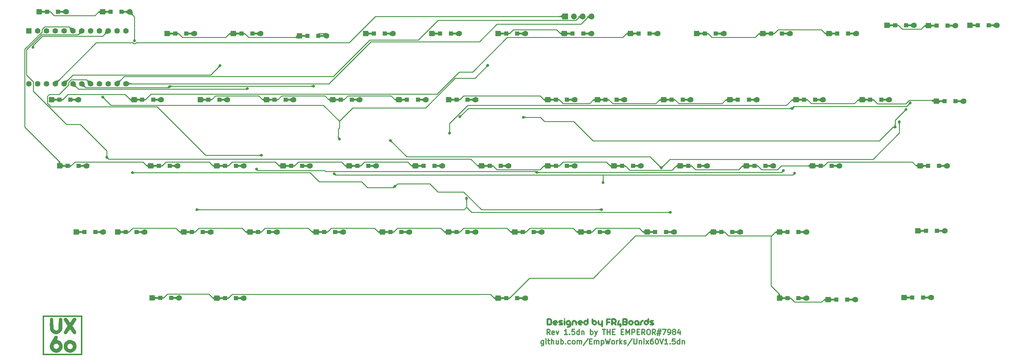
<source format=gbr>
%TF.GenerationSoftware,KiCad,Pcbnew,(6.0.7)*%
%TF.CreationDate,2022-08-27T10:35:01+05:30*%
%TF.ProjectId,unix60pcb,756e6978-3630-4706-9362-2e6b69636164,rev?*%
%TF.SameCoordinates,Original*%
%TF.FileFunction,Copper,L1,Top*%
%TF.FilePolarity,Positive*%
%FSLAX46Y46*%
G04 Gerber Fmt 4.6, Leading zero omitted, Abs format (unit mm)*
G04 Created by KiCad (PCBNEW (6.0.7)) date 2022-08-27 10:35:01*
%MOMM*%
%LPD*%
G01*
G04 APERTURE LIST*
%ADD10C,0.300000*%
%TA.AperFunction,NonConductor*%
%ADD11C,0.300000*%
%TD*%
%TA.AperFunction,EtchedComponent*%
%ADD12C,0.010000*%
%TD*%
%TA.AperFunction,ComponentPad*%
%ADD13C,1.600000*%
%TD*%
%TA.AperFunction,ComponentPad*%
%ADD14R,1.600000X1.600000*%
%TD*%
%TA.AperFunction,SMDPad,CuDef*%
%ADD15R,2.500000X0.500000*%
%TD*%
%TA.AperFunction,SMDPad,CuDef*%
%ADD16R,1.200000X1.200000*%
%TD*%
%TA.AperFunction,ComponentPad*%
%ADD17R,1.700000X1.700000*%
%TD*%
%TA.AperFunction,ComponentPad*%
%ADD18O,1.700000X1.700000*%
%TD*%
%TA.AperFunction,ViaPad*%
%ADD19C,0.800000*%
%TD*%
%TA.AperFunction,Conductor*%
%ADD20C,0.250000*%
%TD*%
G04 APERTURE END LIST*
D10*
D11*
X163925714Y-100328571D02*
X163925714Y-101542857D01*
X163854285Y-101685714D01*
X163782857Y-101757142D01*
X163640000Y-101828571D01*
X163425714Y-101828571D01*
X163282857Y-101757142D01*
X163925714Y-101257142D02*
X163782857Y-101328571D01*
X163497142Y-101328571D01*
X163354285Y-101257142D01*
X163282857Y-101185714D01*
X163211428Y-101042857D01*
X163211428Y-100614285D01*
X163282857Y-100471428D01*
X163354285Y-100400000D01*
X163497142Y-100328571D01*
X163782857Y-100328571D01*
X163925714Y-100400000D01*
X164640000Y-101328571D02*
X164640000Y-100328571D01*
X164640000Y-99828571D02*
X164568571Y-99900000D01*
X164640000Y-99971428D01*
X164711428Y-99900000D01*
X164640000Y-99828571D01*
X164640000Y-99971428D01*
X165140000Y-100328571D02*
X165711428Y-100328571D01*
X165354285Y-99828571D02*
X165354285Y-101114285D01*
X165425714Y-101257142D01*
X165568571Y-101328571D01*
X165711428Y-101328571D01*
X166211428Y-101328571D02*
X166211428Y-99828571D01*
X166854285Y-101328571D02*
X166854285Y-100542857D01*
X166782857Y-100400000D01*
X166640000Y-100328571D01*
X166425714Y-100328571D01*
X166282857Y-100400000D01*
X166211428Y-100471428D01*
X168211428Y-100328571D02*
X168211428Y-101328571D01*
X167568571Y-100328571D02*
X167568571Y-101114285D01*
X167640000Y-101257142D01*
X167782857Y-101328571D01*
X167997142Y-101328571D01*
X168140000Y-101257142D01*
X168211428Y-101185714D01*
X168925714Y-101328571D02*
X168925714Y-99828571D01*
X168925714Y-100400000D02*
X169068571Y-100328571D01*
X169354285Y-100328571D01*
X169497142Y-100400000D01*
X169568571Y-100471428D01*
X169640000Y-100614285D01*
X169640000Y-101042857D01*
X169568571Y-101185714D01*
X169497142Y-101257142D01*
X169354285Y-101328571D01*
X169068571Y-101328571D01*
X168925714Y-101257142D01*
X170282857Y-101185714D02*
X170354285Y-101257142D01*
X170282857Y-101328571D01*
X170211428Y-101257142D01*
X170282857Y-101185714D01*
X170282857Y-101328571D01*
X171640000Y-101257142D02*
X171497142Y-101328571D01*
X171211428Y-101328571D01*
X171068571Y-101257142D01*
X170997142Y-101185714D01*
X170925714Y-101042857D01*
X170925714Y-100614285D01*
X170997142Y-100471428D01*
X171068571Y-100400000D01*
X171211428Y-100328571D01*
X171497142Y-100328571D01*
X171640000Y-100400000D01*
X172497142Y-101328571D02*
X172354285Y-101257142D01*
X172282857Y-101185714D01*
X172211428Y-101042857D01*
X172211428Y-100614285D01*
X172282857Y-100471428D01*
X172354285Y-100400000D01*
X172497142Y-100328571D01*
X172711428Y-100328571D01*
X172854285Y-100400000D01*
X172925714Y-100471428D01*
X172997142Y-100614285D01*
X172997142Y-101042857D01*
X172925714Y-101185714D01*
X172854285Y-101257142D01*
X172711428Y-101328571D01*
X172497142Y-101328571D01*
X173640000Y-101328571D02*
X173640000Y-100328571D01*
X173640000Y-100471428D02*
X173711428Y-100400000D01*
X173854285Y-100328571D01*
X174068571Y-100328571D01*
X174211428Y-100400000D01*
X174282857Y-100542857D01*
X174282857Y-101328571D01*
X174282857Y-100542857D02*
X174354285Y-100400000D01*
X174497142Y-100328571D01*
X174711428Y-100328571D01*
X174854285Y-100400000D01*
X174925714Y-100542857D01*
X174925714Y-101328571D01*
X176711428Y-99757142D02*
X175425714Y-101685714D01*
X177211428Y-100542857D02*
X177711428Y-100542857D01*
X177925714Y-101328571D02*
X177211428Y-101328571D01*
X177211428Y-99828571D01*
X177925714Y-99828571D01*
X178568571Y-101328571D02*
X178568571Y-100328571D01*
X178568571Y-100471428D02*
X178640000Y-100400000D01*
X178782857Y-100328571D01*
X178997142Y-100328571D01*
X179140000Y-100400000D01*
X179211428Y-100542857D01*
X179211428Y-101328571D01*
X179211428Y-100542857D02*
X179282857Y-100400000D01*
X179425714Y-100328571D01*
X179640000Y-100328571D01*
X179782857Y-100400000D01*
X179854285Y-100542857D01*
X179854285Y-101328571D01*
X180568571Y-100328571D02*
X180568571Y-101828571D01*
X180568571Y-100400000D02*
X180711428Y-100328571D01*
X180997142Y-100328571D01*
X181140000Y-100400000D01*
X181211428Y-100471428D01*
X181282857Y-100614285D01*
X181282857Y-101042857D01*
X181211428Y-101185714D01*
X181140000Y-101257142D01*
X180997142Y-101328571D01*
X180711428Y-101328571D01*
X180568571Y-101257142D01*
X181782857Y-99828571D02*
X182140000Y-101328571D01*
X182425714Y-100257142D01*
X182711428Y-101328571D01*
X183068571Y-99828571D01*
X183854285Y-101328571D02*
X183711428Y-101257142D01*
X183640000Y-101185714D01*
X183568571Y-101042857D01*
X183568571Y-100614285D01*
X183640000Y-100471428D01*
X183711428Y-100400000D01*
X183854285Y-100328571D01*
X184068571Y-100328571D01*
X184211428Y-100400000D01*
X184282857Y-100471428D01*
X184354285Y-100614285D01*
X184354285Y-101042857D01*
X184282857Y-101185714D01*
X184211428Y-101257142D01*
X184068571Y-101328571D01*
X183854285Y-101328571D01*
X184997142Y-101328571D02*
X184997142Y-100328571D01*
X184997142Y-100614285D02*
X185068571Y-100471428D01*
X185140000Y-100400000D01*
X185282857Y-100328571D01*
X185425714Y-100328571D01*
X185925714Y-101328571D02*
X185925714Y-99828571D01*
X186068571Y-100757142D02*
X186497142Y-101328571D01*
X186497142Y-100328571D02*
X185925714Y-100900000D01*
X187068571Y-101257142D02*
X187211428Y-101328571D01*
X187497142Y-101328571D01*
X187640000Y-101257142D01*
X187711428Y-101114285D01*
X187711428Y-101042857D01*
X187640000Y-100900000D01*
X187497142Y-100828571D01*
X187282857Y-100828571D01*
X187140000Y-100757142D01*
X187068571Y-100614285D01*
X187068571Y-100542857D01*
X187140000Y-100400000D01*
X187282857Y-100328571D01*
X187497142Y-100328571D01*
X187640000Y-100400000D01*
X189425714Y-99757142D02*
X188140000Y-101685714D01*
X189925714Y-99828571D02*
X189925714Y-101042857D01*
X189997142Y-101185714D01*
X190068571Y-101257142D01*
X190211428Y-101328571D01*
X190497142Y-101328571D01*
X190640000Y-101257142D01*
X190711428Y-101185714D01*
X190782857Y-101042857D01*
X190782857Y-99828571D01*
X191497142Y-100328571D02*
X191497142Y-101328571D01*
X191497142Y-100471428D02*
X191568571Y-100400000D01*
X191711428Y-100328571D01*
X191925714Y-100328571D01*
X192068571Y-100400000D01*
X192140000Y-100542857D01*
X192140000Y-101328571D01*
X192854285Y-101328571D02*
X192854285Y-100328571D01*
X192854285Y-99828571D02*
X192782857Y-99900000D01*
X192854285Y-99971428D01*
X192925714Y-99900000D01*
X192854285Y-99828571D01*
X192854285Y-99971428D01*
X193425714Y-101328571D02*
X194211428Y-100328571D01*
X193425714Y-100328571D02*
X194211428Y-101328571D01*
X195425714Y-99828571D02*
X195140000Y-99828571D01*
X194997142Y-99900000D01*
X194925714Y-99971428D01*
X194782857Y-100185714D01*
X194711428Y-100471428D01*
X194711428Y-101042857D01*
X194782857Y-101185714D01*
X194854285Y-101257142D01*
X194997142Y-101328571D01*
X195282857Y-101328571D01*
X195425714Y-101257142D01*
X195497142Y-101185714D01*
X195568571Y-101042857D01*
X195568571Y-100685714D01*
X195497142Y-100542857D01*
X195425714Y-100471428D01*
X195282857Y-100400000D01*
X194997142Y-100400000D01*
X194854285Y-100471428D01*
X194782857Y-100542857D01*
X194711428Y-100685714D01*
X196497142Y-99828571D02*
X196640000Y-99828571D01*
X196782857Y-99900000D01*
X196854285Y-99971428D01*
X196925714Y-100114285D01*
X196997142Y-100400000D01*
X196997142Y-100757142D01*
X196925714Y-101042857D01*
X196854285Y-101185714D01*
X196782857Y-101257142D01*
X196640000Y-101328571D01*
X196497142Y-101328571D01*
X196354285Y-101257142D01*
X196282857Y-101185714D01*
X196211428Y-101042857D01*
X196140000Y-100757142D01*
X196140000Y-100400000D01*
X196211428Y-100114285D01*
X196282857Y-99971428D01*
X196354285Y-99900000D01*
X196497142Y-99828571D01*
X197425714Y-99828571D02*
X197925714Y-101328571D01*
X198425714Y-99828571D01*
X199711428Y-101328571D02*
X198854285Y-101328571D01*
X199282857Y-101328571D02*
X199282857Y-99828571D01*
X199140000Y-100042857D01*
X198997142Y-100185714D01*
X198854285Y-100257142D01*
X200354285Y-101185714D02*
X200425714Y-101257142D01*
X200354285Y-101328571D01*
X200282857Y-101257142D01*
X200354285Y-101185714D01*
X200354285Y-101328571D01*
X201782857Y-99828571D02*
X201068571Y-99828571D01*
X200997142Y-100542857D01*
X201068571Y-100471428D01*
X201211428Y-100400000D01*
X201568571Y-100400000D01*
X201711428Y-100471428D01*
X201782857Y-100542857D01*
X201854285Y-100685714D01*
X201854285Y-101042857D01*
X201782857Y-101185714D01*
X201711428Y-101257142D01*
X201568571Y-101328571D01*
X201211428Y-101328571D01*
X201068571Y-101257142D01*
X200997142Y-101185714D01*
X203140000Y-101328571D02*
X203140000Y-99828571D01*
X203140000Y-101257142D02*
X202997142Y-101328571D01*
X202711428Y-101328571D01*
X202568571Y-101257142D01*
X202497142Y-101185714D01*
X202425714Y-101042857D01*
X202425714Y-100614285D01*
X202497142Y-100471428D01*
X202568571Y-100400000D01*
X202711428Y-100328571D01*
X202997142Y-100328571D01*
X203140000Y-100400000D01*
X203854285Y-100328571D02*
X203854285Y-101328571D01*
X203854285Y-100471428D02*
X203925714Y-100400000D01*
X204068571Y-100328571D01*
X204282857Y-100328571D01*
X204425714Y-100400000D01*
X204497142Y-100542857D01*
X204497142Y-101328571D01*
D10*
D11*
X165800631Y-98603191D02*
X165300631Y-97888905D01*
X164943488Y-98603191D02*
X164943488Y-97103191D01*
X165514917Y-97103191D01*
X165657774Y-97174620D01*
X165729202Y-97246048D01*
X165800631Y-97388905D01*
X165800631Y-97603191D01*
X165729202Y-97746048D01*
X165657774Y-97817477D01*
X165514917Y-97888905D01*
X164943488Y-97888905D01*
X167014917Y-98531762D02*
X166872060Y-98603191D01*
X166586345Y-98603191D01*
X166443488Y-98531762D01*
X166372060Y-98388905D01*
X166372060Y-97817477D01*
X166443488Y-97674620D01*
X166586345Y-97603191D01*
X166872060Y-97603191D01*
X167014917Y-97674620D01*
X167086345Y-97817477D01*
X167086345Y-97960334D01*
X166372060Y-98103191D01*
X167586345Y-97603191D02*
X167943488Y-98603191D01*
X168300631Y-97603191D01*
X170800631Y-98603191D02*
X169943488Y-98603191D01*
X170372060Y-98603191D02*
X170372060Y-97103191D01*
X170229202Y-97317477D01*
X170086345Y-97460334D01*
X169943488Y-97531762D01*
X171443488Y-98460334D02*
X171514917Y-98531762D01*
X171443488Y-98603191D01*
X171372060Y-98531762D01*
X171443488Y-98460334D01*
X171443488Y-98603191D01*
X172872060Y-97103191D02*
X172157774Y-97103191D01*
X172086345Y-97817477D01*
X172157774Y-97746048D01*
X172300631Y-97674620D01*
X172657774Y-97674620D01*
X172800631Y-97746048D01*
X172872060Y-97817477D01*
X172943488Y-97960334D01*
X172943488Y-98317477D01*
X172872060Y-98460334D01*
X172800631Y-98531762D01*
X172657774Y-98603191D01*
X172300631Y-98603191D01*
X172157774Y-98531762D01*
X172086345Y-98460334D01*
X174229202Y-98603191D02*
X174229202Y-97103191D01*
X174229202Y-98531762D02*
X174086345Y-98603191D01*
X173800631Y-98603191D01*
X173657774Y-98531762D01*
X173586345Y-98460334D01*
X173514917Y-98317477D01*
X173514917Y-97888905D01*
X173586345Y-97746048D01*
X173657774Y-97674620D01*
X173800631Y-97603191D01*
X174086345Y-97603191D01*
X174229202Y-97674620D01*
X174943488Y-97603191D02*
X174943488Y-98603191D01*
X174943488Y-97746048D02*
X175014917Y-97674620D01*
X175157774Y-97603191D01*
X175372060Y-97603191D01*
X175514917Y-97674620D01*
X175586345Y-97817477D01*
X175586345Y-98603191D01*
X177443488Y-98603191D02*
X177443488Y-97103191D01*
X177443488Y-97674620D02*
X177586345Y-97603191D01*
X177872059Y-97603191D01*
X178014917Y-97674620D01*
X178086345Y-97746048D01*
X178157774Y-97888905D01*
X178157774Y-98317477D01*
X178086345Y-98460334D01*
X178014917Y-98531762D01*
X177872059Y-98603191D01*
X177586345Y-98603191D01*
X177443488Y-98531762D01*
X178657774Y-97603191D02*
X179014917Y-98603191D01*
X179372059Y-97603191D02*
X179014917Y-98603191D01*
X178872059Y-98960334D01*
X178800631Y-99031762D01*
X178657774Y-99103191D01*
X180872059Y-97103191D02*
X181729202Y-97103191D01*
X181300631Y-98603191D02*
X181300631Y-97103191D01*
X182229202Y-98603191D02*
X182229202Y-97103191D01*
X182229202Y-97817477D02*
X183086345Y-97817477D01*
X183086345Y-98603191D02*
X183086345Y-97103191D01*
X183800631Y-97817477D02*
X184300631Y-97817477D01*
X184514917Y-98603191D02*
X183800631Y-98603191D01*
X183800631Y-97103191D01*
X184514917Y-97103191D01*
X186300631Y-97817477D02*
X186800631Y-97817477D01*
X187014917Y-98603191D02*
X186300631Y-98603191D01*
X186300631Y-97103191D01*
X187014917Y-97103191D01*
X187657774Y-98603191D02*
X187657774Y-97103191D01*
X188157774Y-98174620D01*
X188657774Y-97103191D01*
X188657774Y-98603191D01*
X189372059Y-98603191D02*
X189372059Y-97103191D01*
X189943488Y-97103191D01*
X190086345Y-97174620D01*
X190157774Y-97246048D01*
X190229202Y-97388905D01*
X190229202Y-97603191D01*
X190157774Y-97746048D01*
X190086345Y-97817477D01*
X189943488Y-97888905D01*
X189372059Y-97888905D01*
X190872059Y-97817477D02*
X191372059Y-97817477D01*
X191586345Y-98603191D02*
X190872059Y-98603191D01*
X190872059Y-97103191D01*
X191586345Y-97103191D01*
X193086345Y-98603191D02*
X192586345Y-97888905D01*
X192229202Y-98603191D02*
X192229202Y-97103191D01*
X192800631Y-97103191D01*
X192943488Y-97174620D01*
X193014917Y-97246048D01*
X193086345Y-97388905D01*
X193086345Y-97603191D01*
X193014917Y-97746048D01*
X192943488Y-97817477D01*
X192800631Y-97888905D01*
X192229202Y-97888905D01*
X194014917Y-97103191D02*
X194300631Y-97103191D01*
X194443488Y-97174620D01*
X194586345Y-97317477D01*
X194657774Y-97603191D01*
X194657774Y-98103191D01*
X194586345Y-98388905D01*
X194443488Y-98531762D01*
X194300631Y-98603191D01*
X194014917Y-98603191D01*
X193872059Y-98531762D01*
X193729202Y-98388905D01*
X193657774Y-98103191D01*
X193657774Y-97603191D01*
X193729202Y-97317477D01*
X193872059Y-97174620D01*
X194014917Y-97103191D01*
X196157774Y-98603191D02*
X195657774Y-97888905D01*
X195300631Y-98603191D02*
X195300631Y-97103191D01*
X195872059Y-97103191D01*
X196014917Y-97174620D01*
X196086345Y-97246048D01*
X196157774Y-97388905D01*
X196157774Y-97603191D01*
X196086345Y-97746048D01*
X196014917Y-97817477D01*
X195872059Y-97888905D01*
X195300631Y-97888905D01*
X196729202Y-97603191D02*
X197800631Y-97603191D01*
X197157774Y-96960334D02*
X196729202Y-98888905D01*
X197657774Y-98246048D02*
X196586345Y-98246048D01*
X197229202Y-98888905D02*
X197657774Y-96960334D01*
X198157774Y-97103191D02*
X199157774Y-97103191D01*
X198514917Y-98603191D01*
X199800631Y-98603191D02*
X200086345Y-98603191D01*
X200229202Y-98531762D01*
X200300631Y-98460334D01*
X200443488Y-98246048D01*
X200514917Y-97960334D01*
X200514917Y-97388905D01*
X200443488Y-97246048D01*
X200372059Y-97174620D01*
X200229202Y-97103191D01*
X199943488Y-97103191D01*
X199800631Y-97174620D01*
X199729202Y-97246048D01*
X199657774Y-97388905D01*
X199657774Y-97746048D01*
X199729202Y-97888905D01*
X199800631Y-97960334D01*
X199943488Y-98031762D01*
X200229202Y-98031762D01*
X200372059Y-97960334D01*
X200443488Y-97888905D01*
X200514917Y-97746048D01*
X201372059Y-97746048D02*
X201229202Y-97674620D01*
X201157774Y-97603191D01*
X201086345Y-97460334D01*
X201086345Y-97388905D01*
X201157774Y-97246048D01*
X201229202Y-97174620D01*
X201372059Y-97103191D01*
X201657774Y-97103191D01*
X201800631Y-97174620D01*
X201872059Y-97246048D01*
X201943488Y-97388905D01*
X201943488Y-97460334D01*
X201872059Y-97603191D01*
X201800631Y-97674620D01*
X201657774Y-97746048D01*
X201372059Y-97746048D01*
X201229202Y-97817477D01*
X201157774Y-97888905D01*
X201086345Y-98031762D01*
X201086345Y-98317477D01*
X201157774Y-98460334D01*
X201229202Y-98531762D01*
X201372059Y-98603191D01*
X201657774Y-98603191D01*
X201800631Y-98531762D01*
X201872059Y-98460334D01*
X201943488Y-98317477D01*
X201943488Y-98031762D01*
X201872059Y-97888905D01*
X201800631Y-97817477D01*
X201657774Y-97746048D01*
X203229202Y-97603191D02*
X203229202Y-98603191D01*
X202872059Y-97031762D02*
X202514917Y-98103191D01*
X203443488Y-98103191D01*
%TO.C,G\u002A\u002A\u002A*%
G36*
X31165377Y-93069834D02*
G01*
X31165377Y-104415167D01*
X19820044Y-104415167D01*
X19820044Y-104076500D01*
X20158710Y-104076500D01*
X30826710Y-104076500D01*
X30826710Y-93408500D01*
X20158710Y-93408500D01*
X20158710Y-104076500D01*
X19820044Y-104076500D01*
X19820044Y-93069834D01*
X31165377Y-93069834D01*
G37*
D12*
X31165377Y-93069834D02*
X31165377Y-104415167D01*
X19820044Y-104415167D01*
X19820044Y-104076500D01*
X20158710Y-104076500D01*
X30826710Y-104076500D01*
X30826710Y-93408500D01*
X20158710Y-93408500D01*
X20158710Y-104076500D01*
X19820044Y-104076500D01*
X19820044Y-93069834D01*
X31165377Y-93069834D01*
G36*
X21883866Y-101509869D02*
G01*
X21943336Y-101318915D01*
X22049350Y-101084704D01*
X22215036Y-100773879D01*
X22453523Y-100353086D01*
X22471256Y-100322180D01*
X22702309Y-99925082D01*
X22914788Y-99569824D01*
X23089506Y-99287781D01*
X23207273Y-99110329D01*
X23232428Y-99077629D01*
X23457083Y-98932907D01*
X23735279Y-98937155D01*
X23889610Y-98999479D01*
X24011416Y-99150048D01*
X24053669Y-99386311D01*
X24013165Y-99642820D01*
X23929070Y-99805818D01*
X23828260Y-99958225D01*
X23836459Y-100049961D01*
X23975022Y-100120593D01*
X24124381Y-100167737D01*
X24625489Y-100396129D01*
X25024824Y-100735121D01*
X25309424Y-101157698D01*
X25466327Y-101636846D01*
X25482570Y-102145551D01*
X25345193Y-102656798D01*
X25332452Y-102685490D01*
X25055386Y-103102546D01*
X24666331Y-103425586D01*
X24202735Y-103640173D01*
X23702047Y-103731871D01*
X23201715Y-103686245D01*
X22952710Y-103602849D01*
X22484995Y-103313772D01*
X22136673Y-102913513D01*
X21921263Y-102423042D01*
X21852044Y-101895424D01*
X21852086Y-101893933D01*
X22862425Y-101893933D01*
X22919160Y-102222233D01*
X22966540Y-102325233D01*
X23160915Y-102576150D01*
X23428109Y-102697732D01*
X23657723Y-102719141D01*
X23936666Y-102679739D01*
X24170043Y-102530739D01*
X24229223Y-102474346D01*
X24437045Y-102167273D01*
X24481002Y-101841654D01*
X24361093Y-101521629D01*
X24229223Y-101360654D01*
X23942081Y-101168595D01*
X23640303Y-101118224D01*
X23352670Y-101187558D01*
X23107959Y-101354610D01*
X22934951Y-101597397D01*
X22862425Y-101893933D01*
X21852086Y-101893933D01*
X21857811Y-101690920D01*
X21883866Y-101509869D01*
G37*
X21883866Y-101509869D02*
X21943336Y-101318915D01*
X22049350Y-101084704D01*
X22215036Y-100773879D01*
X22453523Y-100353086D01*
X22471256Y-100322180D01*
X22702309Y-99925082D01*
X22914788Y-99569824D01*
X23089506Y-99287781D01*
X23207273Y-99110329D01*
X23232428Y-99077629D01*
X23457083Y-98932907D01*
X23735279Y-98937155D01*
X23889610Y-98999479D01*
X24011416Y-99150048D01*
X24053669Y-99386311D01*
X24013165Y-99642820D01*
X23929070Y-99805818D01*
X23828260Y-99958225D01*
X23836459Y-100049961D01*
X23975022Y-100120593D01*
X24124381Y-100167737D01*
X24625489Y-100396129D01*
X25024824Y-100735121D01*
X25309424Y-101157698D01*
X25466327Y-101636846D01*
X25482570Y-102145551D01*
X25345193Y-102656798D01*
X25332452Y-102685490D01*
X25055386Y-103102546D01*
X24666331Y-103425586D01*
X24202735Y-103640173D01*
X23702047Y-103731871D01*
X23201715Y-103686245D01*
X22952710Y-103602849D01*
X22484995Y-103313772D01*
X22136673Y-102913513D01*
X21921263Y-102423042D01*
X21852044Y-101895424D01*
X21852086Y-101893933D01*
X22862425Y-101893933D01*
X22919160Y-102222233D01*
X22966540Y-102325233D01*
X23160915Y-102576150D01*
X23428109Y-102697732D01*
X23657723Y-102719141D01*
X23936666Y-102679739D01*
X24170043Y-102530739D01*
X24229223Y-102474346D01*
X24437045Y-102167273D01*
X24481002Y-101841654D01*
X24361093Y-101521629D01*
X24229223Y-101360654D01*
X23942081Y-101168595D01*
X23640303Y-101118224D01*
X23352670Y-101187558D01*
X23107959Y-101354610D01*
X22934951Y-101597397D01*
X22862425Y-101893933D01*
X21852086Y-101893933D01*
X21857811Y-101690920D01*
X21883866Y-101509869D01*
G36*
X26031203Y-101105427D02*
G01*
X26144991Y-100906117D01*
X26439922Y-100595734D01*
X26834218Y-100335340D01*
X27265999Y-100158157D01*
X27651710Y-100097167D01*
X28069327Y-100166847D01*
X28504846Y-100354117D01*
X28898068Y-100626321D01*
X29167974Y-100919699D01*
X29371007Y-101344602D01*
X29463065Y-101836908D01*
X29434708Y-102328504D01*
X29388112Y-102507941D01*
X29152429Y-102965185D01*
X28792522Y-103335870D01*
X28341181Y-103596841D01*
X27831199Y-103724942D01*
X27651710Y-103734115D01*
X27316731Y-103700874D01*
X26984632Y-103617555D01*
X26888984Y-103579932D01*
X26503185Y-103329015D01*
X26168460Y-102973266D01*
X25938638Y-102572045D01*
X25914419Y-102505244D01*
X25841343Y-102053997D01*
X25841848Y-102048151D01*
X26844319Y-102048151D01*
X26929398Y-102341115D01*
X27133246Y-102586582D01*
X27355377Y-102712713D01*
X27541238Y-102780378D01*
X27670862Y-102792163D01*
X27834388Y-102748506D01*
X27929823Y-102715498D01*
X28224493Y-102534944D01*
X28403772Y-102264381D01*
X28459619Y-101944758D01*
X28383992Y-101617023D01*
X28197957Y-101350054D01*
X28008979Y-101185566D01*
X27836732Y-101124956D01*
X27594092Y-101138357D01*
X27584256Y-101139665D01*
X27247976Y-101253446D01*
X27008980Y-101467398D01*
X26872637Y-101744606D01*
X26844319Y-102048151D01*
X25841848Y-102048151D01*
X25883780Y-101563052D01*
X26031203Y-101105427D01*
G37*
X26031203Y-101105427D02*
X26144991Y-100906117D01*
X26439922Y-100595734D01*
X26834218Y-100335340D01*
X27265999Y-100158157D01*
X27651710Y-100097167D01*
X28069327Y-100166847D01*
X28504846Y-100354117D01*
X28898068Y-100626321D01*
X29167974Y-100919699D01*
X29371007Y-101344602D01*
X29463065Y-101836908D01*
X29434708Y-102328504D01*
X29388112Y-102507941D01*
X29152429Y-102965185D01*
X28792522Y-103335870D01*
X28341181Y-103596841D01*
X27831199Y-103724942D01*
X27651710Y-103734115D01*
X27316731Y-103700874D01*
X26984632Y-103617555D01*
X26888984Y-103579932D01*
X26503185Y-103329015D01*
X26168460Y-102973266D01*
X25938638Y-102572045D01*
X25914419Y-102505244D01*
X25841343Y-102053997D01*
X25841848Y-102048151D01*
X26844319Y-102048151D01*
X26929398Y-102341115D01*
X27133246Y-102586582D01*
X27355377Y-102712713D01*
X27541238Y-102780378D01*
X27670862Y-102792163D01*
X27834388Y-102748506D01*
X27929823Y-102715498D01*
X28224493Y-102534944D01*
X28403772Y-102264381D01*
X28459619Y-101944758D01*
X28383992Y-101617023D01*
X28197957Y-101350054D01*
X28008979Y-101185566D01*
X27836732Y-101124956D01*
X27594092Y-101138357D01*
X27584256Y-101139665D01*
X27247976Y-101253446D01*
X27008980Y-101467398D01*
X26872637Y-101744606D01*
X26844319Y-102048151D01*
X25841848Y-102048151D01*
X25883780Y-101563052D01*
X26031203Y-101105427D01*
G36*
X22471854Y-93763055D02*
G01*
X22592122Y-93824781D01*
X22677270Y-93953434D01*
X22733131Y-94170105D01*
X22765536Y-94495884D01*
X22780316Y-94951861D01*
X22783377Y-95456916D01*
X22784815Y-95979138D01*
X22791216Y-96360316D01*
X22805711Y-96628727D01*
X22831434Y-96812651D01*
X22871514Y-96940367D01*
X22929084Y-97040152D01*
X22963829Y-97086405D01*
X23245695Y-97340960D01*
X23564038Y-97430880D01*
X23853643Y-97383895D01*
X24037316Y-97312743D01*
X24173849Y-97221490D01*
X24270171Y-97085969D01*
X24333214Y-96882011D01*
X24369909Y-96585445D01*
X24387185Y-96172105D01*
X24391973Y-95617819D01*
X24392044Y-95506328D01*
X24393484Y-94980191D01*
X24399711Y-94596552D01*
X24413581Y-94328583D01*
X24437952Y-94149461D01*
X24475680Y-94032360D01*
X24529624Y-93950453D01*
X24561377Y-93916500D01*
X24798491Y-93772533D01*
X25046234Y-93769398D01*
X25253702Y-93905756D01*
X25276243Y-93935339D01*
X25328119Y-94041636D01*
X25364972Y-94206110D01*
X25389002Y-94454644D01*
X25402407Y-94813121D01*
X25407389Y-95307424D01*
X25407571Y-95480506D01*
X25401897Y-96105807D01*
X25381722Y-96590119D01*
X25341582Y-96961548D01*
X25276015Y-97248198D01*
X25179555Y-97478171D01*
X25046739Y-97679573D01*
X24959651Y-97784439D01*
X24560884Y-98120226D01*
X24086992Y-98328644D01*
X23578544Y-98399245D01*
X23076112Y-98321578D01*
X22990776Y-98291559D01*
X22512456Y-98028104D01*
X22153964Y-97658466D01*
X22028644Y-97445178D01*
X21964843Y-97298681D01*
X21918423Y-97143014D01*
X21886678Y-96949075D01*
X21866899Y-96687763D01*
X21856381Y-96329978D01*
X21852415Y-95846618D01*
X21852044Y-95546816D01*
X21855004Y-94949361D01*
X21867439Y-94500269D01*
X21894679Y-94178621D01*
X21942055Y-93963498D01*
X22014898Y-93833980D01*
X22118539Y-93769147D01*
X22258307Y-93748081D01*
X22310636Y-93747167D01*
X22471854Y-93763055D01*
G37*
X22471854Y-93763055D02*
X22592122Y-93824781D01*
X22677270Y-93953434D01*
X22733131Y-94170105D01*
X22765536Y-94495884D01*
X22780316Y-94951861D01*
X22783377Y-95456916D01*
X22784815Y-95979138D01*
X22791216Y-96360316D01*
X22805711Y-96628727D01*
X22831434Y-96812651D01*
X22871514Y-96940367D01*
X22929084Y-97040152D01*
X22963829Y-97086405D01*
X23245695Y-97340960D01*
X23564038Y-97430880D01*
X23853643Y-97383895D01*
X24037316Y-97312743D01*
X24173849Y-97221490D01*
X24270171Y-97085969D01*
X24333214Y-96882011D01*
X24369909Y-96585445D01*
X24387185Y-96172105D01*
X24391973Y-95617819D01*
X24392044Y-95506328D01*
X24393484Y-94980191D01*
X24399711Y-94596552D01*
X24413581Y-94328583D01*
X24437952Y-94149461D01*
X24475680Y-94032360D01*
X24529624Y-93950453D01*
X24561377Y-93916500D01*
X24798491Y-93772533D01*
X25046234Y-93769398D01*
X25253702Y-93905756D01*
X25276243Y-93935339D01*
X25328119Y-94041636D01*
X25364972Y-94206110D01*
X25389002Y-94454644D01*
X25402407Y-94813121D01*
X25407389Y-95307424D01*
X25407571Y-95480506D01*
X25401897Y-96105807D01*
X25381722Y-96590119D01*
X25341582Y-96961548D01*
X25276015Y-97248198D01*
X25179555Y-97478171D01*
X25046739Y-97679573D01*
X24959651Y-97784439D01*
X24560884Y-98120226D01*
X24086992Y-98328644D01*
X23578544Y-98399245D01*
X23076112Y-98321578D01*
X22990776Y-98291559D01*
X22512456Y-98028104D01*
X22153964Y-97658466D01*
X22028644Y-97445178D01*
X21964843Y-97298681D01*
X21918423Y-97143014D01*
X21886678Y-96949075D01*
X21866899Y-96687763D01*
X21856381Y-96329978D01*
X21852415Y-95846618D01*
X21852044Y-95546816D01*
X21855004Y-94949361D01*
X21867439Y-94500269D01*
X21894679Y-94178621D01*
X21942055Y-93963498D01*
X22014898Y-93833980D01*
X22118539Y-93769147D01*
X22258307Y-93748081D01*
X22310636Y-93747167D01*
X22471854Y-93763055D01*
G36*
X29201406Y-93807756D02*
G01*
X29367036Y-93985393D01*
X29408544Y-94206972D01*
X29360787Y-94360245D01*
X29230204Y-94614527D01*
X29035828Y-94935555D01*
X28847627Y-95216777D01*
X28626661Y-95537401D01*
X28446691Y-95805575D01*
X28327007Y-95992065D01*
X28286710Y-96066725D01*
X28332641Y-96149982D01*
X28457299Y-96341455D01*
X28640978Y-96611575D01*
X28837044Y-96892630D01*
X29127178Y-97328225D01*
X29306557Y-97663195D01*
X29381698Y-97919066D01*
X29359119Y-98117362D01*
X29254329Y-98270786D01*
X29029006Y-98389745D01*
X28771341Y-98368528D01*
X28542489Y-98216905D01*
X28409466Y-98052732D01*
X28225327Y-97798887D01*
X28028994Y-97509110D01*
X28021246Y-97497238D01*
X27852661Y-97242275D01*
X27723344Y-97053818D01*
X27657320Y-96966723D01*
X27654033Y-96964500D01*
X27600143Y-97028820D01*
X27475775Y-97199056D01*
X27305705Y-97441122D01*
X27269411Y-97493667D01*
X26957653Y-97924904D01*
X26706066Y-98215922D01*
X26497125Y-98376955D01*
X26313302Y-98418238D01*
X26137069Y-98350006D01*
X26000710Y-98234500D01*
X25874797Y-98058681D01*
X25832201Y-97917000D01*
X25878994Y-97792648D01*
X26005761Y-97563880D01*
X26193108Y-97263391D01*
X26419625Y-96926764D01*
X26641944Y-96594840D01*
X26816681Y-96309173D01*
X26926643Y-96099723D01*
X26954637Y-95996449D01*
X26954105Y-95995431D01*
X26887714Y-95892592D01*
X26747589Y-95682072D01*
X26555323Y-95396143D01*
X26366682Y-95117412D01*
X26151899Y-94792267D01*
X25978217Y-94512841D01*
X25865181Y-94311678D01*
X25831377Y-94226084D01*
X25905587Y-94007184D01*
X26088014Y-93828736D01*
X26318349Y-93747732D01*
X26338130Y-93747167D01*
X26480999Y-93757735D01*
X26603954Y-93805213D01*
X26732174Y-93913260D01*
X26890839Y-94105535D01*
X27105129Y-94405697D01*
X27225546Y-94581000D01*
X27634495Y-95179517D01*
X28134187Y-94463342D01*
X28365541Y-94138257D01*
X28531507Y-93929394D01*
X28659686Y-93811455D01*
X28777678Y-93759146D01*
X28913083Y-93747169D01*
X28915594Y-93747167D01*
X29201406Y-93807756D01*
G37*
X29201406Y-93807756D02*
X29367036Y-93985393D01*
X29408544Y-94206972D01*
X29360787Y-94360245D01*
X29230204Y-94614527D01*
X29035828Y-94935555D01*
X28847627Y-95216777D01*
X28626661Y-95537401D01*
X28446691Y-95805575D01*
X28327007Y-95992065D01*
X28286710Y-96066725D01*
X28332641Y-96149982D01*
X28457299Y-96341455D01*
X28640978Y-96611575D01*
X28837044Y-96892630D01*
X29127178Y-97328225D01*
X29306557Y-97663195D01*
X29381698Y-97919066D01*
X29359119Y-98117362D01*
X29254329Y-98270786D01*
X29029006Y-98389745D01*
X28771341Y-98368528D01*
X28542489Y-98216905D01*
X28409466Y-98052732D01*
X28225327Y-97798887D01*
X28028994Y-97509110D01*
X28021246Y-97497238D01*
X27852661Y-97242275D01*
X27723344Y-97053818D01*
X27657320Y-96966723D01*
X27654033Y-96964500D01*
X27600143Y-97028820D01*
X27475775Y-97199056D01*
X27305705Y-97441122D01*
X27269411Y-97493667D01*
X26957653Y-97924904D01*
X26706066Y-98215922D01*
X26497125Y-98376955D01*
X26313302Y-98418238D01*
X26137069Y-98350006D01*
X26000710Y-98234500D01*
X25874797Y-98058681D01*
X25832201Y-97917000D01*
X25878994Y-97792648D01*
X26005761Y-97563880D01*
X26193108Y-97263391D01*
X26419625Y-96926764D01*
X26641944Y-96594840D01*
X26816681Y-96309173D01*
X26926643Y-96099723D01*
X26954637Y-95996449D01*
X26954105Y-95995431D01*
X26887714Y-95892592D01*
X26747589Y-95682072D01*
X26555323Y-95396143D01*
X26366682Y-95117412D01*
X26151899Y-94792267D01*
X25978217Y-94512841D01*
X25865181Y-94311678D01*
X25831377Y-94226084D01*
X25905587Y-94007184D01*
X26088014Y-93828736D01*
X26318349Y-93747732D01*
X26338130Y-93747167D01*
X26480999Y-93757735D01*
X26603954Y-93805213D01*
X26732174Y-93913260D01*
X26890839Y-94105535D01*
X27105129Y-94405697D01*
X27225546Y-94581000D01*
X27634495Y-95179517D01*
X28134187Y-94463342D01*
X28365541Y-94138257D01*
X28531507Y-93929394D01*
X28659686Y-93811455D01*
X28777678Y-93759146D01*
X28913083Y-93747169D01*
X28915594Y-93747167D01*
X29201406Y-93807756D01*
G36*
X170405791Y-94826051D02*
G01*
X170590159Y-94568948D01*
X170851641Y-94418365D01*
X171154525Y-94391413D01*
X171463102Y-94505199D01*
X171566650Y-94582136D01*
X171684132Y-94698780D01*
X171754992Y-94830063D01*
X171793001Y-95023159D01*
X171811927Y-95325245D01*
X171815668Y-95435362D01*
X171820200Y-95783009D01*
X171801435Y-96009081D01*
X171750516Y-96160718D01*
X171658586Y-96285063D01*
X171655349Y-96288596D01*
X171468715Y-96420549D01*
X171218724Y-96512196D01*
X170958258Y-96555194D01*
X170740201Y-96541195D01*
X170617434Y-96461855D01*
X170613529Y-96453003D01*
X170620707Y-96282122D01*
X170790675Y-96157005D01*
X171061128Y-96087119D01*
X171300546Y-96025419D01*
X171400158Y-95956171D01*
X171355312Y-95903070D01*
X171161359Y-95889814D01*
X171098928Y-95894530D01*
X170758084Y-95855499D01*
X170503594Y-95681318D01*
X170358772Y-95394002D01*
X170344554Y-95265633D01*
X170763182Y-95265633D01*
X170827166Y-95408715D01*
X170860720Y-95430147D01*
X171121132Y-95474492D01*
X171307699Y-95375914D01*
X171347553Y-95316887D01*
X171391458Y-95104760D01*
X171316910Y-94929509D01*
X171166037Y-94825999D01*
X170980969Y-94829096D01*
X170856486Y-94910487D01*
X170772739Y-95073053D01*
X170763182Y-95265633D01*
X170344554Y-95265633D01*
X170334246Y-95172569D01*
X170405791Y-94826051D01*
G37*
X170405791Y-94826051D02*
X170590159Y-94568948D01*
X170851641Y-94418365D01*
X171154525Y-94391413D01*
X171463102Y-94505199D01*
X171566650Y-94582136D01*
X171684132Y-94698780D01*
X171754992Y-94830063D01*
X171793001Y-95023159D01*
X171811927Y-95325245D01*
X171815668Y-95435362D01*
X171820200Y-95783009D01*
X171801435Y-96009081D01*
X171750516Y-96160718D01*
X171658586Y-96285063D01*
X171655349Y-96288596D01*
X171468715Y-96420549D01*
X171218724Y-96512196D01*
X170958258Y-96555194D01*
X170740201Y-96541195D01*
X170617434Y-96461855D01*
X170613529Y-96453003D01*
X170620707Y-96282122D01*
X170790675Y-96157005D01*
X171061128Y-96087119D01*
X171300546Y-96025419D01*
X171400158Y-95956171D01*
X171355312Y-95903070D01*
X171161359Y-95889814D01*
X171098928Y-95894530D01*
X170758084Y-95855499D01*
X170503594Y-95681318D01*
X170358772Y-95394002D01*
X170344554Y-95265633D01*
X170763182Y-95265633D01*
X170827166Y-95408715D01*
X170860720Y-95430147D01*
X171121132Y-95474492D01*
X171307699Y-95375914D01*
X171347553Y-95316887D01*
X171391458Y-95104760D01*
X171316910Y-94929509D01*
X171166037Y-94825999D01*
X170980969Y-94829096D01*
X170856486Y-94910487D01*
X170772739Y-95073053D01*
X170763182Y-95265633D01*
X170344554Y-95265633D01*
X170334246Y-95172569D01*
X170405791Y-94826051D01*
G36*
X180860678Y-94438223D02*
G01*
X180908978Y-94488343D01*
X180937778Y-94606909D01*
X180952069Y-94822588D01*
X180956842Y-95164043D01*
X180957220Y-95400394D01*
X180954083Y-95826252D01*
X180942090Y-96111014D01*
X180917363Y-96282841D01*
X180876026Y-96369897D01*
X180819706Y-96399384D01*
X180676640Y-96355425D01*
X180629206Y-96287785D01*
X180581135Y-96078089D01*
X180576220Y-96004297D01*
X180541632Y-95908105D01*
X180409576Y-95882894D01*
X180282349Y-95893197D01*
X180059787Y-95890647D01*
X179875265Y-95799681D01*
X179727724Y-95666750D01*
X179578888Y-95501321D01*
X179504858Y-95347298D01*
X179484910Y-95138639D01*
X179492428Y-94916942D01*
X179514466Y-94638480D01*
X179553775Y-94490462D01*
X179625841Y-94434003D01*
X179687220Y-94427887D01*
X179789026Y-94453344D01*
X179849804Y-94555919D01*
X179887756Y-94774916D01*
X179898886Y-94884943D01*
X179974180Y-95243408D01*
X180101521Y-95452350D01*
X180253479Y-95511770D01*
X180402622Y-95421668D01*
X180521519Y-95182043D01*
X180576220Y-94884943D01*
X180610513Y-94616517D01*
X180661335Y-94478111D01*
X180746888Y-94430421D01*
X180787886Y-94427887D01*
X180860678Y-94438223D01*
G37*
X180860678Y-94438223D02*
X180908978Y-94488343D01*
X180937778Y-94606909D01*
X180952069Y-94822588D01*
X180956842Y-95164043D01*
X180957220Y-95400394D01*
X180954083Y-95826252D01*
X180942090Y-96111014D01*
X180917363Y-96282841D01*
X180876026Y-96369897D01*
X180819706Y-96399384D01*
X180676640Y-96355425D01*
X180629206Y-96287785D01*
X180581135Y-96078089D01*
X180576220Y-96004297D01*
X180541632Y-95908105D01*
X180409576Y-95882894D01*
X180282349Y-95893197D01*
X180059787Y-95890647D01*
X179875265Y-95799681D01*
X179727724Y-95666750D01*
X179578888Y-95501321D01*
X179504858Y-95347298D01*
X179484910Y-95138639D01*
X179492428Y-94916942D01*
X179514466Y-94638480D01*
X179553775Y-94490462D01*
X179625841Y-94434003D01*
X179687220Y-94427887D01*
X179789026Y-94453344D01*
X179849804Y-94555919D01*
X179887756Y-94774916D01*
X179898886Y-94884943D01*
X179974180Y-95243408D01*
X180101521Y-95452350D01*
X180253479Y-95511770D01*
X180402622Y-95421668D01*
X180521519Y-95182043D01*
X180576220Y-94884943D01*
X180610513Y-94616517D01*
X180661335Y-94478111D01*
X180746888Y-94430421D01*
X180787886Y-94427887D01*
X180860678Y-94438223D01*
G36*
X185779255Y-94525753D02*
G01*
X185755298Y-94779408D01*
X185699257Y-94976102D01*
X185627518Y-95226695D01*
X185597082Y-95407373D01*
X185605388Y-95463610D01*
X185707999Y-95465111D01*
X185870950Y-95399914D01*
X186038561Y-95332862D01*
X186165138Y-95374423D01*
X186267701Y-95467405D01*
X186388902Y-95622533D01*
X186387747Y-95764796D01*
X186353796Y-95843117D01*
X186266592Y-96064276D01*
X186231112Y-96204915D01*
X186147315Y-96351655D01*
X186001865Y-96409818D01*
X185884924Y-96364036D01*
X185838011Y-96240295D01*
X185825553Y-96107109D01*
X185804758Y-95979783D01*
X185711153Y-95922972D01*
X185497905Y-95909570D01*
X185484229Y-95909554D01*
X185228543Y-95880321D01*
X185101094Y-95799466D01*
X185097866Y-95792185D01*
X185096425Y-95643423D01*
X185145324Y-95396854D01*
X185228493Y-95102129D01*
X185329866Y-94808900D01*
X185433372Y-94566820D01*
X185522944Y-94425541D01*
X185545159Y-94410055D01*
X185708527Y-94400130D01*
X185779255Y-94525753D01*
G37*
X185779255Y-94525753D02*
X185755298Y-94779408D01*
X185699257Y-94976102D01*
X185627518Y-95226695D01*
X185597082Y-95407373D01*
X185605388Y-95463610D01*
X185707999Y-95465111D01*
X185870950Y-95399914D01*
X186038561Y-95332862D01*
X186165138Y-95374423D01*
X186267701Y-95467405D01*
X186388902Y-95622533D01*
X186387747Y-95764796D01*
X186353796Y-95843117D01*
X186266592Y-96064276D01*
X186231112Y-96204915D01*
X186147315Y-96351655D01*
X186001865Y-96409818D01*
X185884924Y-96364036D01*
X185838011Y-96240295D01*
X185825553Y-96107109D01*
X185804758Y-95979783D01*
X185711153Y-95922972D01*
X185497905Y-95909570D01*
X185484229Y-95909554D01*
X185228543Y-95880321D01*
X185101094Y-95799466D01*
X185097866Y-95792185D01*
X185096425Y-95643423D01*
X185145324Y-95396854D01*
X185228493Y-95102129D01*
X185329866Y-94808900D01*
X185433372Y-94566820D01*
X185522944Y-94425541D01*
X185545159Y-94410055D01*
X185708527Y-94400130D01*
X185779255Y-94525753D01*
G36*
X164835171Y-94519483D02*
G01*
X164848740Y-94233776D01*
X164870415Y-94045370D01*
X164879611Y-94011478D01*
X164959938Y-93929603D01*
X165143364Y-93887864D01*
X165417581Y-93877554D01*
X165728829Y-93892246D01*
X165937283Y-93948976D01*
X166107904Y-94066724D01*
X166128190Y-94085177D01*
X166247358Y-94212998D01*
X166314897Y-94353259D01*
X166345089Y-94557486D01*
X166352212Y-94877206D01*
X166352220Y-94893554D01*
X166345738Y-95219117D01*
X166316775Y-95427073D01*
X166251050Y-95568946D01*
X166134283Y-95696263D01*
X166128190Y-95701930D01*
X165956128Y-95828772D01*
X165752980Y-95891517D01*
X165453127Y-95909473D01*
X165422634Y-95909554D01*
X165150468Y-95900333D01*
X164951769Y-95876532D01*
X164884664Y-95853109D01*
X164859527Y-95747080D01*
X164841887Y-95516290D01*
X164831867Y-95205152D01*
X164829821Y-94893554D01*
X165251553Y-94893554D01*
X165254016Y-95203037D01*
X165271260Y-95380138D01*
X165318066Y-95461810D01*
X165409213Y-95485002D01*
X165488619Y-95486220D01*
X165700169Y-95451911D01*
X165827286Y-95384620D01*
X165888825Y-95242981D01*
X165924926Y-95005005D01*
X165928886Y-94893553D01*
X165897794Y-94571384D01*
X165792162Y-94384071D01*
X165593460Y-94306670D01*
X165488619Y-94300887D01*
X165364826Y-94307045D01*
X165293986Y-94350156D01*
X165261317Y-94467169D01*
X165252040Y-94695037D01*
X165251553Y-94893554D01*
X164829821Y-94893554D01*
X164829588Y-94858079D01*
X164835171Y-94519483D01*
G37*
X164835171Y-94519483D02*
X164848740Y-94233776D01*
X164870415Y-94045370D01*
X164879611Y-94011478D01*
X164959938Y-93929603D01*
X165143364Y-93887864D01*
X165417581Y-93877554D01*
X165728829Y-93892246D01*
X165937283Y-93948976D01*
X166107904Y-94066724D01*
X166128190Y-94085177D01*
X166247358Y-94212998D01*
X166314897Y-94353259D01*
X166345089Y-94557486D01*
X166352212Y-94877206D01*
X166352220Y-94893554D01*
X166345738Y-95219117D01*
X166316775Y-95427073D01*
X166251050Y-95568946D01*
X166134283Y-95696263D01*
X166128190Y-95701930D01*
X165956128Y-95828772D01*
X165752980Y-95891517D01*
X165453127Y-95909473D01*
X165422634Y-95909554D01*
X165150468Y-95900333D01*
X164951769Y-95876532D01*
X164884664Y-95853109D01*
X164859527Y-95747080D01*
X164841887Y-95516290D01*
X164831867Y-95205152D01*
X164829821Y-94893554D01*
X165251553Y-94893554D01*
X165254016Y-95203037D01*
X165271260Y-95380138D01*
X165318066Y-95461810D01*
X165409213Y-95485002D01*
X165488619Y-95486220D01*
X165700169Y-95451911D01*
X165827286Y-95384620D01*
X165888825Y-95242981D01*
X165924926Y-95005005D01*
X165928886Y-94893553D01*
X165897794Y-94571384D01*
X165792162Y-94384071D01*
X165593460Y-94306670D01*
X165488619Y-94300887D01*
X165364826Y-94307045D01*
X165293986Y-94350156D01*
X165261317Y-94467169D01*
X165252040Y-94695037D01*
X165251553Y-94893554D01*
X164829821Y-94893554D01*
X164829588Y-94858079D01*
X164835171Y-94519483D01*
G36*
X166769040Y-94633041D02*
G01*
X167063403Y-94430436D01*
X167370736Y-94396489D01*
X167688132Y-94531269D01*
X167789586Y-94608558D01*
X167977405Y-94810548D01*
X168032041Y-95006472D01*
X168028916Y-95053058D01*
X168001022Y-95177363D01*
X167926031Y-95249398D01*
X167762225Y-95289786D01*
X167495220Y-95316887D01*
X167218610Y-95351186D01*
X167089190Y-95394026D01*
X167097865Y-95430691D01*
X167262127Y-95467923D01*
X167405677Y-95452676D01*
X167624226Y-95467305D01*
X167715169Y-95538534D01*
X167778890Y-95658479D01*
X167706947Y-95760642D01*
X167666341Y-95791715D01*
X167380915Y-95905028D01*
X167074178Y-95864552D01*
X166782818Y-95675589D01*
X166769040Y-95662066D01*
X166563249Y-95365677D01*
X166526071Y-95062750D01*
X166600101Y-94893554D01*
X167071886Y-94893554D01*
X167105308Y-94953218D01*
X167271036Y-94978142D01*
X167283553Y-94978220D01*
X167455656Y-94955675D01*
X167497466Y-94897583D01*
X167495220Y-94893554D01*
X167375448Y-94821688D01*
X167283553Y-94808887D01*
X167123558Y-94848928D01*
X167071886Y-94893554D01*
X166600101Y-94893554D01*
X166657504Y-94762360D01*
X166769040Y-94633041D01*
G37*
X166769040Y-94633041D02*
X167063403Y-94430436D01*
X167370736Y-94396489D01*
X167688132Y-94531269D01*
X167789586Y-94608558D01*
X167977405Y-94810548D01*
X168032041Y-95006472D01*
X168028916Y-95053058D01*
X168001022Y-95177363D01*
X167926031Y-95249398D01*
X167762225Y-95289786D01*
X167495220Y-95316887D01*
X167218610Y-95351186D01*
X167089190Y-95394026D01*
X167097865Y-95430691D01*
X167262127Y-95467923D01*
X167405677Y-95452676D01*
X167624226Y-95467305D01*
X167715169Y-95538534D01*
X167778890Y-95658479D01*
X167706947Y-95760642D01*
X167666341Y-95791715D01*
X167380915Y-95905028D01*
X167074178Y-95864552D01*
X166782818Y-95675589D01*
X166769040Y-95662066D01*
X166563249Y-95365677D01*
X166526071Y-95062750D01*
X166600101Y-94893554D01*
X167071886Y-94893554D01*
X167105308Y-94953218D01*
X167271036Y-94978142D01*
X167283553Y-94978220D01*
X167455656Y-94955675D01*
X167497466Y-94897583D01*
X167495220Y-94893554D01*
X167375448Y-94821688D01*
X167283553Y-94808887D01*
X167123558Y-94848928D01*
X167071886Y-94893554D01*
X166600101Y-94893554D01*
X166657504Y-94762360D01*
X166769040Y-94633041D01*
G36*
X169286810Y-94414211D02*
G01*
X169418595Y-94486628D01*
X169426878Y-94502236D01*
X169416804Y-94660563D01*
X169261697Y-94767060D01*
X168981347Y-94808731D01*
X168959953Y-94808887D01*
X168754222Y-94828586D01*
X168644056Y-94877507D01*
X168638220Y-94893554D01*
X168712345Y-94950776D01*
X168893319Y-94977882D01*
X168918371Y-94978220D01*
X169163114Y-95011695D01*
X169352287Y-95090656D01*
X169475372Y-95272371D01*
X169497815Y-95511229D01*
X169419615Y-95728193D01*
X169352287Y-95797117D01*
X169186010Y-95860614D01*
X168935340Y-95897663D01*
X168659541Y-95906967D01*
X168417872Y-95887225D01*
X168269596Y-95837138D01*
X168254927Y-95821178D01*
X168247602Y-95683679D01*
X168375752Y-95566084D01*
X168605554Y-95491652D01*
X168754420Y-95477715D01*
X169103886Y-95469210D01*
X168765220Y-95391208D01*
X168459008Y-95265140D01*
X168267708Y-95073189D01*
X168205667Y-94846752D01*
X168287231Y-94617224D01*
X168369720Y-94525676D01*
X168541962Y-94440201D01*
X168790732Y-94392278D01*
X169058268Y-94383188D01*
X169286810Y-94414211D01*
G37*
X169286810Y-94414211D02*
X169418595Y-94486628D01*
X169426878Y-94502236D01*
X169416804Y-94660563D01*
X169261697Y-94767060D01*
X168981347Y-94808731D01*
X168959953Y-94808887D01*
X168754222Y-94828586D01*
X168644056Y-94877507D01*
X168638220Y-94893554D01*
X168712345Y-94950776D01*
X168893319Y-94977882D01*
X168918371Y-94978220D01*
X169163114Y-95011695D01*
X169352287Y-95090656D01*
X169475372Y-95272371D01*
X169497815Y-95511229D01*
X169419615Y-95728193D01*
X169352287Y-95797117D01*
X169186010Y-95860614D01*
X168935340Y-95897663D01*
X168659541Y-95906967D01*
X168417872Y-95887225D01*
X168269596Y-95837138D01*
X168254927Y-95821178D01*
X168247602Y-95683679D01*
X168375752Y-95566084D01*
X168605554Y-95491652D01*
X168754420Y-95477715D01*
X169103886Y-95469210D01*
X168765220Y-95391208D01*
X168459008Y-95265140D01*
X168267708Y-95073189D01*
X168205667Y-94846752D01*
X168287231Y-94617224D01*
X168369720Y-94525676D01*
X168541962Y-94440201D01*
X168790732Y-94392278D01*
X169058268Y-94383188D01*
X169286810Y-94414211D01*
G36*
X170027930Y-94426311D02*
G01*
X170084801Y-94479049D01*
X170124916Y-94627770D01*
X170150400Y-94885570D01*
X170160055Y-95192730D01*
X170152682Y-95489528D01*
X170127082Y-95716245D01*
X170110828Y-95775629D01*
X169995840Y-95895479D01*
X169841245Y-95887391D01*
X169795331Y-95853109D01*
X169768691Y-95747122D01*
X169748825Y-95516935D01*
X169739259Y-95207650D01*
X169738886Y-95130785D01*
X169745844Y-94779712D01*
X169770935Y-94564059D01*
X169820483Y-94450322D01*
X169874431Y-94412892D01*
X170027930Y-94426311D01*
G37*
X170027930Y-94426311D02*
X170084801Y-94479049D01*
X170124916Y-94627770D01*
X170150400Y-94885570D01*
X170160055Y-95192730D01*
X170152682Y-95489528D01*
X170127082Y-95716245D01*
X170110828Y-95775629D01*
X169995840Y-95895479D01*
X169841245Y-95887391D01*
X169795331Y-95853109D01*
X169768691Y-95747122D01*
X169748825Y-95516935D01*
X169739259Y-95207650D01*
X169738886Y-95130785D01*
X169745844Y-94779712D01*
X169770935Y-94564059D01*
X169820483Y-94450322D01*
X169874431Y-94412892D01*
X170027930Y-94426311D01*
G36*
X173050477Y-94459318D02*
G01*
X173305690Y-94637332D01*
X173449628Y-94798850D01*
X173520879Y-94953111D01*
X173539415Y-95165490D01*
X173532011Y-95378165D01*
X173509973Y-95656627D01*
X173470664Y-95804645D01*
X173398598Y-95861104D01*
X173337220Y-95867220D01*
X173235413Y-95841763D01*
X173174635Y-95739188D01*
X173136683Y-95520191D01*
X173125553Y-95410164D01*
X173050273Y-95051850D01*
X172922934Y-94842918D01*
X172770970Y-94783396D01*
X172621816Y-94873316D01*
X172502908Y-95112706D01*
X172448220Y-95409430D01*
X172401631Y-95709904D01*
X172327693Y-95862588D01*
X172274758Y-95890580D01*
X172124182Y-95879740D01*
X172084258Y-95856036D01*
X172042522Y-95726953D01*
X172027104Y-95491648D01*
X172035386Y-95210746D01*
X172064753Y-94944868D01*
X172112589Y-94754637D01*
X172133412Y-94716883D01*
X172406350Y-94481484D01*
X172724995Y-94394750D01*
X173050477Y-94459318D01*
G37*
X173050477Y-94459318D02*
X173305690Y-94637332D01*
X173449628Y-94798850D01*
X173520879Y-94953111D01*
X173539415Y-95165490D01*
X173532011Y-95378165D01*
X173509973Y-95656627D01*
X173470664Y-95804645D01*
X173398598Y-95861104D01*
X173337220Y-95867220D01*
X173235413Y-95841763D01*
X173174635Y-95739188D01*
X173136683Y-95520191D01*
X173125553Y-95410164D01*
X173050273Y-95051850D01*
X172922934Y-94842918D01*
X172770970Y-94783396D01*
X172621816Y-94873316D01*
X172502908Y-95112706D01*
X172448220Y-95409430D01*
X172401631Y-95709904D01*
X172327693Y-95862588D01*
X172274758Y-95890580D01*
X172124182Y-95879740D01*
X172084258Y-95856036D01*
X172042522Y-95726953D01*
X172027104Y-95491648D01*
X172035386Y-95210746D01*
X172064753Y-94944868D01*
X172112589Y-94754637D01*
X172133412Y-94716883D01*
X172406350Y-94481484D01*
X172724995Y-94394750D01*
X173050477Y-94459318D01*
G36*
X173990823Y-94602883D02*
G01*
X174258604Y-94430827D01*
X174480220Y-94385553D01*
X174731473Y-94448179D01*
X174971373Y-94606802D01*
X175152965Y-94817540D01*
X175229295Y-95036509D01*
X175227014Y-95083502D01*
X175191593Y-95192620D01*
X175096847Y-95258171D01*
X174901705Y-95298326D01*
X174691886Y-95320294D01*
X174429678Y-95354165D01*
X174302568Y-95393977D01*
X174314124Y-95428305D01*
X174499695Y-95468668D01*
X174649320Y-95467232D01*
X174825230Y-95494623D01*
X174887246Y-95603075D01*
X174861612Y-95780617D01*
X174722872Y-95883619D01*
X174511196Y-95909508D01*
X174266757Y-95855714D01*
X174029726Y-95719665D01*
X173965707Y-95662066D01*
X173765197Y-95380034D01*
X173718220Y-95147554D01*
X173785117Y-94893554D01*
X174268553Y-94893554D01*
X174301975Y-94953218D01*
X174467703Y-94978142D01*
X174480220Y-94978220D01*
X174652323Y-94955675D01*
X174694132Y-94897583D01*
X174691886Y-94893554D01*
X174572115Y-94821688D01*
X174480220Y-94808887D01*
X174320225Y-94848928D01*
X174268553Y-94893554D01*
X173785117Y-94893554D01*
X173794479Y-94858008D01*
X173990823Y-94602883D01*
G37*
X173990823Y-94602883D02*
X174258604Y-94430827D01*
X174480220Y-94385553D01*
X174731473Y-94448179D01*
X174971373Y-94606802D01*
X175152965Y-94817540D01*
X175229295Y-95036509D01*
X175227014Y-95083502D01*
X175191593Y-95192620D01*
X175096847Y-95258171D01*
X174901705Y-95298326D01*
X174691886Y-95320294D01*
X174429678Y-95354165D01*
X174302568Y-95393977D01*
X174314124Y-95428305D01*
X174499695Y-95468668D01*
X174649320Y-95467232D01*
X174825230Y-95494623D01*
X174887246Y-95603075D01*
X174861612Y-95780617D01*
X174722872Y-95883619D01*
X174511196Y-95909508D01*
X174266757Y-95855714D01*
X174029726Y-95719665D01*
X173965707Y-95662066D01*
X173765197Y-95380034D01*
X173718220Y-95147554D01*
X173785117Y-94893554D01*
X174268553Y-94893554D01*
X174301975Y-94953218D01*
X174467703Y-94978142D01*
X174480220Y-94978220D01*
X174652323Y-94955675D01*
X174694132Y-94897583D01*
X174691886Y-94893554D01*
X174572115Y-94821688D01*
X174480220Y-94808887D01*
X174320225Y-94848928D01*
X174268553Y-94893554D01*
X173785117Y-94893554D01*
X173794479Y-94858008D01*
X173990823Y-94602883D01*
G36*
X175462776Y-94764266D02*
G01*
X175583349Y-94624065D01*
X175787895Y-94453693D01*
X175979609Y-94395072D01*
X176129621Y-94401436D01*
X176326401Y-94410619D01*
X176412823Y-94348445D01*
X176444658Y-94177578D01*
X176495015Y-93985685D01*
X176612565Y-93920959D01*
X176639220Y-93919887D01*
X176721042Y-93934196D01*
X176773371Y-93998768D01*
X176804665Y-94146068D01*
X176823383Y-94408562D01*
X176833062Y-94663890D01*
X176842209Y-95023263D01*
X176834129Y-95258023D01*
X176798683Y-95412740D01*
X176725729Y-95531987D01*
X176606742Y-95658724D01*
X176309380Y-95866535D01*
X176006836Y-95905669D01*
X175706998Y-95776100D01*
X175574373Y-95662066D01*
X175368321Y-95366656D01*
X175353709Y-95248266D01*
X175776318Y-95248266D01*
X175838262Y-95363287D01*
X176024676Y-95475091D01*
X176233458Y-95447598D01*
X176339511Y-95363287D01*
X176414586Y-95159937D01*
X176343402Y-94956740D01*
X176237053Y-94860728D01*
X176047335Y-94817678D01*
X175883272Y-94898207D01*
X175780915Y-95056881D01*
X175776318Y-95248266D01*
X175353709Y-95248266D01*
X175331139Y-95065404D01*
X175462776Y-94764266D01*
G37*
X175462776Y-94764266D02*
X175583349Y-94624065D01*
X175787895Y-94453693D01*
X175979609Y-94395072D01*
X176129621Y-94401436D01*
X176326401Y-94410619D01*
X176412823Y-94348445D01*
X176444658Y-94177578D01*
X176495015Y-93985685D01*
X176612565Y-93920959D01*
X176639220Y-93919887D01*
X176721042Y-93934196D01*
X176773371Y-93998768D01*
X176804665Y-94146068D01*
X176823383Y-94408562D01*
X176833062Y-94663890D01*
X176842209Y-95023263D01*
X176834129Y-95258023D01*
X176798683Y-95412740D01*
X176725729Y-95531987D01*
X176606742Y-95658724D01*
X176309380Y-95866535D01*
X176006836Y-95905669D01*
X175706998Y-95776100D01*
X175574373Y-95662066D01*
X175368321Y-95366656D01*
X175353709Y-95248266D01*
X175776318Y-95248266D01*
X175838262Y-95363287D01*
X176024676Y-95475091D01*
X176233458Y-95447598D01*
X176339511Y-95363287D01*
X176414586Y-95159937D01*
X176343402Y-94956740D01*
X176237053Y-94860728D01*
X176047335Y-94817678D01*
X175883272Y-94898207D01*
X175780915Y-95056881D01*
X175776318Y-95248266D01*
X175353709Y-95248266D01*
X175331139Y-95065404D01*
X175462776Y-94764266D01*
G36*
X177783876Y-94968279D02*
G01*
X177782220Y-94697458D01*
X177790502Y-94315101D01*
X177817883Y-94076559D01*
X177868165Y-93957010D01*
X177898902Y-93935561D01*
X178057112Y-93949282D01*
X178172310Y-94088525D01*
X178205553Y-94258486D01*
X178229450Y-94375895D01*
X178333081Y-94413241D01*
X178499423Y-94401910D01*
X178794612Y-94444823D01*
X179057319Y-94615121D01*
X179242649Y-94871313D01*
X179306220Y-95147554D01*
X179229960Y-95437099D01*
X179033616Y-95692224D01*
X178765835Y-95864280D01*
X178544220Y-95909554D01*
X178252322Y-95833996D01*
X178029707Y-95662066D01*
X177908535Y-95530122D01*
X177835099Y-95401403D01*
X177801600Y-95248266D01*
X178231652Y-95248266D01*
X178293595Y-95363287D01*
X178480009Y-95475091D01*
X178688792Y-95447598D01*
X178794844Y-95363287D01*
X178869919Y-95159937D01*
X178798736Y-94956740D01*
X178692386Y-94860728D01*
X178502669Y-94817678D01*
X178338605Y-94898207D01*
X178236249Y-95056881D01*
X178231652Y-95248266D01*
X177801600Y-95248266D01*
X177797509Y-95229569D01*
X177783876Y-94968279D01*
G37*
X177783876Y-94968279D02*
X177782220Y-94697458D01*
X177790502Y-94315101D01*
X177817883Y-94076559D01*
X177868165Y-93957010D01*
X177898902Y-93935561D01*
X178057112Y-93949282D01*
X178172310Y-94088525D01*
X178205553Y-94258486D01*
X178229450Y-94375895D01*
X178333081Y-94413241D01*
X178499423Y-94401910D01*
X178794612Y-94444823D01*
X179057319Y-94615121D01*
X179242649Y-94871313D01*
X179306220Y-95147554D01*
X179229960Y-95437099D01*
X179033616Y-95692224D01*
X178765835Y-95864280D01*
X178544220Y-95909554D01*
X178252322Y-95833996D01*
X178029707Y-95662066D01*
X177908535Y-95530122D01*
X177835099Y-95401403D01*
X177801600Y-95248266D01*
X178231652Y-95248266D01*
X178293595Y-95363287D01*
X178480009Y-95475091D01*
X178688792Y-95447598D01*
X178794844Y-95363287D01*
X178869919Y-95159937D01*
X178798736Y-94956740D01*
X178692386Y-94860728D01*
X178502669Y-94817678D01*
X178338605Y-94898207D01*
X178236249Y-95056881D01*
X178231652Y-95248266D01*
X177801600Y-95248266D01*
X177797509Y-95229569D01*
X177783876Y-94968279D01*
G36*
X182932887Y-93923886D02*
G01*
X183123383Y-93942123D01*
X183214798Y-93983955D01*
X183242224Y-94058739D01*
X183243220Y-94089220D01*
X183219029Y-94190828D01*
X183119637Y-94247598D01*
X182904814Y-94277172D01*
X182798720Y-94284145D01*
X182540151Y-94304682D01*
X182408249Y-94345153D01*
X182360470Y-94431896D01*
X182354220Y-94559311D01*
X182368608Y-94720926D01*
X182444474Y-94791664D01*
X182630871Y-94808666D01*
X182683828Y-94808887D01*
X182909795Y-94833999D01*
X183042033Y-94897574D01*
X183052356Y-94914720D01*
X183061793Y-95099584D01*
X182923423Y-95204644D01*
X182690942Y-95232220D01*
X182478128Y-95243104D01*
X182380677Y-95308009D01*
X182344712Y-95475318D01*
X182338164Y-95549016D01*
X182281485Y-95762933D01*
X182176665Y-95892288D01*
X182059848Y-95912032D01*
X181969831Y-95804254D01*
X181953195Y-95674019D01*
X181944208Y-95416148D01*
X181943737Y-95072203D01*
X181948920Y-94803163D01*
X181973220Y-93919887D01*
X182608220Y-93919887D01*
X182932887Y-93923886D01*
G37*
X182932887Y-93923886D02*
X183123383Y-93942123D01*
X183214798Y-93983955D01*
X183242224Y-94058739D01*
X183243220Y-94089220D01*
X183219029Y-94190828D01*
X183119637Y-94247598D01*
X182904814Y-94277172D01*
X182798720Y-94284145D01*
X182540151Y-94304682D01*
X182408249Y-94345153D01*
X182360470Y-94431896D01*
X182354220Y-94559311D01*
X182368608Y-94720926D01*
X182444474Y-94791664D01*
X182630871Y-94808666D01*
X182683828Y-94808887D01*
X182909795Y-94833999D01*
X183042033Y-94897574D01*
X183052356Y-94914720D01*
X183061793Y-95099584D01*
X182923423Y-95204644D01*
X182690942Y-95232220D01*
X182478128Y-95243104D01*
X182380677Y-95308009D01*
X182344712Y-95475318D01*
X182338164Y-95549016D01*
X182281485Y-95762933D01*
X182176665Y-95892288D01*
X182059848Y-95912032D01*
X181969831Y-95804254D01*
X181953195Y-95674019D01*
X181944208Y-95416148D01*
X181943737Y-95072203D01*
X181948920Y-94803163D01*
X181973220Y-93919887D01*
X182608220Y-93919887D01*
X182932887Y-93923886D01*
G36*
X183404192Y-94093951D02*
G01*
X183421611Y-94011478D01*
X183499582Y-93930966D01*
X183677734Y-93889108D01*
X183975793Y-93877554D01*
X184285508Y-93890040D01*
X184487261Y-93939116D01*
X184641338Y-94042202D01*
X184682958Y-94081929D01*
X184897113Y-94375405D01*
X184945740Y-94674492D01*
X184831873Y-95000965D01*
X184815038Y-95030271D01*
X184705714Y-95231365D01*
X184682960Y-95352644D01*
X184741266Y-95456402D01*
X184774038Y-95493754D01*
X184862010Y-95666812D01*
X184843430Y-95825125D01*
X184729040Y-95907503D01*
X184701050Y-95909554D01*
X184574752Y-95852521D01*
X184398975Y-95710260D01*
X184343886Y-95655554D01*
X184168574Y-95496013D01*
X184027941Y-95407744D01*
X183999962Y-95401554D01*
X183914773Y-95474888D01*
X183849375Y-95651669D01*
X183848586Y-95655554D01*
X183759490Y-95839168D01*
X183620009Y-95915629D01*
X183482478Y-95870216D01*
X183421611Y-95775629D01*
X183395971Y-95620907D01*
X183379425Y-95348038D01*
X183371975Y-95007966D01*
X183373619Y-94651632D01*
X183374022Y-94639554D01*
X183878220Y-94639554D01*
X183912028Y-94882079D01*
X184026979Y-94984498D01*
X184243358Y-94959513D01*
X184336961Y-94926828D01*
X184439983Y-94807539D01*
X184470886Y-94639554D01*
X184415965Y-94428454D01*
X184240392Y-94321119D01*
X184040628Y-94300887D01*
X183933852Y-94331871D01*
X183886801Y-94453656D01*
X183878220Y-94639554D01*
X183374022Y-94639554D01*
X183384358Y-94329980D01*
X183404192Y-94093951D01*
G37*
X183404192Y-94093951D02*
X183421611Y-94011478D01*
X183499582Y-93930966D01*
X183677734Y-93889108D01*
X183975793Y-93877554D01*
X184285508Y-93890040D01*
X184487261Y-93939116D01*
X184641338Y-94042202D01*
X184682958Y-94081929D01*
X184897113Y-94375405D01*
X184945740Y-94674492D01*
X184831873Y-95000965D01*
X184815038Y-95030271D01*
X184705714Y-95231365D01*
X184682960Y-95352644D01*
X184741266Y-95456402D01*
X184774038Y-95493754D01*
X184862010Y-95666812D01*
X184843430Y-95825125D01*
X184729040Y-95907503D01*
X184701050Y-95909554D01*
X184574752Y-95852521D01*
X184398975Y-95710260D01*
X184343886Y-95655554D01*
X184168574Y-95496013D01*
X184027941Y-95407744D01*
X183999962Y-95401554D01*
X183914773Y-95474888D01*
X183849375Y-95651669D01*
X183848586Y-95655554D01*
X183759490Y-95839168D01*
X183620009Y-95915629D01*
X183482478Y-95870216D01*
X183421611Y-95775629D01*
X183395971Y-95620907D01*
X183379425Y-95348038D01*
X183371975Y-95007966D01*
X183373619Y-94651632D01*
X183374022Y-94639554D01*
X183878220Y-94639554D01*
X183912028Y-94882079D01*
X184026979Y-94984498D01*
X184243358Y-94959513D01*
X184336961Y-94926828D01*
X184439983Y-94807539D01*
X184470886Y-94639554D01*
X184415965Y-94428454D01*
X184240392Y-94321119D01*
X184040628Y-94300887D01*
X183933852Y-94331871D01*
X183886801Y-94453656D01*
X183878220Y-94639554D01*
X183374022Y-94639554D01*
X183384358Y-94329980D01*
X183404192Y-94093951D01*
G36*
X186605587Y-94803163D02*
G01*
X186613581Y-94512554D01*
X187010886Y-94512554D01*
X187026781Y-94656524D01*
X187107190Y-94712378D01*
X187301196Y-94710357D01*
X187328386Y-94708164D01*
X187544442Y-94670850D01*
X187634566Y-94589979D01*
X187645886Y-94512554D01*
X187609450Y-94394308D01*
X187471802Y-94334850D01*
X187328386Y-94316943D01*
X187120496Y-94310845D01*
X187031052Y-94359637D01*
X187010969Y-94493558D01*
X187010886Y-94512554D01*
X186613581Y-94512554D01*
X186629886Y-93919887D01*
X187197604Y-93894938D01*
X187574469Y-93894762D01*
X187829568Y-93950404D01*
X187985747Y-94087403D01*
X188065856Y-94331297D01*
X188092744Y-94707625D01*
X188093734Y-94896589D01*
X188078209Y-95326282D01*
X188020382Y-95614984D01*
X187896703Y-95789992D01*
X187683621Y-95878606D01*
X187357587Y-95908127D01*
X187219896Y-95909554D01*
X186868891Y-95894038D01*
X186673045Y-95846064D01*
X186624097Y-95797996D01*
X186608472Y-95670531D01*
X186600279Y-95415066D01*
X186600280Y-95274554D01*
X187010886Y-95274554D01*
X187026781Y-95418524D01*
X187107190Y-95474378D01*
X187301196Y-95472357D01*
X187328386Y-95470164D01*
X187544442Y-95432850D01*
X187634566Y-95351979D01*
X187645886Y-95274554D01*
X187609450Y-95156308D01*
X187471802Y-95096850D01*
X187328386Y-95078943D01*
X187120496Y-95072845D01*
X187031052Y-95121637D01*
X187010969Y-95255558D01*
X187010886Y-95274554D01*
X186600280Y-95274554D01*
X186600283Y-95072806D01*
X186605587Y-94803163D01*
G37*
X186605587Y-94803163D02*
X186613581Y-94512554D01*
X187010886Y-94512554D01*
X187026781Y-94656524D01*
X187107190Y-94712378D01*
X187301196Y-94710357D01*
X187328386Y-94708164D01*
X187544442Y-94670850D01*
X187634566Y-94589979D01*
X187645886Y-94512554D01*
X187609450Y-94394308D01*
X187471802Y-94334850D01*
X187328386Y-94316943D01*
X187120496Y-94310845D01*
X187031052Y-94359637D01*
X187010969Y-94493558D01*
X187010886Y-94512554D01*
X186613581Y-94512554D01*
X186629886Y-93919887D01*
X187197604Y-93894938D01*
X187574469Y-93894762D01*
X187829568Y-93950404D01*
X187985747Y-94087403D01*
X188065856Y-94331297D01*
X188092744Y-94707625D01*
X188093734Y-94896589D01*
X188078209Y-95326282D01*
X188020382Y-95614984D01*
X187896703Y-95789992D01*
X187683621Y-95878606D01*
X187357587Y-95908127D01*
X187219896Y-95909554D01*
X186868891Y-95894038D01*
X186673045Y-95846064D01*
X186624097Y-95797996D01*
X186608472Y-95670531D01*
X186600279Y-95415066D01*
X186600280Y-95274554D01*
X187010886Y-95274554D01*
X187026781Y-95418524D01*
X187107190Y-95474378D01*
X187301196Y-95472357D01*
X187328386Y-95470164D01*
X187544442Y-95432850D01*
X187634566Y-95351979D01*
X187645886Y-95274554D01*
X187609450Y-95156308D01*
X187471802Y-95096850D01*
X187328386Y-95078943D01*
X187120496Y-95072845D01*
X187031052Y-95121637D01*
X187010969Y-95255558D01*
X187010886Y-95274554D01*
X186600280Y-95274554D01*
X186600283Y-95072806D01*
X186605587Y-94803163D01*
G36*
X188355440Y-94864065D02*
G01*
X188546668Y-94610138D01*
X188805921Y-94435268D01*
X189029877Y-94385554D01*
X189342106Y-94459754D01*
X189602462Y-94654075D01*
X189767168Y-94926097D01*
X189802193Y-95133913D01*
X189730249Y-95480017D01*
X189545403Y-95733071D01*
X189284035Y-95877990D01*
X188982525Y-95899691D01*
X188677253Y-95783090D01*
X188528373Y-95662066D01*
X188327863Y-95380034D01*
X188301237Y-95248266D01*
X188730318Y-95248266D01*
X188792262Y-95363287D01*
X188978676Y-95475091D01*
X189187458Y-95447598D01*
X189293511Y-95363287D01*
X189368586Y-95159937D01*
X189297402Y-94956740D01*
X189191053Y-94860728D01*
X189001335Y-94817678D01*
X188837272Y-94898207D01*
X188734915Y-95056881D01*
X188730318Y-95248266D01*
X188301237Y-95248266D01*
X188280886Y-95147554D01*
X188355440Y-94864065D01*
G37*
X188355440Y-94864065D02*
X188546668Y-94610138D01*
X188805921Y-94435268D01*
X189029877Y-94385554D01*
X189342106Y-94459754D01*
X189602462Y-94654075D01*
X189767168Y-94926097D01*
X189802193Y-95133913D01*
X189730249Y-95480017D01*
X189545403Y-95733071D01*
X189284035Y-95877990D01*
X188982525Y-95899691D01*
X188677253Y-95783090D01*
X188528373Y-95662066D01*
X188327863Y-95380034D01*
X188301237Y-95248266D01*
X188730318Y-95248266D01*
X188792262Y-95363287D01*
X188978676Y-95475091D01*
X189187458Y-95447598D01*
X189293511Y-95363287D01*
X189368586Y-95159937D01*
X189297402Y-94956740D01*
X189191053Y-94860728D01*
X189001335Y-94817678D01*
X188837272Y-94898207D01*
X188734915Y-95056881D01*
X188730318Y-95248266D01*
X188301237Y-95248266D01*
X188280886Y-95147554D01*
X188355440Y-94864065D01*
G36*
X190109792Y-94762860D02*
G01*
X190221707Y-94633041D01*
X190517625Y-94427123D01*
X190819745Y-94389947D01*
X191120508Y-94521482D01*
X191255024Y-94637332D01*
X191398977Y-94798874D01*
X191470224Y-94953161D01*
X191488746Y-95165586D01*
X191481344Y-95378047D01*
X191455886Y-95866984D01*
X190963045Y-95888773D01*
X190670851Y-95892451D01*
X190482152Y-95857961D01*
X190332108Y-95765507D01*
X190222211Y-95662571D01*
X190016115Y-95366035D01*
X190001543Y-95248266D01*
X190423652Y-95248266D01*
X190485595Y-95363287D01*
X190672009Y-95475091D01*
X190880792Y-95447598D01*
X190986844Y-95363287D01*
X191061919Y-95159937D01*
X190990736Y-94956740D01*
X190884386Y-94860728D01*
X190694669Y-94817678D01*
X190530605Y-94898207D01*
X190428249Y-95056881D01*
X190423652Y-95248266D01*
X190001543Y-95248266D01*
X189978640Y-95063168D01*
X190109792Y-94762860D01*
G37*
X190109792Y-94762860D02*
X190221707Y-94633041D01*
X190517625Y-94427123D01*
X190819745Y-94389947D01*
X191120508Y-94521482D01*
X191255024Y-94637332D01*
X191398977Y-94798874D01*
X191470224Y-94953161D01*
X191488746Y-95165586D01*
X191481344Y-95378047D01*
X191455886Y-95866984D01*
X190963045Y-95888773D01*
X190670851Y-95892451D01*
X190482152Y-95857961D01*
X190332108Y-95765507D01*
X190222211Y-95662571D01*
X190016115Y-95366035D01*
X190001543Y-95248266D01*
X190423652Y-95248266D01*
X190485595Y-95363287D01*
X190672009Y-95475091D01*
X190880792Y-95447598D01*
X190986844Y-95363287D01*
X191061919Y-95159937D01*
X190990736Y-94956740D01*
X190884386Y-94860728D01*
X190694669Y-94817678D01*
X190530605Y-94898207D01*
X190428249Y-95056881D01*
X190423652Y-95248266D01*
X190001543Y-95248266D01*
X189978640Y-95063168D01*
X190109792Y-94762860D01*
G36*
X192558274Y-94399753D02*
G01*
X192636497Y-94462580D01*
X192651616Y-94619751D01*
X192557472Y-94761012D01*
X192430861Y-94808887D01*
X192254258Y-94862430D01*
X192141838Y-95036309D01*
X192082491Y-95350397D01*
X192075135Y-95445275D01*
X192037294Y-95729304D01*
X191964439Y-95868787D01*
X191917424Y-95890552D01*
X191766853Y-95879739D01*
X191726924Y-95856036D01*
X191693760Y-95744213D01*
X191672210Y-95520609D01*
X191667553Y-95338596D01*
X191681755Y-95046179D01*
X191741176Y-94850012D01*
X191871033Y-94678198D01*
X191915040Y-94633041D01*
X192135639Y-94471182D01*
X192367322Y-94389339D01*
X192558274Y-94399753D01*
G37*
X192558274Y-94399753D02*
X192636497Y-94462580D01*
X192651616Y-94619751D01*
X192557472Y-94761012D01*
X192430861Y-94808887D01*
X192254258Y-94862430D01*
X192141838Y-95036309D01*
X192082491Y-95350397D01*
X192075135Y-95445275D01*
X192037294Y-95729304D01*
X191964439Y-95868787D01*
X191917424Y-95890552D01*
X191766853Y-95879739D01*
X191726924Y-95856036D01*
X191693760Y-95744213D01*
X191672210Y-95520609D01*
X191667553Y-95338596D01*
X191681755Y-95046179D01*
X191741176Y-94850012D01*
X191871033Y-94678198D01*
X191915040Y-94633041D01*
X192135639Y-94471182D01*
X192367322Y-94389339D01*
X192558274Y-94399753D01*
G36*
X192888785Y-94676506D02*
G01*
X193122592Y-94477598D01*
X193441772Y-94387335D01*
X193497546Y-94385554D01*
X193698716Y-94356982D01*
X193796841Y-94244301D01*
X193819897Y-94170261D01*
X193914826Y-93981603D01*
X194051957Y-93894648D01*
X194184184Y-93933157D01*
X194214801Y-93971049D01*
X194262884Y-94141102D01*
X194286070Y-94421006D01*
X194285024Y-94753220D01*
X194260413Y-95080203D01*
X194212901Y-95344414D01*
X194198374Y-95391492D01*
X194026053Y-95660297D01*
X193758860Y-95836166D01*
X193447864Y-95901517D01*
X193144131Y-95838768D01*
X193052727Y-95785926D01*
X192822323Y-95538768D01*
X192726379Y-95245724D01*
X192729865Y-95205834D01*
X193139958Y-95205834D01*
X193222534Y-95380159D01*
X193405235Y-95467306D01*
X193650295Y-95434828D01*
X193753316Y-95315539D01*
X193784220Y-95147554D01*
X193721446Y-94937809D01*
X193569815Y-94821580D01*
X193384359Y-94814591D01*
X193220111Y-94932566D01*
X193191553Y-94978220D01*
X193139958Y-95205834D01*
X192729865Y-95205834D01*
X192752624Y-94945426D01*
X192888785Y-94676506D01*
G37*
X192888785Y-94676506D02*
X193122592Y-94477598D01*
X193441772Y-94387335D01*
X193497546Y-94385554D01*
X193698716Y-94356982D01*
X193796841Y-94244301D01*
X193819897Y-94170261D01*
X193914826Y-93981603D01*
X194051957Y-93894648D01*
X194184184Y-93933157D01*
X194214801Y-93971049D01*
X194262884Y-94141102D01*
X194286070Y-94421006D01*
X194285024Y-94753220D01*
X194260413Y-95080203D01*
X194212901Y-95344414D01*
X194198374Y-95391492D01*
X194026053Y-95660297D01*
X193758860Y-95836166D01*
X193447864Y-95901517D01*
X193144131Y-95838768D01*
X193052727Y-95785926D01*
X192822323Y-95538768D01*
X192726379Y-95245724D01*
X192729865Y-95205834D01*
X193139958Y-95205834D01*
X193222534Y-95380159D01*
X193405235Y-95467306D01*
X193650295Y-95434828D01*
X193753316Y-95315539D01*
X193784220Y-95147554D01*
X193721446Y-94937809D01*
X193569815Y-94821580D01*
X193384359Y-94814591D01*
X193220111Y-94932566D01*
X193191553Y-94978220D01*
X193139958Y-95205834D01*
X192729865Y-95205834D01*
X192752624Y-94945426D01*
X192888785Y-94676506D01*
G36*
X195170174Y-94402647D02*
G01*
X195429640Y-94427382D01*
X195560373Y-94474492D01*
X195602920Y-94562139D01*
X195604553Y-94597220D01*
X195573513Y-94708762D01*
X195452121Y-94767261D01*
X195244720Y-94792588D01*
X195004909Y-94831753D01*
X194896356Y-94890528D01*
X194928330Y-94946461D01*
X195110096Y-94977101D01*
X195168097Y-94978220D01*
X195446733Y-95038857D01*
X195639513Y-95194218D01*
X195725871Y-95404483D01*
X195685241Y-95629828D01*
X195576719Y-95769431D01*
X195402307Y-95856119D01*
X195150792Y-95904188D01*
X194879390Y-95912732D01*
X194645313Y-95880843D01*
X194505775Y-95807613D01*
X194493726Y-95786608D01*
X194481397Y-95623057D01*
X194604888Y-95523760D01*
X194876481Y-95480463D01*
X194953383Y-95477715D01*
X195350553Y-95469210D01*
X195018516Y-95391352D01*
X194705803Y-95292187D01*
X194531584Y-95160144D01*
X194465099Y-94967492D01*
X194461553Y-94889234D01*
X194514480Y-94622922D01*
X194681953Y-94463001D01*
X194977008Y-94400519D01*
X195170174Y-94402647D01*
G37*
X195170174Y-94402647D02*
X195429640Y-94427382D01*
X195560373Y-94474492D01*
X195602920Y-94562139D01*
X195604553Y-94597220D01*
X195573513Y-94708762D01*
X195452121Y-94767261D01*
X195244720Y-94792588D01*
X195004909Y-94831753D01*
X194896356Y-94890528D01*
X194928330Y-94946461D01*
X195110096Y-94977101D01*
X195168097Y-94978220D01*
X195446733Y-95038857D01*
X195639513Y-95194218D01*
X195725871Y-95404483D01*
X195685241Y-95629828D01*
X195576719Y-95769431D01*
X195402307Y-95856119D01*
X195150792Y-95904188D01*
X194879390Y-95912732D01*
X194645313Y-95880843D01*
X194505775Y-95807613D01*
X194493726Y-95786608D01*
X194481397Y-95623057D01*
X194604888Y-95523760D01*
X194876481Y-95480463D01*
X194953383Y-95477715D01*
X195350553Y-95469210D01*
X195018516Y-95391352D01*
X194705803Y-95292187D01*
X194531584Y-95160144D01*
X194465099Y-94967492D01*
X194461553Y-94889234D01*
X194514480Y-94622922D01*
X194681953Y-94463001D01*
X194977008Y-94400519D01*
X195170174Y-94402647D01*
G36*
X170073486Y-93942770D02*
G01*
X170111167Y-94084983D01*
X170054003Y-94205903D01*
X169901894Y-94295793D01*
X169791863Y-94222757D01*
X169771060Y-94177941D01*
X169767309Y-93998185D01*
X169880588Y-93888139D01*
X169946491Y-93877554D01*
X170073486Y-93942770D01*
G37*
X170073486Y-93942770D02*
X170111167Y-94084983D01*
X170054003Y-94205903D01*
X169901894Y-94295793D01*
X169791863Y-94222757D01*
X169771060Y-94177941D01*
X169767309Y-93998185D01*
X169880588Y-93888139D01*
X169946491Y-93877554D01*
X170073486Y-93942770D01*
%TD*%
D13*
%TO.P,D15,2*%
%TO.N,Net-(D15-Pad2)*%
X282535000Y-9644400D03*
D14*
%TO.P,D15,1*%
%TO.N,Net-(D10-Pad1)*%
X274735000Y-9644400D03*
D15*
%TO.P,D15,2*%
%TO.N,Net-(D15-Pad2)*%
X281335000Y-9644400D03*
D16*
X280210000Y-9644400D03*
%TO.P,D15,1*%
%TO.N,Net-(D10-Pad1)*%
X277060000Y-9644400D03*
D15*
X275935000Y-9644400D03*
%TD*%
D17*
%TO.P,J1,1*%
%TO.N,Net-(J1-Pad1)*%
X170142000Y-6946900D03*
D18*
%TO.P,J1,2*%
%TO.N,Net-(J1-Pad2)*%
X172682000Y-6946900D03*
%TO.P,J1,3*%
%TO.N,Net-(J1-Pad3)*%
X175222000Y-6946900D03*
%TO.P,J1,4*%
%TO.N,Net-(J1-Pad4)*%
X177762000Y-6946900D03*
%TD*%
D15*
%TO.P,D1,1*%
%TO.N,Net-(D1-Pad1)*%
X19928900Y-5603200D03*
D16*
X21053900Y-5603200D03*
%TO.P,D1,2*%
%TO.N,Net-(D1-Pad2)*%
X24203900Y-5603200D03*
D15*
X25328900Y-5603200D03*
D14*
%TO.P,D1,1*%
%TO.N,Net-(D1-Pad1)*%
X18728900Y-5603200D03*
D13*
%TO.P,D1,2*%
%TO.N,Net-(D1-Pad2)*%
X26528900Y-5603200D03*
%TD*%
D15*
%TO.P,D2,1*%
%TO.N,Net-(D1-Pad1)*%
X38229600Y-5656600D03*
D16*
X39354600Y-5656600D03*
%TO.P,D2,2*%
%TO.N,Net-(D2-Pad2)*%
X42504600Y-5656600D03*
D15*
X43629600Y-5656600D03*
D14*
%TO.P,D2,1*%
%TO.N,Net-(D1-Pad1)*%
X37029600Y-5656600D03*
D13*
%TO.P,D2,2*%
%TO.N,Net-(D2-Pad2)*%
X44829600Y-5656600D03*
%TD*%
D15*
%TO.P,D3,1*%
%TO.N,Net-(D1-Pad1)*%
X56831200Y-11906200D03*
D16*
X57956200Y-11906200D03*
%TO.P,D3,2*%
%TO.N,Net-(D3-Pad2)*%
X61106200Y-11906200D03*
D15*
X62231200Y-11906200D03*
D14*
%TO.P,D3,1*%
%TO.N,Net-(D1-Pad1)*%
X55631200Y-11906200D03*
D13*
%TO.P,D3,2*%
%TO.N,Net-(D3-Pad2)*%
X63431200Y-11906200D03*
%TD*%
D15*
%TO.P,D4,1*%
%TO.N,Net-(D1-Pad1)*%
X75881200Y-11906200D03*
D16*
X77006200Y-11906200D03*
%TO.P,D4,2*%
%TO.N,Net-(D4-Pad2)*%
X80156200Y-11906200D03*
D15*
X81281200Y-11906200D03*
D14*
%TO.P,D4,1*%
%TO.N,Net-(D1-Pad1)*%
X74681200Y-11906200D03*
D13*
%TO.P,D4,2*%
%TO.N,Net-(D4-Pad2)*%
X82481200Y-11906200D03*
%TD*%
D15*
%TO.P,D5,1*%
%TO.N,Net-(D1-Pad1)*%
X94876620Y-12560300D03*
D16*
X96001620Y-12560300D03*
%TO.P,D5,2*%
%TO.N,Net-(D5-Pad2)*%
X99151620Y-12560300D03*
D15*
X100276620Y-12560300D03*
D14*
%TO.P,D5,1*%
%TO.N,Net-(D1-Pad1)*%
X93676620Y-12560300D03*
D13*
%TO.P,D5,2*%
%TO.N,Net-(D5-Pad2)*%
X101476620Y-12560300D03*
%TD*%
%TO.P,D6,2*%
%TO.N,Net-(D6-Pad2)*%
X120581000Y-11906200D03*
D14*
%TO.P,D6,1*%
%TO.N,Net-(D1-Pad1)*%
X112781000Y-11906200D03*
D15*
%TO.P,D6,2*%
%TO.N,Net-(D6-Pad2)*%
X119381000Y-11906200D03*
D16*
X118256000Y-11906200D03*
%TO.P,D6,1*%
%TO.N,Net-(D1-Pad1)*%
X115106000Y-11906200D03*
D15*
X113981000Y-11906200D03*
%TD*%
D13*
%TO.P,D7,2*%
%TO.N,Net-(D7-Pad2)*%
X139631000Y-11906200D03*
D14*
%TO.P,D7,1*%
%TO.N,Net-(D1-Pad1)*%
X131831000Y-11906200D03*
D15*
%TO.P,D7,2*%
%TO.N,Net-(D7-Pad2)*%
X138431000Y-11906200D03*
D16*
X137306000Y-11906200D03*
%TO.P,D7,1*%
%TO.N,Net-(D1-Pad1)*%
X134156000Y-11906200D03*
D15*
X133031000Y-11906200D03*
%TD*%
D13*
%TO.P,D8,2*%
%TO.N,Net-(D8-Pad2)*%
X158681000Y-11906200D03*
D14*
%TO.P,D8,1*%
%TO.N,Net-(D1-Pad1)*%
X150881000Y-11906200D03*
D15*
%TO.P,D8,2*%
%TO.N,Net-(D8-Pad2)*%
X157481000Y-11906200D03*
D16*
X156356000Y-11906200D03*
%TO.P,D8,1*%
%TO.N,Net-(D1-Pad1)*%
X153206000Y-11906200D03*
D15*
X152081000Y-11906200D03*
%TD*%
%TO.P,D9,1*%
%TO.N,Net-(D1-Pad1)*%
X171131000Y-11906200D03*
D16*
X172256000Y-11906200D03*
%TO.P,D9,2*%
%TO.N,Net-(D9-Pad2)*%
X175406000Y-11906200D03*
D15*
X176531000Y-11906200D03*
D14*
%TO.P,D9,1*%
%TO.N,Net-(D1-Pad1)*%
X169931000Y-11906200D03*
D13*
%TO.P,D9,2*%
%TO.N,Net-(D9-Pad2)*%
X177731000Y-11906200D03*
%TD*%
D15*
%TO.P,D10,1*%
%TO.N,Net-(D10-Pad1)*%
X190181000Y-11906200D03*
D16*
X191306000Y-11906200D03*
%TO.P,D10,2*%
%TO.N,Net-(D10-Pad2)*%
X194456000Y-11906200D03*
D15*
X195581000Y-11906200D03*
D14*
%TO.P,D10,1*%
%TO.N,Net-(D10-Pad1)*%
X188981000Y-11906200D03*
D13*
%TO.P,D10,2*%
%TO.N,Net-(D10-Pad2)*%
X196781000Y-11906200D03*
%TD*%
D15*
%TO.P,D11,1*%
%TO.N,Net-(D10-Pad1)*%
X209231000Y-11906200D03*
D16*
X210356000Y-11906200D03*
%TO.P,D11,2*%
%TO.N,Net-(D11-Pad2)*%
X213506000Y-11906200D03*
D15*
X214631000Y-11906200D03*
D14*
%TO.P,D11,1*%
%TO.N,Net-(D10-Pad1)*%
X208031000Y-11906200D03*
D13*
%TO.P,D11,2*%
%TO.N,Net-(D11-Pad2)*%
X215831000Y-11906200D03*
%TD*%
D15*
%TO.P,D12,1*%
%TO.N,Net-(D10-Pad1)*%
X228281000Y-11906200D03*
D16*
X229406000Y-11906200D03*
%TO.P,D12,2*%
%TO.N,Net-(D12-Pad2)*%
X232556000Y-11906200D03*
D15*
X233681000Y-11906200D03*
D14*
%TO.P,D12,1*%
%TO.N,Net-(D10-Pad1)*%
X227081000Y-11906200D03*
D13*
%TO.P,D12,2*%
%TO.N,Net-(D12-Pad2)*%
X234881000Y-11906200D03*
%TD*%
D15*
%TO.P,D13,1*%
%TO.N,Net-(D10-Pad1)*%
X247331000Y-11906200D03*
D16*
X248456000Y-11906200D03*
%TO.P,D13,2*%
%TO.N,Net-(D13-Pad2)*%
X251606000Y-11906200D03*
D15*
X252731000Y-11906200D03*
D14*
%TO.P,D13,1*%
%TO.N,Net-(D10-Pad1)*%
X246131000Y-11906200D03*
D13*
%TO.P,D13,2*%
%TO.N,Net-(D13-Pad2)*%
X253931000Y-11906200D03*
%TD*%
D15*
%TO.P,D14,1*%
%TO.N,Net-(D10-Pad1)*%
X264000000Y-9525000D03*
D16*
X265125000Y-9525000D03*
%TO.P,D14,2*%
%TO.N,Net-(D14-Pad2)*%
X268275000Y-9525000D03*
D15*
X269400000Y-9525000D03*
D14*
%TO.P,D14,1*%
%TO.N,Net-(D10-Pad1)*%
X262800000Y-9525000D03*
D13*
%TO.P,D14,2*%
%TO.N,Net-(D14-Pad2)*%
X270600000Y-9525000D03*
%TD*%
%TO.P,D16,2*%
%TO.N,Net-(D16-Pad2)*%
X294412000Y-9525000D03*
D14*
%TO.P,D16,1*%
%TO.N,Net-(D10-Pad1)*%
X286612000Y-9525000D03*
D15*
%TO.P,D16,2*%
%TO.N,Net-(D16-Pad2)*%
X293212000Y-9525000D03*
D16*
X292087000Y-9525000D03*
%TO.P,D16,1*%
%TO.N,Net-(D10-Pad1)*%
X288937000Y-9525000D03*
D15*
X287812000Y-9525000D03*
%TD*%
D13*
%TO.P,D17,2*%
%TO.N,Net-(D17-Pad2)*%
X30093800Y-30956200D03*
D14*
%TO.P,D17,1*%
%TO.N,Net-(D10-Pad1)*%
X22293800Y-30956200D03*
D15*
%TO.P,D17,2*%
%TO.N,Net-(D17-Pad2)*%
X28893800Y-30956200D03*
D16*
X27768800Y-30956200D03*
%TO.P,D17,1*%
%TO.N,Net-(D10-Pad1)*%
X24618800Y-30956200D03*
D15*
X23493800Y-30956200D03*
%TD*%
D13*
%TO.P,D18,2*%
%TO.N,Net-(D18-Pad2)*%
X53906200Y-30956200D03*
D14*
%TO.P,D18,1*%
%TO.N,Net-(D10-Pad1)*%
X46106200Y-30956200D03*
D15*
%TO.P,D18,2*%
%TO.N,Net-(D18-Pad2)*%
X52706200Y-30956200D03*
D16*
X51581200Y-30956200D03*
%TO.P,D18,1*%
%TO.N,Net-(D10-Pad1)*%
X48431200Y-30956200D03*
D15*
X47306200Y-30956200D03*
%TD*%
D13*
%TO.P,D19,2*%
%TO.N,Net-(D19-Pad2)*%
X72956200Y-30956200D03*
D14*
%TO.P,D19,1*%
%TO.N,Net-(D19-Pad1)*%
X65156200Y-30956200D03*
D15*
%TO.P,D19,2*%
%TO.N,Net-(D19-Pad2)*%
X71756200Y-30956200D03*
D16*
X70631200Y-30956200D03*
%TO.P,D19,1*%
%TO.N,Net-(D19-Pad1)*%
X67481200Y-30956200D03*
D15*
X66356200Y-30956200D03*
%TD*%
D13*
%TO.P,D20,2*%
%TO.N,Net-(D20-Pad2)*%
X92006200Y-30956200D03*
D14*
%TO.P,D20,1*%
%TO.N,Net-(D19-Pad1)*%
X84206200Y-30956200D03*
D15*
%TO.P,D20,2*%
%TO.N,Net-(D20-Pad2)*%
X90806200Y-30956200D03*
D16*
X89681200Y-30956200D03*
%TO.P,D20,1*%
%TO.N,Net-(D19-Pad1)*%
X86531200Y-30956200D03*
D15*
X85406200Y-30956200D03*
%TD*%
D13*
%TO.P,D21,2*%
%TO.N,Net-(D21-Pad2)*%
X111056000Y-30956200D03*
D14*
%TO.P,D21,1*%
%TO.N,Net-(D19-Pad1)*%
X103256000Y-30956200D03*
D15*
%TO.P,D21,2*%
%TO.N,Net-(D21-Pad2)*%
X109856000Y-30956200D03*
D16*
X108731000Y-30956200D03*
%TO.P,D21,1*%
%TO.N,Net-(D19-Pad1)*%
X105581000Y-30956200D03*
D15*
X104456000Y-30956200D03*
%TD*%
D13*
%TO.P,D22,2*%
%TO.N,Net-(D22-Pad2)*%
X130106000Y-30956200D03*
D14*
%TO.P,D22,1*%
%TO.N,Net-(D19-Pad1)*%
X122306000Y-30956200D03*
D15*
%TO.P,D22,2*%
%TO.N,Net-(D22-Pad2)*%
X128906000Y-30956200D03*
D16*
X127781000Y-30956200D03*
%TO.P,D22,1*%
%TO.N,Net-(D19-Pad1)*%
X124631000Y-30956200D03*
D15*
X123506000Y-30956200D03*
%TD*%
%TO.P,D23,1*%
%TO.N,Net-(D19-Pad1)*%
X137794000Y-30956200D03*
D16*
X138919000Y-30956200D03*
%TO.P,D23,2*%
%TO.N,Net-(D23-Pad2)*%
X142069000Y-30956200D03*
D15*
X143194000Y-30956200D03*
D14*
%TO.P,D23,1*%
%TO.N,Net-(D19-Pad1)*%
X136594000Y-30956200D03*
D13*
%TO.P,D23,2*%
%TO.N,Net-(D23-Pad2)*%
X144394000Y-30956200D03*
%TD*%
D15*
%TO.P,D24,1*%
%TO.N,Net-(D19-Pad1)*%
X166369000Y-30956200D03*
D16*
X167494000Y-30956200D03*
%TO.P,D24,2*%
%TO.N,Net-(D24-Pad2)*%
X170644000Y-30956200D03*
D15*
X171769000Y-30956200D03*
D14*
%TO.P,D24,1*%
%TO.N,Net-(D19-Pad1)*%
X165169000Y-30956200D03*
D13*
%TO.P,D24,2*%
%TO.N,Net-(D24-Pad2)*%
X172969000Y-30956200D03*
%TD*%
D15*
%TO.P,D25,1*%
%TO.N,Net-(D19-Pad1)*%
X180656000Y-30956200D03*
D16*
X181781000Y-30956200D03*
%TO.P,D25,2*%
%TO.N,Net-(D25-Pad2)*%
X184931000Y-30956200D03*
D15*
X186056000Y-30956200D03*
D14*
%TO.P,D25,1*%
%TO.N,Net-(D19-Pad1)*%
X179456000Y-30956200D03*
D13*
%TO.P,D25,2*%
%TO.N,Net-(D25-Pad2)*%
X187256000Y-30956200D03*
%TD*%
D15*
%TO.P,D26,1*%
%TO.N,Net-(D19-Pad1)*%
X199706000Y-30956200D03*
D16*
X200831000Y-30956200D03*
%TO.P,D26,2*%
%TO.N,Net-(D26-Pad2)*%
X203981000Y-30956200D03*
D15*
X205106000Y-30956200D03*
D14*
%TO.P,D26,1*%
%TO.N,Net-(D19-Pad1)*%
X198506000Y-30956200D03*
D13*
%TO.P,D26,2*%
%TO.N,Net-(D26-Pad2)*%
X206306000Y-30956200D03*
%TD*%
D15*
%TO.P,D27,1*%
%TO.N,Net-(D19-Pad1)*%
X218756000Y-30956200D03*
D16*
X219881000Y-30956200D03*
%TO.P,D27,2*%
%TO.N,Net-(D27-Pad2)*%
X223031000Y-30956200D03*
D15*
X224156000Y-30956200D03*
D14*
%TO.P,D27,1*%
%TO.N,Net-(D19-Pad1)*%
X217556000Y-30956200D03*
D13*
%TO.P,D27,2*%
%TO.N,Net-(D27-Pad2)*%
X225356000Y-30956200D03*
%TD*%
D15*
%TO.P,D28,1*%
%TO.N,Net-(D28-Pad1)*%
X237806000Y-30956200D03*
D16*
X238931000Y-30956200D03*
%TO.P,D28,2*%
%TO.N,Net-(D28-Pad2)*%
X242081000Y-30956200D03*
D15*
X243206000Y-30956200D03*
D14*
%TO.P,D28,1*%
%TO.N,Net-(D28-Pad1)*%
X236606000Y-30956200D03*
D13*
%TO.P,D28,2*%
%TO.N,Net-(D28-Pad2)*%
X244406000Y-30956200D03*
%TD*%
D15*
%TO.P,D29,1*%
%TO.N,Net-(D28-Pad1)*%
X256856000Y-30956200D03*
D16*
X257981000Y-30956200D03*
%TO.P,D29,2*%
%TO.N,Net-(D29-Pad2)*%
X261131000Y-30956200D03*
D15*
X262256000Y-30956200D03*
D14*
%TO.P,D29,1*%
%TO.N,Net-(D28-Pad1)*%
X255656000Y-30956200D03*
D13*
%TO.P,D29,2*%
%TO.N,Net-(D29-Pad2)*%
X263456000Y-30956200D03*
%TD*%
%TO.P,D30,2*%
%TO.N,Net-(D30-Pad2)*%
X284837000Y-31399500D03*
D14*
%TO.P,D30,1*%
%TO.N,Net-(D28-Pad1)*%
X277037000Y-31399500D03*
D15*
%TO.P,D30,2*%
%TO.N,Net-(D30-Pad2)*%
X283637000Y-31399500D03*
D16*
X282512000Y-31399500D03*
%TO.P,D30,1*%
%TO.N,Net-(D28-Pad1)*%
X279362000Y-31399500D03*
D15*
X278237000Y-31399500D03*
%TD*%
D13*
%TO.P,D31,2*%
%TO.N,Net-(D31-Pad2)*%
X32475000Y-50006200D03*
D14*
%TO.P,D31,1*%
%TO.N,Net-(D28-Pad1)*%
X24675000Y-50006200D03*
D15*
%TO.P,D31,2*%
%TO.N,Net-(D31-Pad2)*%
X31275000Y-50006200D03*
D16*
X30150000Y-50006200D03*
%TO.P,D31,1*%
%TO.N,Net-(D28-Pad1)*%
X27000000Y-50006200D03*
D15*
X25875000Y-50006200D03*
%TD*%
%TO.P,D32,1*%
%TO.N,Net-(D28-Pad1)*%
X52068800Y-50006200D03*
D16*
X53193800Y-50006200D03*
%TO.P,D32,2*%
%TO.N,Net-(D32-Pad2)*%
X56343800Y-50006200D03*
D15*
X57468800Y-50006200D03*
D14*
%TO.P,D32,1*%
%TO.N,Net-(D28-Pad1)*%
X50868800Y-50006200D03*
D13*
%TO.P,D32,2*%
%TO.N,Net-(D32-Pad2)*%
X58668800Y-50006200D03*
%TD*%
D15*
%TO.P,D33,1*%
%TO.N,Net-(D28-Pad1)*%
X71118800Y-50006200D03*
D16*
X72243800Y-50006200D03*
%TO.P,D33,2*%
%TO.N,Net-(D33-Pad2)*%
X75393800Y-50006200D03*
D15*
X76518800Y-50006200D03*
D14*
%TO.P,D33,1*%
%TO.N,Net-(D28-Pad1)*%
X69918800Y-50006200D03*
D13*
%TO.P,D33,2*%
%TO.N,Net-(D33-Pad2)*%
X77718800Y-50006200D03*
%TD*%
%TO.P,D34,2*%
%TO.N,Net-(D34-Pad2)*%
X96768800Y-50006200D03*
D14*
%TO.P,D34,1*%
%TO.N,Net-(D28-Pad1)*%
X88968800Y-50006200D03*
D15*
%TO.P,D34,2*%
%TO.N,Net-(D34-Pad2)*%
X95568800Y-50006200D03*
D16*
X94443800Y-50006200D03*
%TO.P,D34,1*%
%TO.N,Net-(D28-Pad1)*%
X91293800Y-50006200D03*
D15*
X90168800Y-50006200D03*
%TD*%
D13*
%TO.P,D35,2*%
%TO.N,Net-(D35-Pad2)*%
X115819000Y-50006200D03*
D14*
%TO.P,D35,1*%
%TO.N,Net-(D28-Pad1)*%
X108019000Y-50006200D03*
D15*
%TO.P,D35,2*%
%TO.N,Net-(D35-Pad2)*%
X114619000Y-50006200D03*
D16*
X113494000Y-50006200D03*
%TO.P,D35,1*%
%TO.N,Net-(D28-Pad1)*%
X110344000Y-50006200D03*
D15*
X109219000Y-50006200D03*
%TD*%
%TO.P,D36,1*%
%TO.N,Net-(D28-Pad1)*%
X128269000Y-50006200D03*
D16*
X129394000Y-50006200D03*
%TO.P,D36,2*%
%TO.N,Net-(D36-Pad2)*%
X132544000Y-50006200D03*
D15*
X133669000Y-50006200D03*
D14*
%TO.P,D36,1*%
%TO.N,Net-(D28-Pad1)*%
X127069000Y-50006200D03*
D13*
%TO.P,D36,2*%
%TO.N,Net-(D36-Pad2)*%
X134869000Y-50006200D03*
%TD*%
%TO.P,D37,2*%
%TO.N,Net-(D37-Pad2)*%
X153919000Y-50006200D03*
D14*
%TO.P,D37,1*%
%TO.N,Net-(D37-Pad1)*%
X146119000Y-50006200D03*
D15*
%TO.P,D37,2*%
%TO.N,Net-(D37-Pad2)*%
X152719000Y-50006200D03*
D16*
X151594000Y-50006200D03*
%TO.P,D37,1*%
%TO.N,Net-(D37-Pad1)*%
X148444000Y-50006200D03*
D15*
X147319000Y-50006200D03*
%TD*%
D13*
%TO.P,D38,2*%
%TO.N,Net-(D38-Pad2)*%
X172969000Y-50006200D03*
D14*
%TO.P,D38,1*%
%TO.N,Net-(D37-Pad1)*%
X165169000Y-50006200D03*
D15*
%TO.P,D38,2*%
%TO.N,Net-(D38-Pad2)*%
X171769000Y-50006200D03*
D16*
X170644000Y-50006200D03*
%TO.P,D38,1*%
%TO.N,Net-(D37-Pad1)*%
X167494000Y-50006200D03*
D15*
X166369000Y-50006200D03*
%TD*%
D13*
%TO.P,D39,2*%
%TO.N,Net-(D39-Pad2)*%
X192019000Y-50006200D03*
D14*
%TO.P,D39,1*%
%TO.N,Net-(D37-Pad1)*%
X184219000Y-50006200D03*
D15*
%TO.P,D39,2*%
%TO.N,Net-(D39-Pad2)*%
X190819000Y-50006200D03*
D16*
X189694000Y-50006200D03*
%TO.P,D39,1*%
%TO.N,Net-(D37-Pad1)*%
X186544000Y-50006200D03*
D15*
X185419000Y-50006200D03*
%TD*%
D13*
%TO.P,D40,2*%
%TO.N,Net-(D40-Pad2)*%
X211069000Y-50006200D03*
D14*
%TO.P,D40,1*%
%TO.N,Net-(D37-Pad1)*%
X203269000Y-50006200D03*
D15*
%TO.P,D40,2*%
%TO.N,Net-(D40-Pad2)*%
X209869000Y-50006200D03*
D16*
X208744000Y-50006200D03*
%TO.P,D40,1*%
%TO.N,Net-(D37-Pad1)*%
X205594000Y-50006200D03*
D15*
X204469000Y-50006200D03*
%TD*%
D13*
%TO.P,D41,2*%
%TO.N,Net-(D41-Pad2)*%
X230119000Y-50006200D03*
D14*
%TO.P,D41,1*%
%TO.N,Net-(D37-Pad1)*%
X222319000Y-50006200D03*
D15*
%TO.P,D41,2*%
%TO.N,Net-(D41-Pad2)*%
X228919000Y-50006200D03*
D16*
X227794000Y-50006200D03*
%TO.P,D41,1*%
%TO.N,Net-(D37-Pad1)*%
X224644000Y-50006200D03*
D15*
X223519000Y-50006200D03*
%TD*%
%TO.P,D42,1*%
%TO.N,Net-(D37-Pad1)*%
X242569000Y-50006200D03*
D16*
X243694000Y-50006200D03*
%TO.P,D42,2*%
%TO.N,Net-(D42-Pad2)*%
X246844000Y-50006200D03*
D15*
X247969000Y-50006200D03*
D14*
%TO.P,D42,1*%
%TO.N,Net-(D37-Pad1)*%
X241369000Y-50006200D03*
D13*
%TO.P,D42,2*%
%TO.N,Net-(D42-Pad2)*%
X249169000Y-50006200D03*
%TD*%
D15*
%TO.P,D44,1*%
%TO.N,Net-(D37-Pad1)*%
X273525000Y-50006200D03*
D16*
X274650000Y-50006200D03*
%TO.P,D44,2*%
%TO.N,Net-(D44-Pad2)*%
X277800000Y-50006200D03*
D15*
X278925000Y-50006200D03*
D14*
%TO.P,D44,1*%
%TO.N,Net-(D37-Pad1)*%
X272325000Y-50006200D03*
D13*
%TO.P,D44,2*%
%TO.N,Net-(D44-Pad2)*%
X280125000Y-50006200D03*
%TD*%
D15*
%TO.P,D45,1*%
%TO.N,Net-(D37-Pad1)*%
X30637500Y-69056200D03*
D16*
X31762500Y-69056200D03*
%TO.P,D45,2*%
%TO.N,Net-(D45-Pad2)*%
X34912500Y-69056200D03*
D15*
X36037500Y-69056200D03*
D14*
%TO.P,D45,1*%
%TO.N,Net-(D37-Pad1)*%
X29437500Y-69056200D03*
D13*
%TO.P,D45,2*%
%TO.N,Net-(D45-Pad2)*%
X37237500Y-69056200D03*
%TD*%
D15*
%TO.P,D46,1*%
%TO.N,Net-(D46-Pad1)*%
X42543800Y-69056200D03*
D16*
X43668800Y-69056200D03*
%TO.P,D46,2*%
%TO.N,Net-(D46-Pad2)*%
X46818800Y-69056200D03*
D15*
X47943800Y-69056200D03*
D14*
%TO.P,D46,1*%
%TO.N,Net-(D46-Pad1)*%
X41343800Y-69056200D03*
D13*
%TO.P,D46,2*%
%TO.N,Net-(D46-Pad2)*%
X49143800Y-69056200D03*
%TD*%
D15*
%TO.P,D47,1*%
%TO.N,Net-(D46-Pad1)*%
X61593800Y-69056200D03*
D16*
X62718800Y-69056200D03*
%TO.P,D47,2*%
%TO.N,Net-(D47-Pad2)*%
X65868800Y-69056200D03*
D15*
X66993800Y-69056200D03*
D14*
%TO.P,D47,1*%
%TO.N,Net-(D46-Pad1)*%
X60393800Y-69056200D03*
D13*
%TO.P,D47,2*%
%TO.N,Net-(D47-Pad2)*%
X68193800Y-69056200D03*
%TD*%
%TO.P,D48,2*%
%TO.N,Net-(D48-Pad2)*%
X87243800Y-69056200D03*
D14*
%TO.P,D48,1*%
%TO.N,Net-(D46-Pad1)*%
X79443800Y-69056200D03*
D15*
%TO.P,D48,2*%
%TO.N,Net-(D48-Pad2)*%
X86043800Y-69056200D03*
D16*
X84918800Y-69056200D03*
%TO.P,D48,1*%
%TO.N,Net-(D46-Pad1)*%
X81768800Y-69056200D03*
D15*
X80643800Y-69056200D03*
%TD*%
D13*
%TO.P,D49,2*%
%TO.N,Net-(D49-Pad2)*%
X106294000Y-69056200D03*
D14*
%TO.P,D49,1*%
%TO.N,Net-(D46-Pad1)*%
X98494000Y-69056200D03*
D15*
%TO.P,D49,2*%
%TO.N,Net-(D49-Pad2)*%
X105094000Y-69056200D03*
D16*
X103969000Y-69056200D03*
%TO.P,D49,1*%
%TO.N,Net-(D46-Pad1)*%
X100819000Y-69056200D03*
D15*
X99694000Y-69056200D03*
%TD*%
D13*
%TO.P,D50,2*%
%TO.N,Net-(D50-Pad2)*%
X125344000Y-69056200D03*
D14*
%TO.P,D50,1*%
%TO.N,Net-(D46-Pad1)*%
X117544000Y-69056200D03*
D15*
%TO.P,D50,2*%
%TO.N,Net-(D50-Pad2)*%
X124144000Y-69056200D03*
D16*
X123019000Y-69056200D03*
%TO.P,D50,1*%
%TO.N,Net-(D46-Pad1)*%
X119869000Y-69056200D03*
D15*
X118744000Y-69056200D03*
%TD*%
D13*
%TO.P,D51,2*%
%TO.N,Net-(D51-Pad2)*%
X144394000Y-69056200D03*
D14*
%TO.P,D51,1*%
%TO.N,Net-(D46-Pad1)*%
X136594000Y-69056200D03*
D15*
%TO.P,D51,2*%
%TO.N,Net-(D51-Pad2)*%
X143194000Y-69056200D03*
D16*
X142069000Y-69056200D03*
%TO.P,D51,1*%
%TO.N,Net-(D46-Pad1)*%
X138919000Y-69056200D03*
D15*
X137794000Y-69056200D03*
%TD*%
D13*
%TO.P,D52,2*%
%TO.N,Net-(D52-Pad2)*%
X163444000Y-69056200D03*
D14*
%TO.P,D52,1*%
%TO.N,Net-(D46-Pad1)*%
X155644000Y-69056200D03*
D15*
%TO.P,D52,2*%
%TO.N,Net-(D52-Pad2)*%
X162244000Y-69056200D03*
D16*
X161119000Y-69056200D03*
%TO.P,D52,1*%
%TO.N,Net-(D46-Pad1)*%
X157969000Y-69056200D03*
D15*
X156844000Y-69056200D03*
%TD*%
D13*
%TO.P,D53,2*%
%TO.N,Net-(D53-Pad2)*%
X182494000Y-69056200D03*
D14*
%TO.P,D53,1*%
%TO.N,Net-(D46-Pad1)*%
X174694000Y-69056200D03*
D15*
%TO.P,D53,2*%
%TO.N,Net-(D53-Pad2)*%
X181294000Y-69056200D03*
D16*
X180169000Y-69056200D03*
%TO.P,D53,1*%
%TO.N,Net-(D46-Pad1)*%
X177019000Y-69056200D03*
D15*
X175894000Y-69056200D03*
%TD*%
D13*
%TO.P,D54,2*%
%TO.N,Net-(D54-Pad2)*%
X201544000Y-69056200D03*
D14*
%TO.P,D54,1*%
%TO.N,Net-(D46-Pad1)*%
X193744000Y-69056200D03*
D15*
%TO.P,D54,2*%
%TO.N,Net-(D54-Pad2)*%
X200344000Y-69056200D03*
D16*
X199219000Y-69056200D03*
%TO.P,D54,1*%
%TO.N,Net-(D46-Pad1)*%
X196069000Y-69056200D03*
D15*
X194944000Y-69056200D03*
%TD*%
D13*
%TO.P,D55,2*%
%TO.N,Net-(D55-Pad2)*%
X220594000Y-69056200D03*
D14*
%TO.P,D55,1*%
%TO.N,Net-(D55-Pad1)*%
X212794000Y-69056200D03*
D15*
%TO.P,D55,2*%
%TO.N,Net-(D55-Pad2)*%
X219394000Y-69056200D03*
D16*
X218269000Y-69056200D03*
%TO.P,D55,1*%
%TO.N,Net-(D55-Pad1)*%
X215119000Y-69056200D03*
D15*
X213994000Y-69056200D03*
%TD*%
%TO.P,D56,1*%
%TO.N,Net-(D55-Pad1)*%
X233044000Y-69056200D03*
D16*
X234169000Y-69056200D03*
%TO.P,D56,2*%
%TO.N,Net-(D56-Pad2)*%
X237319000Y-69056200D03*
D15*
X238444000Y-69056200D03*
D14*
%TO.P,D56,1*%
%TO.N,Net-(D55-Pad1)*%
X231844000Y-69056200D03*
D13*
%TO.P,D56,2*%
%TO.N,Net-(D56-Pad2)*%
X239644000Y-69056200D03*
%TD*%
D15*
%TO.P,D57,1*%
%TO.N,Net-(D55-Pad1)*%
X272887000Y-68737500D03*
D16*
X274012000Y-68737500D03*
%TO.P,D57,2*%
%TO.N,Net-(D57-Pad2)*%
X277162000Y-68737500D03*
D15*
X278287000Y-68737500D03*
D14*
%TO.P,D57,1*%
%TO.N,Net-(D55-Pad1)*%
X271687000Y-68737500D03*
D13*
%TO.P,D57,2*%
%TO.N,Net-(D57-Pad2)*%
X279487000Y-68737500D03*
%TD*%
D15*
%TO.P,D58,1*%
%TO.N,Net-(D55-Pad1)*%
X268920000Y-87886500D03*
D16*
X270045000Y-87886500D03*
%TO.P,D58,2*%
%TO.N,Net-(D58-Pad2)*%
X273195000Y-87886500D03*
D15*
X274320000Y-87886500D03*
D14*
%TO.P,D58,1*%
%TO.N,Net-(D55-Pad1)*%
X267720000Y-87886500D03*
D13*
%TO.P,D58,2*%
%TO.N,Net-(D58-Pad2)*%
X275520000Y-87886500D03*
%TD*%
D15*
%TO.P,D59,1*%
%TO.N,Net-(D55-Pad1)*%
X52491700Y-88051600D03*
D16*
X53616700Y-88051600D03*
%TO.P,D59,2*%
%TO.N,Net-(D59-Pad2)*%
X56766700Y-88051600D03*
D15*
X57891700Y-88051600D03*
D14*
%TO.P,D59,1*%
%TO.N,Net-(D55-Pad1)*%
X51291700Y-88051600D03*
D13*
%TO.P,D59,2*%
%TO.N,Net-(D59-Pad2)*%
X59091700Y-88051600D03*
%TD*%
%TO.P,D60,2*%
%TO.N,Net-(D60-Pad2)*%
X77718800Y-88106200D03*
D14*
%TO.P,D60,1*%
%TO.N,Net-(D55-Pad1)*%
X69918800Y-88106200D03*
D15*
%TO.P,D60,2*%
%TO.N,Net-(D60-Pad2)*%
X76518800Y-88106200D03*
D16*
X75393800Y-88106200D03*
%TO.P,D60,1*%
%TO.N,Net-(D55-Pad1)*%
X72243800Y-88106200D03*
D15*
X71118800Y-88106200D03*
%TD*%
D13*
%TO.P,D61,2*%
%TO.N,Net-(D61-Pad2)*%
X158681000Y-88106200D03*
D14*
%TO.P,D61,1*%
%TO.N,Net-(D55-Pad1)*%
X150881000Y-88106200D03*
D15*
%TO.P,D61,2*%
%TO.N,Net-(D61-Pad2)*%
X157481000Y-88106200D03*
D16*
X156356000Y-88106200D03*
%TO.P,D61,1*%
%TO.N,Net-(D55-Pad1)*%
X153206000Y-88106200D03*
D15*
X152081000Y-88106200D03*
%TD*%
D13*
%TO.P,D62,2*%
%TO.N,Net-(D62-Pad2)*%
X239644000Y-88106200D03*
D14*
%TO.P,D62,1*%
%TO.N,Net-(D55-Pad1)*%
X231844000Y-88106200D03*
D15*
%TO.P,D62,2*%
%TO.N,Net-(D62-Pad2)*%
X238444000Y-88106200D03*
D16*
X237319000Y-88106200D03*
%TO.P,D62,1*%
%TO.N,Net-(D55-Pad1)*%
X234169000Y-88106200D03*
D15*
X233044000Y-88106200D03*
%TD*%
D13*
%TO.P,D63,2*%
%TO.N,Net-(D63-Pad2)*%
X253671000Y-88503800D03*
D14*
%TO.P,D63,1*%
%TO.N,Net-(D55-Pad1)*%
X245871000Y-88503800D03*
D15*
%TO.P,D63,2*%
%TO.N,Net-(D63-Pad2)*%
X252471000Y-88503800D03*
D16*
X251346000Y-88503800D03*
%TO.P,D63,1*%
%TO.N,Net-(D55-Pad1)*%
X248196000Y-88503800D03*
D15*
X247071000Y-88503800D03*
%TD*%
D14*
%TO.P,U1,1*%
%TO.N,Net-(D1-Pad1)*%
X15775900Y-11094700D03*
D13*
%TO.P,U1,2*%
%TO.N,Net-(D10-Pad1)*%
X18315900Y-11094700D03*
%TO.P,U1,3*%
%TO.N,Net-(U1-Pad3)*%
X20855900Y-11094700D03*
%TO.P,U1,4*%
%TO.N,Net-(U1-Pad4)*%
X23395900Y-11094700D03*
%TO.P,U1,5*%
%TO.N,Net-(D19-Pad1)*%
X25935900Y-11094700D03*
%TO.P,U1,6*%
%TO.N,Net-(D28-Pad1)*%
X28475900Y-11094700D03*
%TO.P,U1,7*%
%TO.N,Net-(D37-Pad1)*%
X31015900Y-11094700D03*
%TO.P,U1,8*%
%TO.N,Net-(D46-Pad1)*%
X33555900Y-11094700D03*
%TO.P,U1,9*%
%TO.N,Net-(D55-Pad1)*%
X36095900Y-11094700D03*
%TO.P,U1,10*%
%TO.N,Net-(K1-Pad1)*%
X38635900Y-11094700D03*
%TO.P,U1,11*%
%TO.N,Net-(K11-Pad1)*%
X41175900Y-11094700D03*
%TO.P,U1,12*%
%TO.N,Net-(K12-Pad1)*%
X43715900Y-11094700D03*
%TO.P,U1,13*%
%TO.N,Net-(J1-Pad4)*%
X43715900Y-26334700D03*
%TO.P,U1,14*%
%TO.N,Net-(J1-Pad3)*%
X41175900Y-26334700D03*
%TO.P,U1,15*%
%TO.N,Net-(K18-Pad1)*%
X38635900Y-26334700D03*
%TO.P,U1,16*%
%TO.N,Net-(K17-Pad1)*%
X36095900Y-26334700D03*
%TO.P,U1,17*%
%TO.N,Net-(K16-Pad1)*%
X33555900Y-26334700D03*
%TO.P,U1,18*%
%TO.N,Net-(K15-Pad1)*%
X31015900Y-26334700D03*
%TO.P,U1,19*%
%TO.N,Net-(K14-Pad1)*%
X28475900Y-26334700D03*
%TO.P,U1,20*%
%TO.N,Net-(K13-Pad1)*%
X25935900Y-26334700D03*
%TO.P,U1,21*%
%TO.N,Net-(J1-Pad1)*%
X23395900Y-26334700D03*
%TO.P,U1,22*%
%TO.N,Net-(SW1-Pad2)*%
X20855900Y-26334700D03*
%TO.P,U1,23*%
%TO.N,Net-(J1-Pad2)*%
X18315900Y-26334700D03*
%TO.P,U1,24*%
%TO.N,Net-(U1-Pad24)*%
X15775900Y-26334700D03*
%TD*%
D19*
%TO.N,Net-(D2-Pad2)*%
X46205500Y-14024100D03*
%TO.N,Net-(D28-Pad1)*%
X136911600Y-40616900D03*
%TO.N,Net-(D37-Pad1)*%
X38260500Y-47564700D03*
%TO.N,Net-(K1-Pad1)*%
X64120500Y-62607100D03*
X200457200Y-63383400D03*
X141744100Y-59305800D03*
X16962120Y-15895320D03*
%TO.N,Net-(K11-Pad1)*%
X232982800Y-51391000D03*
X162007300Y-51891300D03*
X81309200Y-50926500D03*
%TO.N,Net-(K12-Pad1)*%
X103705800Y-52320800D03*
X236227100Y-52076600D03*
X181071800Y-54856200D03*
%TO.N,Net-(K13-Pad1)*%
X70800700Y-21151400D03*
X266330800Y-37316800D03*
X197809500Y-50582000D03*
X119874200Y-42691500D03*
%TO.N,Net-(K14-Pad1)*%
X78703600Y-27748300D03*
X269473500Y-31856700D03*
X235511400Y-33455600D03*
X139829800Y-35898500D03*
%TO.N,Net-(K15-Pad1)*%
X97769200Y-27080800D03*
X56280400Y-27179500D03*
X268275300Y-33722600D03*
X158083100Y-36018900D03*
X265131100Y-38836300D03*
%TO.N,Net-(K16-Pad1)*%
X82784500Y-46950200D03*
%TO.N,Net-(K17-Pad1)*%
X105203100Y-42258800D03*
X37073400Y-30160400D03*
X147907100Y-21077600D03*
%TO.N,Net-(K18-Pad1)*%
X180617400Y-62591000D03*
X121135100Y-55959300D03*
X45564800Y-51983100D03*
%TD*%
D20*
%TO.N,Net-(D1-Pad1)*%
X37029600Y-5656600D02*
X35904300Y-5656600D01*
X21053900Y-5603200D02*
X21979200Y-5603200D01*
X21979200Y-5603200D02*
X23105800Y-6729800D01*
X23105800Y-6729800D02*
X34831100Y-6729800D01*
X34831100Y-6729800D02*
X35904300Y-5656600D01*
X19928900Y-5603200D02*
X21053900Y-5603200D01*
X169931000Y-11906200D02*
X168805700Y-11906200D01*
X153206000Y-11906200D02*
X154131300Y-11906200D01*
X154131300Y-11906200D02*
X155256600Y-10780900D01*
X155256600Y-10780900D02*
X167680400Y-10780900D01*
X167680400Y-10780900D02*
X168805700Y-11906200D01*
X152081000Y-11906200D02*
X153206000Y-11906200D01*
X133031000Y-11906200D02*
X134156000Y-11906200D01*
X75881200Y-11906200D02*
X77006200Y-11906200D01*
X57956200Y-11906200D02*
X58881500Y-11906200D01*
X58881500Y-11906200D02*
X60006800Y-13031500D01*
X60006800Y-13031500D02*
X72430600Y-13031500D01*
X72430600Y-13031500D02*
X73555900Y-11906200D01*
X57956200Y-11906200D02*
X56831200Y-11906200D01*
X74681200Y-11906200D02*
X73555900Y-11906200D01*
X113981000Y-11906200D02*
X112781000Y-11906200D01*
X115106000Y-11906200D02*
X113981000Y-11906200D01*
X133031000Y-11906200D02*
X131831000Y-11906200D01*
X152081000Y-11906200D02*
X150881000Y-11906200D01*
X18728900Y-5603200D02*
X19928900Y-5603200D01*
X38229600Y-5656600D02*
X37029600Y-5656600D01*
X39354600Y-5656600D02*
X38229600Y-5656600D01*
X55631200Y-11906200D02*
X56831200Y-11906200D01*
X75881200Y-11906200D02*
X74681200Y-11906200D01*
X171131000Y-11906200D02*
X169931000Y-11906200D01*
X172256000Y-11906200D02*
X171131000Y-11906200D01*
X93205420Y-13031500D02*
X93676620Y-12560300D01*
X79056800Y-13031500D02*
X93205420Y-13031500D01*
X77931500Y-11906200D02*
X79056800Y-13031500D01*
X77006200Y-11906200D02*
X77931500Y-11906200D01*
%TO.N,Net-(D1-Pad2)*%
X25328900Y-5603200D02*
X24203900Y-5603200D01*
X26528900Y-5603200D02*
X25328900Y-5603200D01*
%TO.N,Net-(D2-Pad2)*%
X44829600Y-5656600D02*
X46205500Y-7032500D01*
X46205500Y-7032500D02*
X46205500Y-14024100D01*
X43629600Y-5656600D02*
X44829600Y-5656600D01*
X43629600Y-5656600D02*
X42504600Y-5656600D01*
%TO.N,Net-(D3-Pad2)*%
X62231200Y-11906200D02*
X61106200Y-11906200D01*
X63431200Y-11906200D02*
X62231200Y-11906200D01*
%TO.N,Net-(D4-Pad2)*%
X81281200Y-11906200D02*
X80156200Y-11906200D01*
X82481200Y-11906200D02*
X81281200Y-11906200D01*
%TO.N,Net-(D5-Pad2)*%
X100331200Y-11906200D02*
X99206200Y-11906200D01*
X101531200Y-11906200D02*
X100331200Y-11906200D01*
%TO.N,Net-(D6-Pad2)*%
X119381000Y-11906200D02*
X120581000Y-11906200D01*
X118256000Y-11906200D02*
X119381000Y-11906200D01*
%TO.N,Net-(D7-Pad2)*%
X138431000Y-11906200D02*
X139631000Y-11906200D01*
X137306000Y-11906200D02*
X138431000Y-11906200D01*
%TO.N,Net-(D8-Pad2)*%
X157481000Y-11906200D02*
X158681000Y-11906200D01*
X156356000Y-11906200D02*
X157481000Y-11906200D01*
%TO.N,Net-(D9-Pad2)*%
X176531000Y-11906200D02*
X175406000Y-11906200D01*
X177731000Y-11906200D02*
X176531000Y-11906200D01*
%TO.N,Net-(D10-Pad1)*%
X44980900Y-30956200D02*
X43459800Y-29435100D01*
X43459800Y-29435100D02*
X27065200Y-29435100D01*
X27065200Y-29435100D02*
X25544100Y-30956200D01*
X48431200Y-30956200D02*
X49356500Y-30956200D01*
X49356500Y-30956200D02*
X50962000Y-29350700D01*
X50962000Y-29350700D02*
X133284100Y-29350700D01*
X133284100Y-29350700D02*
X139631300Y-23003500D01*
X139631300Y-23003500D02*
X143528700Y-23003500D01*
X143528700Y-23003500D02*
X153500700Y-13031500D01*
X153500700Y-13031500D02*
X186730400Y-13031500D01*
X186730400Y-13031500D02*
X187855700Y-11906200D01*
X47306200Y-30956200D02*
X48431200Y-30956200D01*
X188981000Y-11906200D02*
X187855700Y-11906200D01*
X190181000Y-11906200D02*
X188981000Y-11906200D01*
X265125000Y-9525000D02*
X266050300Y-9525000D01*
X266050300Y-9525000D02*
X267185100Y-10659800D01*
X267185100Y-10659800D02*
X272594300Y-10659800D01*
X272594300Y-10659800D02*
X273609700Y-9644400D01*
X265125000Y-9525000D02*
X264000000Y-9525000D01*
X274735000Y-9644400D02*
X273609700Y-9644400D01*
X210356000Y-11906200D02*
X211281300Y-11906200D01*
X211281300Y-11906200D02*
X212406600Y-13031500D01*
X212406600Y-13031500D02*
X224830400Y-13031500D01*
X224830400Y-13031500D02*
X225955700Y-11906200D01*
X210356000Y-11906200D02*
X209231000Y-11906200D01*
X227081000Y-11906200D02*
X225955700Y-11906200D01*
X24618800Y-30956200D02*
X25544100Y-30956200D01*
X24618800Y-30956200D02*
X23493800Y-30956200D01*
X46106200Y-30956200D02*
X44980900Y-30956200D01*
X275935000Y-9644400D02*
X274735000Y-9644400D01*
X277060000Y-9644400D02*
X275935000Y-9644400D01*
X287812000Y-9525000D02*
X286612000Y-9525000D01*
X288937000Y-9525000D02*
X287812000Y-9525000D01*
X23493800Y-30956200D02*
X22293800Y-30956200D01*
X47306200Y-30956200D02*
X46106200Y-30956200D01*
X191306000Y-11906200D02*
X190181000Y-11906200D01*
X246131000Y-11906200D02*
X245005700Y-11906200D01*
X229406000Y-11906200D02*
X230331300Y-11906200D01*
X230331300Y-11906200D02*
X231456600Y-10780900D01*
X231456600Y-10780900D02*
X243880400Y-10780900D01*
X243880400Y-10780900D02*
X245005700Y-11906200D01*
X228281000Y-11906200D02*
X229406000Y-11906200D01*
X208031000Y-11906200D02*
X209231000Y-11906200D01*
X228281000Y-11906200D02*
X227081000Y-11906200D01*
X247331000Y-11906200D02*
X248456000Y-11906200D01*
X246131000Y-11906200D02*
X247331000Y-11906200D01*
X262800000Y-9525000D02*
X264000000Y-9525000D01*
%TO.N,Net-(D10-Pad2)*%
X195581000Y-11906200D02*
X194456000Y-11906200D01*
X196781000Y-11906200D02*
X195581000Y-11906200D01*
%TO.N,Net-(D11-Pad2)*%
X214631000Y-11906200D02*
X213506000Y-11906200D01*
X215831000Y-11906200D02*
X214631000Y-11906200D01*
%TO.N,Net-(D12-Pad2)*%
X233681000Y-11906200D02*
X232556000Y-11906200D01*
X234881000Y-11906200D02*
X233681000Y-11906200D01*
%TO.N,Net-(D13-Pad2)*%
X252731000Y-11906200D02*
X251606000Y-11906200D01*
X253931000Y-11906200D02*
X252731000Y-11906200D01*
%TO.N,Net-(D14-Pad2)*%
X269400000Y-9525000D02*
X268275000Y-9525000D01*
X270600000Y-9525000D02*
X269400000Y-9525000D01*
%TO.N,Net-(D15-Pad2)*%
X281335000Y-9644400D02*
X282535000Y-9644400D01*
X280210000Y-9644400D02*
X281335000Y-9644400D01*
%TO.N,Net-(D16-Pad2)*%
X293212000Y-9525000D02*
X294412000Y-9525000D01*
X292087000Y-9525000D02*
X293212000Y-9525000D01*
%TO.N,Net-(D17-Pad2)*%
X28893800Y-30956200D02*
X30093800Y-30956200D01*
X27768800Y-30956200D02*
X28893800Y-30956200D01*
%TO.N,Net-(D18-Pad2)*%
X52706200Y-30956200D02*
X53906200Y-30956200D01*
X51581200Y-30956200D02*
X52706200Y-30956200D01*
%TO.N,Net-(D19-Pad2)*%
X71756200Y-30956200D02*
X72956200Y-30956200D01*
X70631200Y-30956200D02*
X71756200Y-30956200D01*
%TO.N,Net-(D19-Pad1)*%
X179456000Y-30956200D02*
X178330700Y-30956200D01*
X167494000Y-30956200D02*
X168419300Y-30956200D01*
X168419300Y-30956200D02*
X169544600Y-32081500D01*
X169544600Y-32081500D02*
X177205400Y-32081500D01*
X177205400Y-32081500D02*
X178330700Y-30956200D01*
X166369000Y-30956200D02*
X167494000Y-30956200D01*
X165169000Y-30956200D02*
X164043700Y-30956200D01*
X138919000Y-30956200D02*
X139844300Y-30956200D01*
X139844300Y-30956200D02*
X140969600Y-29830900D01*
X140969600Y-29830900D02*
X162918400Y-29830900D01*
X162918400Y-29830900D02*
X164043700Y-30956200D01*
X137794000Y-30956200D02*
X138919000Y-30956200D01*
X217556000Y-30956200D02*
X216430700Y-30956200D01*
X200831000Y-30956200D02*
X201756300Y-30956200D01*
X201756300Y-30956200D02*
X202881600Y-32081500D01*
X202881600Y-32081500D02*
X215305400Y-32081500D01*
X215305400Y-32081500D02*
X216430700Y-30956200D01*
X199706000Y-30956200D02*
X200831000Y-30956200D01*
X198506000Y-30956200D02*
X197380700Y-30956200D01*
X181781000Y-30956200D02*
X182706300Y-30956200D01*
X182706300Y-30956200D02*
X183831600Y-32081500D01*
X183831600Y-32081500D02*
X196255400Y-32081500D01*
X196255400Y-32081500D02*
X197380700Y-30956200D01*
X180656000Y-30956200D02*
X181781000Y-30956200D01*
X122306000Y-30956200D02*
X121180700Y-30956200D01*
X105581000Y-30956200D02*
X106506300Y-30956200D01*
X106506300Y-30956200D02*
X107631600Y-29830900D01*
X107631600Y-29830900D02*
X120055400Y-29830900D01*
X120055400Y-29830900D02*
X121180700Y-30956200D01*
X104456000Y-30956200D02*
X105581000Y-30956200D01*
X84206200Y-30956200D02*
X83080900Y-30956200D01*
X67481200Y-30956200D02*
X68406500Y-30956200D01*
X68406500Y-30956200D02*
X69531800Y-29830900D01*
X69531800Y-29830900D02*
X81955600Y-29830900D01*
X81955600Y-29830900D02*
X83080900Y-30956200D01*
X66356200Y-30956200D02*
X67481200Y-30956200D01*
X66356200Y-30956200D02*
X65156200Y-30956200D01*
X103256000Y-30956200D02*
X102130700Y-30956200D01*
X86531200Y-30956200D02*
X87456500Y-30956200D01*
X87456500Y-30956200D02*
X88581800Y-29830900D01*
X88581800Y-29830900D02*
X101005400Y-29830900D01*
X101005400Y-29830900D02*
X102130700Y-30956200D01*
X85406200Y-30956200D02*
X86531200Y-30956200D01*
X85406200Y-30956200D02*
X84206200Y-30956200D01*
X104456000Y-30956200D02*
X103256000Y-30956200D01*
X123506000Y-30956200D02*
X122306000Y-30956200D01*
X124631000Y-30956200D02*
X123506000Y-30956200D01*
X136594000Y-30956200D02*
X137794000Y-30956200D01*
X165169000Y-30956200D02*
X166369000Y-30956200D01*
X179456000Y-30956200D02*
X180656000Y-30956200D01*
X199706000Y-30956200D02*
X198506000Y-30956200D01*
X218756000Y-30956200D02*
X217556000Y-30956200D01*
X219881000Y-30956200D02*
X218756000Y-30956200D01*
%TO.N,Net-(D20-Pad2)*%
X90806200Y-30956200D02*
X92006200Y-30956200D01*
X89681200Y-30956200D02*
X90806200Y-30956200D01*
%TO.N,Net-(D21-Pad2)*%
X109856000Y-30956200D02*
X111056000Y-30956200D01*
X108731000Y-30956200D02*
X109856000Y-30956200D01*
%TO.N,Net-(D22-Pad2)*%
X128906000Y-30956200D02*
X130106000Y-30956200D01*
X127781000Y-30956200D02*
X128906000Y-30956200D01*
%TO.N,Net-(D23-Pad2)*%
X143194000Y-30956200D02*
X142069000Y-30956200D01*
X144394000Y-30956200D02*
X143194000Y-30956200D01*
%TO.N,Net-(D24-Pad2)*%
X171769000Y-30956200D02*
X170644000Y-30956200D01*
X172969000Y-30956200D02*
X171769000Y-30956200D01*
%TO.N,Net-(D25-Pad2)*%
X186056000Y-30956200D02*
X184931000Y-30956200D01*
X187256000Y-30956200D02*
X186056000Y-30956200D01*
%TO.N,Net-(D26-Pad2)*%
X205106000Y-30956200D02*
X203981000Y-30956200D01*
X206306000Y-30956200D02*
X205106000Y-30956200D01*
%TO.N,Net-(D27-Pad2)*%
X224156000Y-30956200D02*
X223031000Y-30956200D01*
X225356000Y-30956200D02*
X224156000Y-30956200D01*
%TO.N,Net-(D28-Pad1)*%
X24675000Y-50006200D02*
X24675000Y-48880900D01*
X28475900Y-11094700D02*
X27343700Y-9962500D01*
X27343700Y-9962500D02*
X20333600Y-9962500D01*
X20333600Y-9962500D02*
X19585900Y-10710200D01*
X19585900Y-10710200D02*
X19585900Y-11465000D01*
X19585900Y-11465000D02*
X14644800Y-16406100D01*
X14644800Y-16406100D02*
X14644800Y-38850700D01*
X14644800Y-38850700D02*
X24675000Y-48880900D01*
X88968800Y-50006200D02*
X87843500Y-50006200D01*
X72243800Y-50006200D02*
X73169100Y-50006200D01*
X73169100Y-50006200D02*
X74294400Y-48880900D01*
X74294400Y-48880900D02*
X86718200Y-48880900D01*
X86718200Y-48880900D02*
X87843500Y-50006200D01*
X71118800Y-50006200D02*
X72243800Y-50006200D01*
X236606000Y-30956200D02*
X235480700Y-30956200D01*
X136911600Y-40616900D02*
X136911600Y-37790800D01*
X136911600Y-37790800D02*
X142116500Y-32585900D01*
X142116500Y-32585900D02*
X233851000Y-32585900D01*
X233851000Y-32585900D02*
X235480700Y-30956200D01*
X50868800Y-50006200D02*
X49743500Y-50006200D01*
X27000000Y-50006200D02*
X27925300Y-50006200D01*
X27925300Y-50006200D02*
X29050600Y-48880900D01*
X29050600Y-48880900D02*
X48618200Y-48880900D01*
X48618200Y-48880900D02*
X49743500Y-50006200D01*
X25875000Y-50006200D02*
X27000000Y-50006200D01*
X69918800Y-50006200D02*
X68793500Y-50006200D01*
X53193800Y-50006200D02*
X54119100Y-50006200D01*
X54119100Y-50006200D02*
X55244400Y-48880900D01*
X55244400Y-48880900D02*
X67668200Y-48880900D01*
X67668200Y-48880900D02*
X68793500Y-50006200D01*
X52068800Y-50006200D02*
X53193800Y-50006200D01*
X275911700Y-31399500D02*
X275643600Y-31131400D01*
X275643600Y-31131400D02*
X269173100Y-31131400D01*
X269173100Y-31131400D02*
X268203800Y-32100700D01*
X268203800Y-32100700D02*
X260050800Y-32100700D01*
X260050800Y-32100700D02*
X258906300Y-30956200D01*
X277037000Y-31399500D02*
X275911700Y-31399500D01*
X257981000Y-30956200D02*
X258906300Y-30956200D01*
X256856000Y-30956200D02*
X257981000Y-30956200D01*
X255656000Y-30956200D02*
X254530700Y-30956200D01*
X238931000Y-30956200D02*
X239856300Y-30956200D01*
X239856300Y-30956200D02*
X240981600Y-32081500D01*
X240981600Y-32081500D02*
X253405400Y-32081500D01*
X253405400Y-32081500D02*
X254530700Y-30956200D01*
X237806000Y-30956200D02*
X238931000Y-30956200D01*
X127069000Y-50006200D02*
X125943700Y-50006200D01*
X110344000Y-50006200D02*
X111269300Y-50006200D01*
X111269300Y-50006200D02*
X112394600Y-48880900D01*
X112394600Y-48880900D02*
X124818400Y-48880900D01*
X124818400Y-48880900D02*
X125943700Y-50006200D01*
X109219000Y-50006200D02*
X110344000Y-50006200D01*
X108019000Y-50006200D02*
X106893700Y-50006200D01*
X91293800Y-50006200D02*
X92219100Y-50006200D01*
X92219100Y-50006200D02*
X93344400Y-48880900D01*
X93344400Y-48880900D02*
X105768400Y-48880900D01*
X105768400Y-48880900D02*
X106893700Y-50006200D01*
X90168800Y-50006200D02*
X91293800Y-50006200D01*
X237806000Y-30956200D02*
X236606000Y-30956200D01*
X278237000Y-31399500D02*
X277037000Y-31399500D01*
X279362000Y-31399500D02*
X278237000Y-31399500D01*
X25875000Y-50006200D02*
X24675000Y-50006200D01*
X52068800Y-50006200D02*
X50868800Y-50006200D01*
X90168800Y-50006200D02*
X88968800Y-50006200D01*
X109219000Y-50006200D02*
X108019000Y-50006200D01*
X256856000Y-30956200D02*
X255656000Y-30956200D01*
X69918800Y-50006200D02*
X71118800Y-50006200D01*
X128269000Y-50006200D02*
X127069000Y-50006200D01*
X129394000Y-50006200D02*
X128269000Y-50006200D01*
%TO.N,Net-(D28-Pad2)*%
X243206000Y-30956200D02*
X242081000Y-30956200D01*
X244406000Y-30956200D02*
X243206000Y-30956200D01*
%TO.N,Net-(D29-Pad2)*%
X262256000Y-30956200D02*
X261131000Y-30956200D01*
X263456000Y-30956200D02*
X262256000Y-30956200D01*
%TO.N,Net-(D30-Pad2)*%
X283637000Y-31399500D02*
X284837000Y-31399500D01*
X282512000Y-31399500D02*
X283637000Y-31399500D01*
%TO.N,Net-(D31-Pad2)*%
X31275000Y-50006200D02*
X32475000Y-50006200D01*
X30150000Y-50006200D02*
X31275000Y-50006200D01*
%TO.N,Net-(D32-Pad2)*%
X57468800Y-50006200D02*
X56343800Y-50006200D01*
X58668800Y-50006200D02*
X57468800Y-50006200D01*
%TO.N,Net-(D33-Pad2)*%
X76518800Y-50006200D02*
X75393800Y-50006200D01*
X77718800Y-50006200D02*
X76518800Y-50006200D01*
%TO.N,Net-(D34-Pad2)*%
X95568800Y-50006200D02*
X96768800Y-50006200D01*
X94443800Y-50006200D02*
X95568800Y-50006200D01*
%TO.N,Net-(D35-Pad2)*%
X114619000Y-50006200D02*
X115819000Y-50006200D01*
X113494000Y-50006200D02*
X114619000Y-50006200D01*
%TO.N,Net-(D36-Pad2)*%
X133669000Y-50006200D02*
X132544000Y-50006200D01*
X134869000Y-50006200D02*
X133669000Y-50006200D01*
%TO.N,Net-(D37-Pad2)*%
X152719000Y-50006200D02*
X153919000Y-50006200D01*
X151594000Y-50006200D02*
X152719000Y-50006200D01*
%TO.N,Net-(D37-Pad1)*%
X202143700Y-50006200D02*
X200842600Y-51307300D01*
X200842600Y-51307300D02*
X188770400Y-51307300D01*
X188770400Y-51307300D02*
X187469300Y-50006200D01*
X272325000Y-50006200D02*
X271199700Y-50006200D01*
X243694000Y-50006200D02*
X244619300Y-50006200D01*
X244619300Y-50006200D02*
X245744600Y-48880900D01*
X245744600Y-48880900D02*
X270074400Y-48880900D01*
X270074400Y-48880900D02*
X271199700Y-50006200D01*
X242569000Y-50006200D02*
X243694000Y-50006200D01*
X146119000Y-50006200D02*
X144993700Y-50006200D01*
X38260500Y-47564700D02*
X38702400Y-48006600D01*
X38702400Y-48006600D02*
X142994100Y-48006600D01*
X142994100Y-48006600D02*
X144993700Y-50006200D01*
X240243700Y-50006200D02*
X232410600Y-50006200D01*
X232410600Y-50006200D02*
X231285300Y-51131500D01*
X231285300Y-51131500D02*
X226694600Y-51131500D01*
X226694600Y-51131500D02*
X225569300Y-50006200D01*
X241369000Y-50006200D02*
X240243700Y-50006200D01*
X224644000Y-50006200D02*
X225569300Y-50006200D01*
X223519000Y-50006200D02*
X224644000Y-50006200D01*
X205594000Y-50006200D02*
X206519300Y-50006200D01*
X206519300Y-50006200D02*
X207644600Y-51131500D01*
X207644600Y-51131500D02*
X220068400Y-51131500D01*
X220068400Y-51131500D02*
X221193700Y-50006200D01*
X205594000Y-50006200D02*
X204469000Y-50006200D01*
X222319000Y-50006200D02*
X221193700Y-50006200D01*
X203269000Y-50006200D02*
X202143700Y-50006200D01*
X186544000Y-50006200D02*
X187469300Y-50006200D01*
X185419000Y-50006200D02*
X186544000Y-50006200D01*
X184219000Y-50006200D02*
X183093700Y-50006200D01*
X167494000Y-50006200D02*
X168419300Y-50006200D01*
X168419300Y-50006200D02*
X169544600Y-48880900D01*
X169544600Y-48880900D02*
X181968400Y-48880900D01*
X181968400Y-48880900D02*
X183093700Y-50006200D01*
X166369000Y-50006200D02*
X167494000Y-50006200D01*
X165169000Y-50006200D02*
X164043700Y-50006200D01*
X148444000Y-50006200D02*
X149369300Y-50006200D01*
X149369300Y-50006200D02*
X150494600Y-51131500D01*
X150494600Y-51131500D02*
X162918400Y-51131500D01*
X162918400Y-51131500D02*
X164043700Y-50006200D01*
X147319000Y-50006200D02*
X148444000Y-50006200D01*
X147319000Y-50006200D02*
X146119000Y-50006200D01*
X166369000Y-50006200D02*
X165169000Y-50006200D01*
X185419000Y-50006200D02*
X184219000Y-50006200D01*
X204469000Y-50006200D02*
X203269000Y-50006200D01*
X223519000Y-50006200D02*
X222319000Y-50006200D01*
X242569000Y-50006200D02*
X241369000Y-50006200D01*
X273525000Y-50006200D02*
X272325000Y-50006200D01*
X274650000Y-50006200D02*
X273525000Y-50006200D01*
X31762500Y-69056200D02*
X30637500Y-69056200D01*
X29437500Y-69056200D02*
X30637500Y-69056200D01*
X29890500Y-12220100D02*
X31015900Y-11094700D01*
X19467210Y-12220100D02*
X29890500Y-12220100D01*
X15106900Y-16580410D02*
X19467210Y-12220100D01*
X15106900Y-23865500D02*
X15106900Y-16580410D01*
X17045900Y-28508800D02*
X17045900Y-25804500D01*
X17045900Y-25804500D02*
X15106900Y-23865500D01*
X26606000Y-38068900D02*
X17045900Y-28508800D01*
X30619400Y-38068900D02*
X26606000Y-38068900D01*
X38260500Y-45710000D02*
X30619400Y-38068900D01*
X38260500Y-47564700D02*
X38260500Y-45710000D01*
%TO.N,Net-(D38-Pad2)*%
X171769000Y-50006200D02*
X172969000Y-50006200D01*
X170644000Y-50006200D02*
X171769000Y-50006200D01*
%TO.N,Net-(D39-Pad2)*%
X190819000Y-50006200D02*
X192019000Y-50006200D01*
X189694000Y-50006200D02*
X190819000Y-50006200D01*
%TO.N,Net-(D40-Pad2)*%
X209869000Y-50006200D02*
X211069000Y-50006200D01*
X208744000Y-50006200D02*
X209869000Y-50006200D01*
%TO.N,Net-(D41-Pad2)*%
X228919000Y-50006200D02*
X230119000Y-50006200D01*
X227794000Y-50006200D02*
X228919000Y-50006200D01*
%TO.N,Net-(D42-Pad2)*%
X247969000Y-50006200D02*
X246844000Y-50006200D01*
X249169000Y-50006200D02*
X247969000Y-50006200D01*
%TO.N,Net-(D44-Pad2)*%
X278925000Y-50006200D02*
X277800000Y-50006200D01*
X280125000Y-50006200D02*
X278925000Y-50006200D01*
%TO.N,Net-(D45-Pad2)*%
X36037500Y-69056200D02*
X34912500Y-69056200D01*
X37237500Y-69056200D02*
X36037500Y-69056200D01*
%TO.N,Net-(D46-Pad1)*%
X193744000Y-69056200D02*
X192618700Y-69056200D01*
X177019000Y-69056200D02*
X177944300Y-69056200D01*
X177944300Y-69056200D02*
X179069600Y-67930900D01*
X179069600Y-67930900D02*
X191493400Y-67930900D01*
X191493400Y-67930900D02*
X192618700Y-69056200D01*
X175894000Y-69056200D02*
X177019000Y-69056200D01*
X42543800Y-69056200D02*
X41343800Y-69056200D01*
X174694000Y-69056200D02*
X173568700Y-69056200D01*
X157969000Y-69056200D02*
X158894300Y-69056200D01*
X158894300Y-69056200D02*
X160019600Y-67930900D01*
X160019600Y-67930900D02*
X172443400Y-67930900D01*
X172443400Y-67930900D02*
X173568700Y-69056200D01*
X156844000Y-69056200D02*
X157969000Y-69056200D01*
X155644000Y-69056200D02*
X154518700Y-69056200D01*
X138919000Y-69056200D02*
X139844300Y-69056200D01*
X139844300Y-69056200D02*
X140969600Y-67930900D01*
X140969600Y-67930900D02*
X153393400Y-67930900D01*
X153393400Y-67930900D02*
X154518700Y-69056200D01*
X137794000Y-69056200D02*
X138919000Y-69056200D01*
X136594000Y-69056200D02*
X135468700Y-69056200D01*
X119869000Y-69056200D02*
X120794300Y-69056200D01*
X120794300Y-69056200D02*
X121919600Y-67930900D01*
X121919600Y-67930900D02*
X134343400Y-67930900D01*
X134343400Y-67930900D02*
X135468700Y-69056200D01*
X118744000Y-69056200D02*
X119869000Y-69056200D01*
X117544000Y-69056200D02*
X116418700Y-69056200D01*
X100819000Y-69056200D02*
X101744300Y-69056200D01*
X101744300Y-69056200D02*
X102869600Y-67930900D01*
X102869600Y-67930900D02*
X115293400Y-67930900D01*
X115293400Y-67930900D02*
X116418700Y-69056200D01*
X99694000Y-69056200D02*
X100819000Y-69056200D01*
X98494000Y-69056200D02*
X97368700Y-69056200D01*
X81768800Y-69056200D02*
X82694100Y-69056200D01*
X82694100Y-69056200D02*
X83819400Y-67930900D01*
X83819400Y-67930900D02*
X96243400Y-67930900D01*
X96243400Y-67930900D02*
X97368700Y-69056200D01*
X80643800Y-69056200D02*
X81768800Y-69056200D01*
X62718800Y-69056200D02*
X63644100Y-69056200D01*
X63644100Y-69056200D02*
X64769400Y-67930900D01*
X64769400Y-67930900D02*
X77193200Y-67930900D01*
X77193200Y-67930900D02*
X78318500Y-69056200D01*
X62718800Y-69056200D02*
X61593800Y-69056200D01*
X79443800Y-69056200D02*
X78318500Y-69056200D01*
X44594100Y-69056200D02*
X45719400Y-67930900D01*
X45719400Y-67930900D02*
X58143200Y-67930900D01*
X58143200Y-67930900D02*
X59268500Y-69056200D01*
X80643800Y-69056200D02*
X79443800Y-69056200D01*
X99694000Y-69056200D02*
X98494000Y-69056200D01*
X118744000Y-69056200D02*
X117544000Y-69056200D01*
X137794000Y-69056200D02*
X136594000Y-69056200D01*
X156844000Y-69056200D02*
X155644000Y-69056200D01*
X175894000Y-69056200D02*
X174694000Y-69056200D01*
X194944000Y-69056200D02*
X193744000Y-69056200D01*
X196069000Y-69056200D02*
X194944000Y-69056200D01*
X60393800Y-69056200D02*
X59268500Y-69056200D01*
X43668800Y-69056200D02*
X44594100Y-69056200D01*
X42543800Y-69056200D02*
X43668800Y-69056200D01*
X60393800Y-69056200D02*
X61593800Y-69056200D01*
%TO.N,Net-(D46-Pad2)*%
X47943800Y-69056200D02*
X46818800Y-69056200D01*
X49143800Y-69056200D02*
X47943800Y-69056200D01*
%TO.N,Net-(D47-Pad2)*%
X66993800Y-69056200D02*
X65868800Y-69056200D01*
X68193800Y-69056200D02*
X66993800Y-69056200D01*
%TO.N,Net-(D48-Pad2)*%
X86043800Y-69056200D02*
X87243800Y-69056200D01*
X84918800Y-69056200D02*
X86043800Y-69056200D01*
%TO.N,Net-(D49-Pad2)*%
X105094000Y-69056200D02*
X106294000Y-69056200D01*
X103969000Y-69056200D02*
X105094000Y-69056200D01*
%TO.N,Net-(D50-Pad2)*%
X124144000Y-69056200D02*
X125344000Y-69056200D01*
X123019000Y-69056200D02*
X124144000Y-69056200D01*
%TO.N,Net-(D51-Pad2)*%
X143194000Y-69056200D02*
X144394000Y-69056200D01*
X142069000Y-69056200D02*
X143194000Y-69056200D01*
%TO.N,Net-(D52-Pad2)*%
X162244000Y-69056200D02*
X163444000Y-69056200D01*
X161119000Y-69056200D02*
X162244000Y-69056200D01*
%TO.N,Net-(D53-Pad2)*%
X181294000Y-69056200D02*
X182494000Y-69056200D01*
X180169000Y-69056200D02*
X181294000Y-69056200D01*
%TO.N,Net-(D54-Pad2)*%
X200344000Y-69056200D02*
X201544000Y-69056200D01*
X199219000Y-69056200D02*
X200344000Y-69056200D01*
%TO.N,Net-(D55-Pad2)*%
X219394000Y-69056200D02*
X220594000Y-69056200D01*
X218269000Y-69056200D02*
X219394000Y-69056200D01*
%TO.N,Net-(D55-Pad1)*%
X53616700Y-88051600D02*
X54542000Y-88051600D01*
X54542000Y-88051600D02*
X55668900Y-86924700D01*
X55668900Y-86924700D02*
X67612000Y-86924700D01*
X67612000Y-86924700D02*
X68793500Y-88106200D01*
X52491700Y-88051600D02*
X53616700Y-88051600D01*
X69918800Y-88106200D02*
X68793500Y-88106200D01*
X229437000Y-70181500D02*
X229593400Y-70181500D01*
X229593400Y-70181500D02*
X230718700Y-69056200D01*
X216044300Y-69056200D02*
X217169600Y-70181500D01*
X217169600Y-70181500D02*
X229437000Y-70181500D01*
X231844000Y-86980900D02*
X229437000Y-84573900D01*
X229437000Y-84573900D02*
X229437000Y-70181500D01*
X231844000Y-88106200D02*
X231844000Y-86980900D01*
X233044000Y-88106200D02*
X231844000Y-88106200D01*
X215119000Y-69056200D02*
X216044300Y-69056200D01*
X215119000Y-69056200D02*
X213994000Y-69056200D01*
X231844000Y-69056200D02*
X230718700Y-69056200D01*
X212794000Y-69056200D02*
X211668700Y-69056200D01*
X153206000Y-88106200D02*
X154131300Y-88106200D01*
X154131300Y-88106200D02*
X159922300Y-82315200D01*
X159922300Y-82315200D02*
X178242300Y-82315200D01*
X178242300Y-82315200D02*
X190376000Y-70181500D01*
X190376000Y-70181500D02*
X210543400Y-70181500D01*
X210543400Y-70181500D02*
X211668700Y-69056200D01*
X152081000Y-88106200D02*
X153206000Y-88106200D01*
X234169000Y-88106200D02*
X235094300Y-88106200D01*
X235094300Y-88106200D02*
X236220700Y-89232600D01*
X236220700Y-89232600D02*
X244016900Y-89232600D01*
X244016900Y-89232600D02*
X244745700Y-88503800D01*
X234169000Y-88106200D02*
X233044000Y-88106200D01*
X245871000Y-88503800D02*
X244745700Y-88503800D01*
X267720000Y-87886500D02*
X268920000Y-87886500D01*
X233044000Y-69056200D02*
X231844000Y-69056200D01*
X150881000Y-88106200D02*
X149755700Y-88106200D01*
X72243800Y-88106200D02*
X73169100Y-88106200D01*
X73169100Y-88106200D02*
X74294400Y-86980900D01*
X74294400Y-86980900D02*
X148630400Y-86980900D01*
X148630400Y-86980900D02*
X149755700Y-88106200D01*
X71118800Y-88106200D02*
X72243800Y-88106200D01*
X247071000Y-88503800D02*
X245871000Y-88503800D01*
X213994000Y-69056200D02*
X212794000Y-69056200D01*
X71118800Y-88106200D02*
X69918800Y-88106200D01*
X152081000Y-88106200D02*
X150881000Y-88106200D01*
X248196000Y-88503800D02*
X247071000Y-88503800D01*
X234169000Y-69056200D02*
X233044000Y-69056200D01*
X274012000Y-68737500D02*
X272887000Y-68737500D01*
X271687000Y-68737500D02*
X272887000Y-68737500D01*
X270045000Y-87886500D02*
X268920000Y-87886500D01*
X51291700Y-88051600D02*
X52491700Y-88051600D01*
%TO.N,Net-(D56-Pad2)*%
X238444000Y-69056200D02*
X237319000Y-69056200D01*
X239644000Y-69056200D02*
X238444000Y-69056200D01*
%TO.N,Net-(D57-Pad2)*%
X278287000Y-68737500D02*
X277162000Y-68737500D01*
X279487000Y-68737500D02*
X278287000Y-68737500D01*
%TO.N,Net-(D58-Pad2)*%
X274320000Y-87886500D02*
X273195000Y-87886500D01*
X275520000Y-87886500D02*
X274320000Y-87886500D01*
%TO.N,Net-(D59-Pad2)*%
X57891700Y-88051600D02*
X56766700Y-88051600D01*
X59091700Y-88051600D02*
X57891700Y-88051600D01*
%TO.N,Net-(D60-Pad2)*%
X76518800Y-88106200D02*
X77718800Y-88106200D01*
X75393800Y-88106200D02*
X76518800Y-88106200D01*
%TO.N,Net-(D61-Pad2)*%
X157481000Y-88106200D02*
X158681000Y-88106200D01*
X156356000Y-88106200D02*
X157481000Y-88106200D01*
%TO.N,Net-(D62-Pad2)*%
X238444000Y-88106200D02*
X239644000Y-88106200D01*
X237319000Y-88106200D02*
X238444000Y-88106200D01*
%TO.N,Net-(D63-Pad2)*%
X252471000Y-88503800D02*
X253671000Y-88503800D01*
X251346000Y-88503800D02*
X252471000Y-88503800D01*
%TO.N,Net-(K1-Pad1)*%
X38635900Y-11094700D02*
X37060100Y-12670500D01*
X37060100Y-12670500D02*
X22387800Y-12670500D01*
X141744100Y-61892100D02*
X141744100Y-59305800D01*
X200457200Y-63383400D02*
X143235400Y-63383400D01*
X143235400Y-63383400D02*
X141744100Y-61892100D01*
X64120500Y-62607100D02*
X141029100Y-62607100D01*
X141029100Y-62607100D02*
X141744100Y-61892100D01*
X22387800Y-12670500D02*
X19653220Y-12670500D01*
X19653220Y-12670500D02*
X16962120Y-15361600D01*
X16962120Y-15361600D02*
X16962120Y-15895320D01*
X16962120Y-15895320D02*
X16962120Y-15930880D01*
%TO.N,Net-(K11-Pad1)*%
X162007300Y-51891300D02*
X161711500Y-51595500D01*
X161711500Y-51595500D02*
X101163800Y-51595500D01*
X101163800Y-51595500D02*
X100952100Y-51383800D01*
X100952100Y-51383800D02*
X81766500Y-51383800D01*
X81766500Y-51383800D02*
X81309200Y-50926500D01*
X162007300Y-51891300D02*
X232482500Y-51891300D01*
X232482500Y-51891300D02*
X232982800Y-51391000D01*
%TO.N,Net-(K12-Pad1)*%
X181071800Y-52625800D02*
X104010800Y-52625800D01*
X104010800Y-52625800D02*
X103705800Y-52320800D01*
X236227100Y-52076600D02*
X235677900Y-52625800D01*
X235677900Y-52625800D02*
X181071800Y-52625800D01*
X181071800Y-52625800D02*
X181071800Y-54856200D01*
%TO.N,Net-(K13-Pad1)*%
X25935900Y-26334700D02*
X28473900Y-23796700D01*
X28473900Y-23796700D02*
X68155400Y-23796700D01*
X68155400Y-23796700D02*
X70800700Y-21151400D01*
X266330800Y-37316800D02*
X266330800Y-40531100D01*
X266330800Y-40531100D02*
X258757200Y-48104700D01*
X258757200Y-48104700D02*
X200286800Y-48104700D01*
X200286800Y-48104700D02*
X197809500Y-50582000D01*
X119874200Y-42691500D02*
X124589800Y-47407100D01*
X124589800Y-47407100D02*
X194634600Y-47407100D01*
X194634600Y-47407100D02*
X197809500Y-50582000D01*
%TO.N,Net-(K14-Pad1)*%
X28475900Y-26334700D02*
X30070700Y-27929500D01*
X30070700Y-27929500D02*
X78522400Y-27929500D01*
X78522400Y-27929500D02*
X78703600Y-27748300D01*
X235511400Y-33455600D02*
X142272700Y-33455600D01*
X142272700Y-33455600D02*
X139829800Y-35898500D01*
X235511400Y-33455600D02*
X236062900Y-32904100D01*
X236062900Y-32904100D02*
X268426100Y-32904100D01*
X268426100Y-32904100D02*
X269473500Y-31856700D01*
%TO.N,Net-(K15-Pad1)*%
X97769200Y-27080800D02*
X97711400Y-27023000D01*
X97711400Y-27023000D02*
X56436900Y-27023000D01*
X56436900Y-27023000D02*
X56280400Y-27179500D01*
X31015900Y-26334700D02*
X32160300Y-27479100D01*
X32160300Y-27479100D02*
X55980800Y-27479100D01*
X55980800Y-27479100D02*
X56280400Y-27179500D01*
X265131100Y-38836300D02*
X265131100Y-36866800D01*
X265131100Y-36866800D02*
X268275300Y-33722600D01*
X158083100Y-36018900D02*
X158083100Y-36019000D01*
X158083100Y-36019000D02*
X163023200Y-36019000D01*
X163023200Y-36019000D02*
X164238900Y-37234700D01*
X164238900Y-37234700D02*
X172608800Y-37234700D01*
X172608800Y-37234700D02*
X178174600Y-42800500D01*
X178174600Y-42800500D02*
X260598200Y-42800500D01*
X260598200Y-42800500D02*
X264562400Y-38836300D01*
X264562400Y-38836300D02*
X265131100Y-38836300D01*
%TO.N,Net-(K16-Pad1)*%
X33555900Y-26334700D02*
X32416500Y-25195300D01*
X32416500Y-25195300D02*
X28022100Y-25195300D01*
X28022100Y-25195300D02*
X27205900Y-26011500D01*
X27205900Y-26011500D02*
X27205900Y-26747300D01*
X27205900Y-26747300D02*
X24517900Y-29435300D01*
X24517900Y-29435300D02*
X21698000Y-29435300D01*
X21698000Y-29435300D02*
X21168400Y-29964900D01*
X21168400Y-29964900D02*
X21168400Y-31994400D01*
X21168400Y-31994400D02*
X22142300Y-32968300D01*
X22142300Y-32968300D02*
X52725800Y-32968300D01*
X52725800Y-32968300D02*
X66707700Y-46950200D01*
X66707700Y-46950200D02*
X82784500Y-46950200D01*
%TO.N,Net-(K17-Pad1)*%
X105171400Y-37123500D02*
X105171400Y-39035800D01*
X105171400Y-39035800D02*
X104834500Y-39372700D01*
X104834500Y-39372700D02*
X104834500Y-41890200D01*
X104834500Y-41890200D02*
X105203100Y-42258800D01*
X37073400Y-30160400D02*
X39430900Y-32517900D01*
X39430900Y-32517900D02*
X100565800Y-32517900D01*
X100565800Y-32517900D02*
X105171400Y-37123500D01*
X105171400Y-37123500D02*
X108997600Y-33297300D01*
X108997600Y-33297300D02*
X129974400Y-33297300D01*
X129974400Y-33297300D02*
X138512800Y-24758900D01*
X138512800Y-24758900D02*
X144225800Y-24758900D01*
X144225800Y-24758900D02*
X147907100Y-21077600D01*
%TO.N,Net-(K18-Pad1)*%
X121135100Y-55959300D02*
X121937600Y-55156800D01*
X121937600Y-55156800D02*
X131191600Y-55156800D01*
X131191600Y-55156800D02*
X133536300Y-57501500D01*
X133536300Y-57501500D02*
X140970500Y-57501500D01*
X140970500Y-57501500D02*
X146060000Y-62591000D01*
X146060000Y-62591000D02*
X180617400Y-62591000D01*
X45564800Y-51983100D02*
X96770600Y-51983100D01*
X96770600Y-51983100D02*
X99362300Y-54574800D01*
X99362300Y-54574800D02*
X111559600Y-54574800D01*
X111559600Y-54574800D02*
X113267600Y-56282800D01*
X113267600Y-56282800D02*
X120811600Y-56282800D01*
X120811600Y-56282800D02*
X121135100Y-55959300D01*
%TO.N,Net-(J1-Pad1)*%
X23395900Y-26334700D02*
X35204700Y-14525900D01*
X35204700Y-14525900D02*
X45681600Y-14525900D01*
X45681600Y-14525900D02*
X45905100Y-14749400D01*
X45905100Y-14749400D02*
X46506000Y-14749400D01*
X46506000Y-14749400D02*
X46729500Y-14525900D01*
X46729500Y-14525900D02*
X107997800Y-14525900D01*
X107997800Y-14525900D02*
X115576800Y-6946900D01*
X115576800Y-6946900D02*
X170142000Y-6946900D01*
%TO.N,Net-(J1-Pad3)*%
X175222000Y-6946900D02*
X174046700Y-6946900D01*
X41175900Y-26334700D02*
X43263500Y-24247100D01*
X43263500Y-24247100D02*
X103456200Y-24247100D01*
X103456200Y-24247100D02*
X113943400Y-13759900D01*
X113943400Y-13759900D02*
X127917200Y-13759900D01*
X127917200Y-13759900D02*
X133554900Y-8122200D01*
X133554900Y-8122200D02*
X173238800Y-8122200D01*
X173238800Y-8122200D02*
X174046700Y-7314300D01*
X174046700Y-7314300D02*
X174046700Y-6946900D01*
%TO.N,Net-(J1-Pad4)*%
X176586700Y-6946900D02*
X176586700Y-7314200D01*
X176586700Y-7314200D02*
X174688500Y-9212400D01*
X174688500Y-9212400D02*
X150517300Y-9212400D01*
X150517300Y-9212400D02*
X145482400Y-14247300D01*
X145482400Y-14247300D02*
X114287900Y-14247300D01*
X114287900Y-14247300D02*
X102200500Y-26334700D01*
X102200500Y-26334700D02*
X43715900Y-26334700D01*
X177762000Y-6946900D02*
X176586700Y-6946900D01*
%TD*%
%TA.AperFunction,Conductor*%
%TO.N,Net-(D1-Pad1)*%
G36*
X36471539Y-5095381D02*
G01*
X37429600Y-5656600D01*
X37029600Y-6041261D01*
X37028008Y-6042792D01*
X36687158Y-6370571D01*
X36678819Y-6373836D01*
X36673310Y-6372335D01*
X36560144Y-6308655D01*
X36559209Y-6308069D01*
X36448479Y-6231188D01*
X36448014Y-6230848D01*
X36344514Y-6151162D01*
X36344505Y-6151155D01*
X36246492Y-6075540D01*
X36246378Y-6075452D01*
X36151726Y-6010540D01*
X36058452Y-5963075D01*
X36057813Y-5962916D01*
X36057810Y-5962915D01*
X35994107Y-5947078D01*
X35964451Y-5939705D01*
X35963516Y-5939776D01*
X35963514Y-5939776D01*
X35897481Y-5944804D01*
X35867616Y-5947078D01*
X35765843Y-5991844D01*
X35666188Y-6073173D01*
X35665218Y-6073965D01*
X35656641Y-6076540D01*
X35649547Y-6073173D01*
X35488683Y-5912309D01*
X35485256Y-5904036D01*
X35488844Y-5895605D01*
X35606513Y-5782384D01*
X35606881Y-5782045D01*
X35717427Y-5684427D01*
X35717825Y-5684091D01*
X35735396Y-5669917D01*
X35757527Y-5652064D01*
X35816342Y-5604618D01*
X35816710Y-5604333D01*
X35906752Y-5537429D01*
X35906997Y-5537252D01*
X35992098Y-5477368D01*
X35992134Y-5477342D01*
X36075795Y-5418946D01*
X36075811Y-5418934D01*
X36161207Y-5356717D01*
X36161224Y-5356704D01*
X36161327Y-5356629D01*
X36252207Y-5284868D01*
X36284097Y-5257128D01*
X36351822Y-5198216D01*
X36351835Y-5198204D01*
X36351911Y-5198138D01*
X36457533Y-5097024D01*
X36465880Y-5093779D01*
X36471539Y-5095381D01*
G37*
%TD.AperFunction*%
%TD*%
%TA.AperFunction,Conductor*%
%TO.N,Net-(D1-Pad1)*%
G36*
X21484530Y-5184764D02*
G01*
X21561882Y-5255573D01*
X21562092Y-5255765D01*
X21562317Y-5255934D01*
X21562318Y-5255935D01*
X21639549Y-5314009D01*
X21639555Y-5314013D01*
X21639777Y-5314180D01*
X21713097Y-5359103D01*
X21713300Y-5359207D01*
X21783833Y-5395403D01*
X21783845Y-5395409D01*
X21783929Y-5395452D01*
X21783999Y-5395485D01*
X21784010Y-5395490D01*
X21854151Y-5428149D01*
X21854233Y-5428188D01*
X21925373Y-5461986D01*
X21925895Y-5462250D01*
X21963355Y-5482403D01*
X21999884Y-5502055D01*
X22000659Y-5502512D01*
X22031654Y-5522458D01*
X22079495Y-5553244D01*
X22080345Y-5553846D01*
X22166095Y-5620506D01*
X22166861Y-5621156D01*
X22202274Y-5653931D01*
X22252905Y-5700793D01*
X22256649Y-5708927D01*
X22253231Y-5717652D01*
X22092489Y-5878394D01*
X22084216Y-5881821D01*
X22076869Y-5879227D01*
X22003056Y-5819675D01*
X22003057Y-5819675D01*
X22002398Y-5819144D01*
X21925466Y-5787587D01*
X21924401Y-5787559D01*
X21924400Y-5787559D01*
X21853564Y-5785713D01*
X21853561Y-5785713D01*
X21852587Y-5785688D01*
X21851658Y-5785982D01*
X21851656Y-5785982D01*
X21845298Y-5787992D01*
X21782087Y-5807974D01*
X21781525Y-5808304D01*
X21781523Y-5808305D01*
X21712606Y-5848793D01*
X21712295Y-5848976D01*
X21641539Y-5903220D01*
X21641428Y-5903314D01*
X21568185Y-5965203D01*
X21568094Y-5965279D01*
X21490724Y-6029322D01*
X21490167Y-6029756D01*
X21407277Y-6090323D01*
X21406205Y-6091019D01*
X21323045Y-6138824D01*
X21314165Y-6139977D01*
X21309104Y-6137114D01*
X21130417Y-5965279D01*
X20753900Y-5603200D01*
X21126769Y-5384779D01*
X21129525Y-5383165D01*
X21470716Y-5183299D01*
X21479587Y-5182074D01*
X21484530Y-5184764D01*
G37*
%TD.AperFunction*%
%TD*%
%TA.AperFunction,Conductor*%
%TO.N,Net-(D1-Pad1)*%
G36*
X20045225Y-5381800D02*
G01*
X20077683Y-5397690D01*
X20113017Y-5414960D01*
X20113101Y-5414999D01*
X20144705Y-5429724D01*
X20145488Y-5430089D01*
X20176531Y-5443071D01*
X20207704Y-5453956D01*
X20240531Y-5462781D01*
X20276539Y-5469581D01*
X20317252Y-5474393D01*
X20364197Y-5477254D01*
X20418900Y-5478200D01*
X20418900Y-5728200D01*
X20364197Y-5729145D01*
X20317252Y-5732006D01*
X20276539Y-5736818D01*
X20240531Y-5743618D01*
X20207704Y-5752443D01*
X20176531Y-5763328D01*
X20164166Y-5768499D01*
X20145488Y-5776310D01*
X20145357Y-5776371D01*
X20145348Y-5776375D01*
X20113101Y-5791400D01*
X20113017Y-5791439D01*
X20077683Y-5808709D01*
X20045225Y-5824600D01*
X20036287Y-5825160D01*
X20031972Y-5822526D01*
X19803900Y-5603200D01*
X19975164Y-5438504D01*
X19983915Y-5430089D01*
X20031971Y-5383875D01*
X20040310Y-5380610D01*
X20045225Y-5381800D01*
G37*
%TD.AperFunction*%
%TD*%
%TA.AperFunction,Conductor*%
%TO.N,Net-(D1-Pad1)*%
G36*
X20798496Y-5069094D02*
G01*
X21121643Y-5379849D01*
X21353900Y-5603200D01*
X21052309Y-5893227D01*
X21052308Y-5893227D01*
X20975186Y-5967392D01*
X20798496Y-6137306D01*
X20790159Y-6140570D01*
X20784868Y-6139188D01*
X20781349Y-6137305D01*
X20682288Y-6084303D01*
X20681540Y-6083866D01*
X20646059Y-6061275D01*
X20589381Y-6025187D01*
X20588849Y-6024828D01*
X20542247Y-5991427D01*
X20508778Y-5967438D01*
X20508655Y-5967348D01*
X20435507Y-5912711D01*
X20424269Y-5904781D01*
X20364425Y-5862554D01*
X20364420Y-5862551D01*
X20364246Y-5862428D01*
X20364049Y-5862311D01*
X20289991Y-5818182D01*
X20289981Y-5818177D01*
X20289696Y-5818007D01*
X20289386Y-5817869D01*
X20289383Y-5817867D01*
X20206992Y-5781076D01*
X20206989Y-5781075D01*
X20206622Y-5780911D01*
X20180243Y-5773199D01*
X20166096Y-5769063D01*
X20166095Y-5769063D01*
X20164166Y-5768499D01*
X20109788Y-5752602D01*
X19993959Y-5734544D01*
X19853900Y-5728200D01*
X19853900Y-5478200D01*
X19993959Y-5471855D01*
X20109788Y-5453797D01*
X20164166Y-5437900D01*
X20166095Y-5437336D01*
X20166096Y-5437336D01*
X20191106Y-5430024D01*
X20206622Y-5425488D01*
X20210304Y-5423844D01*
X20289383Y-5388532D01*
X20289386Y-5388530D01*
X20289696Y-5388392D01*
X20289981Y-5388222D01*
X20289991Y-5388217D01*
X20364053Y-5344086D01*
X20364246Y-5343971D01*
X20435507Y-5293688D01*
X20508655Y-5239051D01*
X20508778Y-5238961D01*
X20542247Y-5214972D01*
X20588849Y-5181571D01*
X20589381Y-5181212D01*
X20646059Y-5145124D01*
X20681540Y-5122534D01*
X20682297Y-5122091D01*
X20784869Y-5067212D01*
X20793780Y-5066330D01*
X20798496Y-5069094D01*
G37*
%TD.AperFunction*%
%TD*%
%TA.AperFunction,Conductor*%
%TO.N,Net-(D1-Pad1)*%
G36*
X169588558Y-11192229D02*
G01*
X169929321Y-11519925D01*
X169929322Y-11519925D01*
X170331000Y-11906200D01*
X169548491Y-12364583D01*
X169372939Y-12467419D01*
X169364068Y-12468644D01*
X169358934Y-12465776D01*
X169253397Y-12364743D01*
X169253389Y-12364736D01*
X169253311Y-12364661D01*
X169253235Y-12364595D01*
X169253222Y-12364583D01*
X169153709Y-12278020D01*
X169153607Y-12277931D01*
X169062727Y-12206170D01*
X169062624Y-12206095D01*
X169062607Y-12206082D01*
X168977195Y-12143853D01*
X168893534Y-12085457D01*
X168893498Y-12085431D01*
X168808397Y-12025547D01*
X168808152Y-12025370D01*
X168718110Y-11958466D01*
X168717742Y-11958181D01*
X168619225Y-11878708D01*
X168618827Y-11878372D01*
X168508281Y-11780754D01*
X168507913Y-11780415D01*
X168390244Y-11667195D01*
X168386658Y-11658989D01*
X168390083Y-11650491D01*
X168550947Y-11489627D01*
X168559220Y-11486200D01*
X168566617Y-11488835D01*
X168667243Y-11570955D01*
X168769016Y-11615721D01*
X168798881Y-11617995D01*
X168864914Y-11623023D01*
X168864916Y-11623023D01*
X168865851Y-11623094D01*
X168904079Y-11613590D01*
X168959210Y-11599884D01*
X168959213Y-11599883D01*
X168959852Y-11599724D01*
X169053126Y-11552259D01*
X169147778Y-11487347D01*
X169245914Y-11411637D01*
X169349414Y-11331951D01*
X169349879Y-11331611D01*
X169460609Y-11254730D01*
X169461544Y-11254144D01*
X169574710Y-11190465D01*
X169583601Y-11189395D01*
X169588558Y-11192229D01*
G37*
%TD.AperFunction*%
%TD*%
%TA.AperFunction,Conductor*%
%TO.N,Net-(D1-Pad1)*%
G36*
X153475145Y-11370576D02*
G01*
X153558305Y-11418380D01*
X153559377Y-11419076D01*
X153642267Y-11479643D01*
X153642824Y-11480077D01*
X153720194Y-11544120D01*
X153720285Y-11544196D01*
X153793639Y-11606179D01*
X153864395Y-11660423D01*
X153864703Y-11660604D01*
X153864706Y-11660606D01*
X153933623Y-11701094D01*
X153933625Y-11701095D01*
X153934187Y-11701425D01*
X153934810Y-11701622D01*
X154003756Y-11723417D01*
X154003758Y-11723417D01*
X154004687Y-11723711D01*
X154005661Y-11723686D01*
X154005664Y-11723686D01*
X154076500Y-11721840D01*
X154076501Y-11721840D01*
X154077566Y-11721812D01*
X154154498Y-11690255D01*
X154180702Y-11669114D01*
X154228969Y-11630173D01*
X154237560Y-11627645D01*
X154244589Y-11631006D01*
X154405331Y-11791748D01*
X154408758Y-11800021D01*
X154405005Y-11808607D01*
X154351470Y-11858155D01*
X154318961Y-11888243D01*
X154318195Y-11888893D01*
X154232445Y-11955553D01*
X154231595Y-11956155D01*
X154183754Y-11986941D01*
X154152759Y-12006887D01*
X154151984Y-12007344D01*
X154115455Y-12026996D01*
X154077995Y-12047149D01*
X154077473Y-12047413D01*
X154006333Y-12081211D01*
X154006251Y-12081250D01*
X153936110Y-12113909D01*
X153936099Y-12113914D01*
X153936029Y-12113947D01*
X153935945Y-12113990D01*
X153935933Y-12113996D01*
X153915229Y-12124621D01*
X153865197Y-12150296D01*
X153791877Y-12195219D01*
X153791655Y-12195386D01*
X153791649Y-12195390D01*
X153714418Y-12253464D01*
X153714192Y-12253634D01*
X153713985Y-12253824D01*
X153713982Y-12253826D01*
X153636630Y-12324636D01*
X153628214Y-12327695D01*
X153622816Y-12326101D01*
X153399387Y-12195219D01*
X153278869Y-12124621D01*
X152906000Y-11906200D01*
X153206000Y-11617704D01*
X153461205Y-11372286D01*
X153469543Y-11369021D01*
X153475145Y-11370576D01*
G37*
%TD.AperFunction*%
%TD*%
%TA.AperFunction,Conductor*%
%TO.N,Net-(D1-Pad1)*%
G36*
X152950596Y-11372094D02*
G01*
X153506000Y-11906200D01*
X153278869Y-12124621D01*
X152950596Y-12440306D01*
X152942259Y-12443570D01*
X152936968Y-12442188D01*
X152933449Y-12440305D01*
X152834388Y-12387303D01*
X152833640Y-12386866D01*
X152798159Y-12364275D01*
X152741481Y-12328187D01*
X152740949Y-12327828D01*
X152694347Y-12294427D01*
X152660878Y-12270438D01*
X152660755Y-12270348D01*
X152587607Y-12215711D01*
X152516346Y-12165428D01*
X152465428Y-12135088D01*
X152442091Y-12121182D01*
X152442081Y-12121177D01*
X152441796Y-12121007D01*
X152441486Y-12120869D01*
X152441483Y-12120867D01*
X152359092Y-12084076D01*
X152359089Y-12084075D01*
X152358722Y-12083911D01*
X152332343Y-12076199D01*
X152318196Y-12072063D01*
X152318195Y-12072063D01*
X152316266Y-12071499D01*
X152261888Y-12055602D01*
X152146059Y-12037544D01*
X152006000Y-12031200D01*
X152006000Y-11781200D01*
X152146059Y-11774855D01*
X152261888Y-11756797D01*
X152316266Y-11740900D01*
X152318195Y-11740336D01*
X152318196Y-11740336D01*
X152343206Y-11733024D01*
X152358722Y-11728488D01*
X152362404Y-11726844D01*
X152441483Y-11691532D01*
X152441486Y-11691530D01*
X152441796Y-11691392D01*
X152442081Y-11691222D01*
X152442091Y-11691217D01*
X152516153Y-11647086D01*
X152516346Y-11646971D01*
X152587607Y-11596688D01*
X152660755Y-11542051D01*
X152660878Y-11541961D01*
X152694347Y-11517972D01*
X152740949Y-11484571D01*
X152741481Y-11484212D01*
X152798159Y-11448124D01*
X152833640Y-11425534D01*
X152834397Y-11425091D01*
X152936969Y-11370212D01*
X152945880Y-11369330D01*
X152950596Y-11372094D01*
G37*
%TD.AperFunction*%
%TD*%
%TA.AperFunction,Conductor*%
%TO.N,Net-(D1-Pad1)*%
G36*
X152197325Y-11684800D02*
G01*
X152229783Y-11700690D01*
X152265117Y-11717960D01*
X152265201Y-11717999D01*
X152296805Y-11732724D01*
X152297588Y-11733089D01*
X152328631Y-11746071D01*
X152359804Y-11756956D01*
X152392631Y-11765781D01*
X152428639Y-11772581D01*
X152469352Y-11777393D01*
X152516297Y-11780254D01*
X152571000Y-11781200D01*
X152571000Y-12031200D01*
X152516297Y-12032145D01*
X152469352Y-12035006D01*
X152428639Y-12039818D01*
X152392631Y-12046618D01*
X152359804Y-12055443D01*
X152328631Y-12066328D01*
X152316266Y-12071499D01*
X152297588Y-12079310D01*
X152297457Y-12079371D01*
X152297448Y-12079375D01*
X152265201Y-12094400D01*
X152265117Y-12094439D01*
X152229783Y-12111709D01*
X152197325Y-12127600D01*
X152188387Y-12128160D01*
X152184072Y-12125526D01*
X151956000Y-11906200D01*
X152127264Y-11741504D01*
X152136015Y-11733089D01*
X152184071Y-11686875D01*
X152192410Y-11683610D01*
X152197325Y-11684800D01*
G37*
%TD.AperFunction*%
%TD*%
%TA.AperFunction,Conductor*%
%TO.N,Net-(D1-Pad1)*%
G36*
X133900596Y-11372094D02*
G01*
X134326016Y-11781200D01*
X134447231Y-11897767D01*
X134450819Y-11905971D01*
X134447231Y-11914633D01*
X133900596Y-12440306D01*
X133892259Y-12443570D01*
X133886968Y-12442188D01*
X133883449Y-12440305D01*
X133784388Y-12387303D01*
X133783640Y-12386866D01*
X133748159Y-12364275D01*
X133691481Y-12328187D01*
X133690949Y-12327828D01*
X133644347Y-12294427D01*
X133610878Y-12270438D01*
X133610755Y-12270348D01*
X133537607Y-12215711D01*
X133466346Y-12165428D01*
X133466149Y-12165311D01*
X133392091Y-12121182D01*
X133392081Y-12121177D01*
X133391796Y-12121007D01*
X133391486Y-12120869D01*
X133391483Y-12120867D01*
X133309092Y-12084076D01*
X133309089Y-12084075D01*
X133308722Y-12083911D01*
X133282343Y-12076199D01*
X133268196Y-12072063D01*
X133268195Y-12072063D01*
X133266266Y-12071499D01*
X133211888Y-12055602D01*
X133096059Y-12037544D01*
X132956000Y-12031200D01*
X132956000Y-11781200D01*
X133096059Y-11774855D01*
X133211888Y-11756797D01*
X133266266Y-11740900D01*
X133268195Y-11740336D01*
X133268196Y-11740336D01*
X133293206Y-11733024D01*
X133308722Y-11728488D01*
X133312404Y-11726844D01*
X133391483Y-11691532D01*
X133391486Y-11691530D01*
X133391796Y-11691392D01*
X133392081Y-11691222D01*
X133392091Y-11691217D01*
X133466153Y-11647086D01*
X133466346Y-11646971D01*
X133537607Y-11596688D01*
X133610755Y-11542051D01*
X133610878Y-11541961D01*
X133644347Y-11517972D01*
X133690949Y-11484571D01*
X133691481Y-11484212D01*
X133748159Y-11448124D01*
X133783640Y-11425534D01*
X133784397Y-11425091D01*
X133886969Y-11370212D01*
X133895880Y-11369330D01*
X133900596Y-11372094D01*
G37*
%TD.AperFunction*%
%TD*%
%TA.AperFunction,Conductor*%
%TO.N,Net-(D1-Pad1)*%
G36*
X133147325Y-11684800D02*
G01*
X133179783Y-11700690D01*
X133215117Y-11717960D01*
X133215201Y-11717999D01*
X133246805Y-11732724D01*
X133247588Y-11733089D01*
X133278631Y-11746071D01*
X133309804Y-11756956D01*
X133342631Y-11765781D01*
X133378639Y-11772581D01*
X133419352Y-11777393D01*
X133466297Y-11780254D01*
X133521000Y-11781200D01*
X133521000Y-12031200D01*
X133466297Y-12032145D01*
X133419352Y-12035006D01*
X133378639Y-12039818D01*
X133342631Y-12046618D01*
X133309804Y-12055443D01*
X133278631Y-12066328D01*
X133266266Y-12071499D01*
X133247588Y-12079310D01*
X133247457Y-12079371D01*
X133247448Y-12079375D01*
X133215201Y-12094400D01*
X133215117Y-12094439D01*
X133179783Y-12111709D01*
X133147325Y-12127600D01*
X133138387Y-12128160D01*
X133134072Y-12125526D01*
X132906000Y-11906200D01*
X133077264Y-11741504D01*
X133086015Y-11733089D01*
X133134071Y-11686875D01*
X133142410Y-11683610D01*
X133147325Y-11684800D01*
G37*
%TD.AperFunction*%
%TD*%
%TA.AperFunction,Conductor*%
%TO.N,Net-(D1-Pad1)*%
G36*
X75997525Y-11684800D02*
G01*
X76029983Y-11700690D01*
X76065317Y-11717960D01*
X76065401Y-11717999D01*
X76097005Y-11732724D01*
X76097788Y-11733089D01*
X76128831Y-11746071D01*
X76160004Y-11756956D01*
X76192831Y-11765781D01*
X76228839Y-11772581D01*
X76269552Y-11777393D01*
X76316497Y-11780254D01*
X76371200Y-11781200D01*
X76371200Y-12031200D01*
X76316497Y-12032145D01*
X76269552Y-12035006D01*
X76228839Y-12039818D01*
X76192831Y-12046618D01*
X76160004Y-12055443D01*
X76128831Y-12066328D01*
X76116466Y-12071499D01*
X76097788Y-12079310D01*
X76097657Y-12079371D01*
X76097648Y-12079375D01*
X76065401Y-12094400D01*
X76065317Y-12094439D01*
X76029983Y-12111709D01*
X75997525Y-12127600D01*
X75988587Y-12128160D01*
X75984272Y-12125526D01*
X75756200Y-11906200D01*
X75927464Y-11741504D01*
X75936215Y-11733089D01*
X75984271Y-11686875D01*
X75992610Y-11683610D01*
X75997525Y-11684800D01*
G37*
%TD.AperFunction*%
%TD*%
%TA.AperFunction,Conductor*%
%TO.N,Net-(D1-Pad1)*%
G36*
X76750796Y-11372094D02*
G01*
X77073943Y-11682849D01*
X77306200Y-11906200D01*
X77004609Y-12196227D01*
X77004608Y-12196227D01*
X76927486Y-12270392D01*
X76750796Y-12440306D01*
X76742459Y-12443570D01*
X76737168Y-12442188D01*
X76733649Y-12440305D01*
X76634588Y-12387303D01*
X76633840Y-12386866D01*
X76598359Y-12364275D01*
X76541681Y-12328187D01*
X76541149Y-12327828D01*
X76494547Y-12294427D01*
X76461078Y-12270438D01*
X76460955Y-12270348D01*
X76387807Y-12215711D01*
X76376569Y-12207781D01*
X76316725Y-12165554D01*
X76316720Y-12165551D01*
X76316546Y-12165428D01*
X76316349Y-12165311D01*
X76242291Y-12121182D01*
X76242281Y-12121177D01*
X76241996Y-12121007D01*
X76241686Y-12120869D01*
X76241683Y-12120867D01*
X76159292Y-12084076D01*
X76159289Y-12084075D01*
X76158922Y-12083911D01*
X76132543Y-12076199D01*
X76118396Y-12072063D01*
X76118395Y-12072063D01*
X76116466Y-12071499D01*
X76062088Y-12055602D01*
X75946259Y-12037544D01*
X75806200Y-12031200D01*
X75806200Y-11781200D01*
X75946259Y-11774855D01*
X76062088Y-11756797D01*
X76116466Y-11740900D01*
X76118395Y-11740336D01*
X76118396Y-11740336D01*
X76143406Y-11733024D01*
X76158922Y-11728488D01*
X76162604Y-11726844D01*
X76241683Y-11691532D01*
X76241686Y-11691530D01*
X76241996Y-11691392D01*
X76242281Y-11691222D01*
X76242291Y-11691217D01*
X76316353Y-11647086D01*
X76316546Y-11646971D01*
X76387807Y-11596688D01*
X76460955Y-11542051D01*
X76461078Y-11541961D01*
X76494547Y-11517972D01*
X76541149Y-11484571D01*
X76541681Y-11484212D01*
X76598359Y-11448124D01*
X76633840Y-11425534D01*
X76634597Y-11425091D01*
X76737169Y-11370212D01*
X76746080Y-11369330D01*
X76750796Y-11372094D01*
G37*
%TD.AperFunction*%
%TD*%
%TA.AperFunction,Conductor*%
%TO.N,Net-(D1-Pad1)*%
G36*
X58386830Y-11487764D02*
G01*
X58464182Y-11558573D01*
X58464392Y-11558765D01*
X58464617Y-11558934D01*
X58464618Y-11558935D01*
X58541849Y-11617009D01*
X58541855Y-11617013D01*
X58542077Y-11617180D01*
X58615397Y-11662103D01*
X58615600Y-11662207D01*
X58686133Y-11698403D01*
X58686145Y-11698409D01*
X58686229Y-11698452D01*
X58686299Y-11698485D01*
X58686310Y-11698490D01*
X58756451Y-11731149D01*
X58756533Y-11731188D01*
X58827673Y-11764986D01*
X58828195Y-11765250D01*
X58865655Y-11785403D01*
X58902184Y-11805055D01*
X58902959Y-11805512D01*
X58933954Y-11825458D01*
X58981795Y-11856244D01*
X58982645Y-11856846D01*
X59068395Y-11923506D01*
X59069161Y-11924156D01*
X59104574Y-11956931D01*
X59155205Y-12003793D01*
X59158949Y-12011927D01*
X59155531Y-12020652D01*
X58994789Y-12181394D01*
X58986516Y-12184821D01*
X58979169Y-12182227D01*
X58905356Y-12122675D01*
X58905357Y-12122675D01*
X58904698Y-12122144D01*
X58827766Y-12090587D01*
X58826701Y-12090559D01*
X58826700Y-12090559D01*
X58755864Y-12088713D01*
X58755861Y-12088713D01*
X58754887Y-12088688D01*
X58753958Y-12088982D01*
X58753956Y-12088982D01*
X58747598Y-12090992D01*
X58684387Y-12110974D01*
X58683825Y-12111304D01*
X58683823Y-12111305D01*
X58614906Y-12151793D01*
X58614595Y-12151976D01*
X58543839Y-12206220D01*
X58543728Y-12206314D01*
X58470485Y-12268203D01*
X58470394Y-12268279D01*
X58393024Y-12332322D01*
X58392467Y-12332756D01*
X58309577Y-12393323D01*
X58308505Y-12394019D01*
X58225345Y-12441824D01*
X58216465Y-12442977D01*
X58211404Y-12440114D01*
X58032717Y-12268279D01*
X57656200Y-11906200D01*
X58029069Y-11687779D01*
X58031825Y-11686165D01*
X58373016Y-11486299D01*
X58381887Y-11485074D01*
X58386830Y-11487764D01*
G37*
%TD.AperFunction*%
%TD*%
%TA.AperFunction,Conductor*%
%TO.N,Net-(D1-Pad1)*%
G36*
X56947525Y-11684800D02*
G01*
X56979983Y-11700690D01*
X57015317Y-11717960D01*
X57015401Y-11717999D01*
X57047005Y-11732724D01*
X57047788Y-11733089D01*
X57078831Y-11746071D01*
X57110004Y-11756956D01*
X57142831Y-11765781D01*
X57178839Y-11772581D01*
X57219552Y-11777393D01*
X57266497Y-11780254D01*
X57321200Y-11781200D01*
X57321200Y-12031200D01*
X57266497Y-12032145D01*
X57219552Y-12035006D01*
X57178839Y-12039818D01*
X57142831Y-12046618D01*
X57110004Y-12055443D01*
X57078831Y-12066328D01*
X57066466Y-12071499D01*
X57047788Y-12079310D01*
X57047657Y-12079371D01*
X57047648Y-12079375D01*
X57015401Y-12094400D01*
X57015317Y-12094439D01*
X56979983Y-12111709D01*
X56947525Y-12127600D01*
X56938587Y-12128160D01*
X56934272Y-12125526D01*
X56706200Y-11906200D01*
X56877464Y-11741504D01*
X56886215Y-11733089D01*
X56934271Y-11686875D01*
X56942610Y-11683610D01*
X56947525Y-11684800D01*
G37*
%TD.AperFunction*%
%TD*%
%TA.AperFunction,Conductor*%
%TO.N,Net-(D1-Pad1)*%
G36*
X57700796Y-11372094D02*
G01*
X58023943Y-11682849D01*
X58256200Y-11906200D01*
X57954609Y-12196227D01*
X57954608Y-12196227D01*
X57877486Y-12270392D01*
X57700796Y-12440306D01*
X57692459Y-12443570D01*
X57687168Y-12442188D01*
X57683649Y-12440305D01*
X57584588Y-12387303D01*
X57583840Y-12386866D01*
X57548359Y-12364275D01*
X57491681Y-12328187D01*
X57491149Y-12327828D01*
X57444547Y-12294427D01*
X57411078Y-12270438D01*
X57410955Y-12270348D01*
X57337807Y-12215711D01*
X57326569Y-12207781D01*
X57266725Y-12165554D01*
X57266720Y-12165551D01*
X57266546Y-12165428D01*
X57266349Y-12165311D01*
X57192291Y-12121182D01*
X57192281Y-12121177D01*
X57191996Y-12121007D01*
X57191686Y-12120869D01*
X57191683Y-12120867D01*
X57109292Y-12084076D01*
X57109289Y-12084075D01*
X57108922Y-12083911D01*
X57082543Y-12076199D01*
X57068396Y-12072063D01*
X57068395Y-12072063D01*
X57066466Y-12071499D01*
X57012088Y-12055602D01*
X56896259Y-12037544D01*
X56756200Y-12031200D01*
X56756200Y-11781200D01*
X56896259Y-11774855D01*
X57012088Y-11756797D01*
X57066466Y-11740900D01*
X57068395Y-11740336D01*
X57068396Y-11740336D01*
X57093406Y-11733024D01*
X57108922Y-11728488D01*
X57112604Y-11726844D01*
X57191683Y-11691532D01*
X57191686Y-11691530D01*
X57191996Y-11691392D01*
X57192281Y-11691222D01*
X57192291Y-11691217D01*
X57266353Y-11647086D01*
X57266546Y-11646971D01*
X57337807Y-11596688D01*
X57410955Y-11542051D01*
X57411078Y-11541961D01*
X57444547Y-11517972D01*
X57491149Y-11484571D01*
X57491681Y-11484212D01*
X57548359Y-11448124D01*
X57583840Y-11425534D01*
X57584597Y-11425091D01*
X57687169Y-11370212D01*
X57696080Y-11369330D01*
X57700796Y-11372094D01*
G37*
%TD.AperFunction*%
%TD*%
%TA.AperFunction,Conductor*%
%TO.N,Net-(D1-Pad1)*%
G36*
X74123139Y-11344981D02*
G01*
X75081200Y-11906200D01*
X74681200Y-12290861D01*
X74679608Y-12292392D01*
X74338758Y-12620171D01*
X74330419Y-12623436D01*
X74324910Y-12621935D01*
X74211744Y-12558255D01*
X74210809Y-12557669D01*
X74100079Y-12480788D01*
X74099614Y-12480448D01*
X73996114Y-12400762D01*
X73996105Y-12400755D01*
X73898092Y-12325140D01*
X73897978Y-12325052D01*
X73803326Y-12260140D01*
X73710052Y-12212675D01*
X73709413Y-12212516D01*
X73709410Y-12212515D01*
X73645707Y-12196678D01*
X73616051Y-12189305D01*
X73615116Y-12189376D01*
X73615114Y-12189376D01*
X73549081Y-12194404D01*
X73519216Y-12196678D01*
X73417443Y-12241444D01*
X73317788Y-12322773D01*
X73316818Y-12323565D01*
X73308241Y-12326140D01*
X73301147Y-12322773D01*
X73140283Y-12161909D01*
X73136856Y-12153636D01*
X73140444Y-12145205D01*
X73258113Y-12031984D01*
X73258481Y-12031645D01*
X73369027Y-11934027D01*
X73369425Y-11933691D01*
X73386996Y-11919517D01*
X73409127Y-11901664D01*
X73467942Y-11854218D01*
X73468310Y-11853933D01*
X73558352Y-11787029D01*
X73558597Y-11786852D01*
X73643698Y-11726968D01*
X73643734Y-11726942D01*
X73727395Y-11668546D01*
X73727411Y-11668534D01*
X73812807Y-11606317D01*
X73812824Y-11606304D01*
X73812927Y-11606229D01*
X73903807Y-11534468D01*
X73935697Y-11506728D01*
X74003422Y-11447816D01*
X74003435Y-11447804D01*
X74003511Y-11447738D01*
X74109133Y-11346624D01*
X74117480Y-11343379D01*
X74123139Y-11344981D01*
G37*
%TD.AperFunction*%
%TD*%
%TA.AperFunction,Conductor*%
%TO.N,Net-(D1-Pad1)*%
G36*
X113137233Y-11190282D02*
G01*
X113279139Y-11267295D01*
X113280024Y-11267827D01*
X113404055Y-11350075D01*
X113404694Y-11350530D01*
X113511308Y-11432014D01*
X113511581Y-11432230D01*
X113597441Y-11501992D01*
X113608073Y-11510631D01*
X113701665Y-11583518D01*
X113701850Y-11583640D01*
X113701856Y-11583645D01*
X113799242Y-11648215D01*
X113799248Y-11648219D01*
X113799552Y-11648420D01*
X113799877Y-11648582D01*
X113799884Y-11648586D01*
X113881800Y-11689396D01*
X113909082Y-11702988D01*
X113909488Y-11703120D01*
X113909492Y-11703122D01*
X114025051Y-11740783D01*
X114025052Y-11740783D01*
X114027264Y-11741504D01*
X114037602Y-11744873D01*
X114192458Y-11771726D01*
X114381000Y-11781200D01*
X114381000Y-12031200D01*
X114192458Y-12040673D01*
X114037602Y-12067526D01*
X113949024Y-12096394D01*
X113909492Y-12109277D01*
X113909487Y-12109279D01*
X113909082Y-12109411D01*
X113908695Y-12109604D01*
X113799884Y-12163813D01*
X113799877Y-12163817D01*
X113799552Y-12163979D01*
X113799248Y-12164180D01*
X113799242Y-12164184D01*
X113701856Y-12228754D01*
X113701850Y-12228759D01*
X113701665Y-12228881D01*
X113608073Y-12301768D01*
X113607998Y-12301829D01*
X113511581Y-12380169D01*
X113511308Y-12380385D01*
X113404694Y-12461869D01*
X113404055Y-12462324D01*
X113280024Y-12544572D01*
X113279139Y-12545104D01*
X113184560Y-12596433D01*
X113140642Y-12620268D01*
X113137233Y-12622118D01*
X113128327Y-12623053D01*
X113123542Y-12620268D01*
X112874094Y-12380385D01*
X112389769Y-11914633D01*
X112386181Y-11906429D01*
X112389769Y-11897767D01*
X112510826Y-11781352D01*
X113123543Y-11192132D01*
X113131881Y-11188867D01*
X113137233Y-11190282D01*
G37*
%TD.AperFunction*%
%TD*%
%TA.AperFunction,Conductor*%
%TO.N,Net-(D1-Pad1)*%
G36*
X113876198Y-11685211D02*
G01*
X113878115Y-11687053D01*
X114106000Y-11906200D01*
X113879211Y-12124293D01*
X113879210Y-12124293D01*
X113876268Y-12127122D01*
X113869083Y-12129758D01*
X113832216Y-12111709D01*
X113796852Y-12094425D01*
X113764411Y-12079310D01*
X113733368Y-12066328D01*
X113702195Y-12055443D01*
X113669368Y-12046618D01*
X113633360Y-12039818D01*
X113592647Y-12035006D01*
X113545702Y-12032145D01*
X113491000Y-12031200D01*
X113491000Y-11781200D01*
X113545702Y-11780254D01*
X113592647Y-11777393D01*
X113633360Y-11772581D01*
X113669368Y-11765781D01*
X113702195Y-11756956D01*
X113733368Y-11746071D01*
X113764411Y-11733089D01*
X113796852Y-11717974D01*
X113832216Y-11700690D01*
X113869714Y-11682333D01*
X113876198Y-11685211D01*
G37*
%TD.AperFunction*%
%TD*%
%TA.AperFunction,Conductor*%
%TO.N,Net-(D1-Pad1)*%
G36*
X114850596Y-11372094D02*
G01*
X115276016Y-11781200D01*
X115397231Y-11897767D01*
X115400819Y-11905971D01*
X115397231Y-11914633D01*
X114850596Y-12440306D01*
X114842259Y-12443570D01*
X114836968Y-12442188D01*
X114833449Y-12440305D01*
X114734388Y-12387303D01*
X114733640Y-12386866D01*
X114698159Y-12364275D01*
X114641481Y-12328187D01*
X114640949Y-12327828D01*
X114594347Y-12294427D01*
X114560878Y-12270438D01*
X114560755Y-12270348D01*
X114487607Y-12215711D01*
X114416346Y-12165428D01*
X114416149Y-12165311D01*
X114342091Y-12121182D01*
X114342081Y-12121177D01*
X114341796Y-12121007D01*
X114341486Y-12120869D01*
X114341483Y-12120867D01*
X114259092Y-12084076D01*
X114259089Y-12084075D01*
X114258722Y-12083911D01*
X114232343Y-12076199D01*
X114218196Y-12072063D01*
X114218195Y-12072063D01*
X114216266Y-12071499D01*
X114161888Y-12055602D01*
X114046059Y-12037544D01*
X113906000Y-12031200D01*
X113906000Y-11781200D01*
X114046059Y-11774855D01*
X114161888Y-11756797D01*
X114216266Y-11740900D01*
X114218195Y-11740336D01*
X114218196Y-11740336D01*
X114243206Y-11733024D01*
X114258722Y-11728488D01*
X114262404Y-11726844D01*
X114341483Y-11691532D01*
X114341486Y-11691530D01*
X114341796Y-11691392D01*
X114342081Y-11691222D01*
X114342091Y-11691217D01*
X114416153Y-11647086D01*
X114416346Y-11646971D01*
X114487607Y-11596688D01*
X114560755Y-11542051D01*
X114560878Y-11541961D01*
X114594347Y-11517972D01*
X114640949Y-11484571D01*
X114641481Y-11484212D01*
X114698159Y-11448124D01*
X114733640Y-11425534D01*
X114734397Y-11425091D01*
X114836969Y-11370212D01*
X114845880Y-11369330D01*
X114850596Y-11372094D01*
G37*
%TD.AperFunction*%
%TD*%
%TA.AperFunction,Conductor*%
%TO.N,Net-(D1-Pad1)*%
G36*
X114097325Y-11684800D02*
G01*
X114129783Y-11700690D01*
X114165117Y-11717960D01*
X114165201Y-11717999D01*
X114196805Y-11732724D01*
X114197588Y-11733089D01*
X114228631Y-11746071D01*
X114259804Y-11756956D01*
X114292631Y-11765781D01*
X114328639Y-11772581D01*
X114369352Y-11777393D01*
X114416297Y-11780254D01*
X114471000Y-11781200D01*
X114471000Y-12031200D01*
X114416297Y-12032145D01*
X114369352Y-12035006D01*
X114328639Y-12039818D01*
X114292631Y-12046618D01*
X114259804Y-12055443D01*
X114228631Y-12066328D01*
X114216266Y-12071499D01*
X114197588Y-12079310D01*
X114197457Y-12079371D01*
X114197448Y-12079375D01*
X114165201Y-12094400D01*
X114165117Y-12094439D01*
X114129783Y-12111709D01*
X114097325Y-12127600D01*
X114088387Y-12128160D01*
X114084072Y-12125526D01*
X113856000Y-11906200D01*
X114027264Y-11741504D01*
X114036015Y-11733089D01*
X114084071Y-11686875D01*
X114092410Y-11683610D01*
X114097325Y-11684800D01*
G37*
%TD.AperFunction*%
%TD*%
%TA.AperFunction,Conductor*%
%TO.N,Net-(D1-Pad1)*%
G36*
X132187233Y-11190282D02*
G01*
X132329139Y-11267295D01*
X132330024Y-11267827D01*
X132454055Y-11350075D01*
X132454694Y-11350530D01*
X132561308Y-11432014D01*
X132561581Y-11432230D01*
X132647441Y-11501992D01*
X132658073Y-11510631D01*
X132751665Y-11583518D01*
X132751850Y-11583640D01*
X132751856Y-11583645D01*
X132849242Y-11648215D01*
X132849248Y-11648219D01*
X132849552Y-11648420D01*
X132849877Y-11648582D01*
X132849884Y-11648586D01*
X132931800Y-11689396D01*
X132959082Y-11702988D01*
X132959488Y-11703120D01*
X132959492Y-11703122D01*
X133075051Y-11740783D01*
X133075052Y-11740783D01*
X133077264Y-11741504D01*
X133087602Y-11744873D01*
X133242458Y-11771726D01*
X133431000Y-11781200D01*
X133431000Y-12031200D01*
X133242458Y-12040673D01*
X133087602Y-12067526D01*
X132999024Y-12096394D01*
X132959492Y-12109277D01*
X132959487Y-12109279D01*
X132959082Y-12109411D01*
X132958695Y-12109604D01*
X132849884Y-12163813D01*
X132849877Y-12163817D01*
X132849552Y-12163979D01*
X132849248Y-12164180D01*
X132849242Y-12164184D01*
X132751856Y-12228754D01*
X132751850Y-12228759D01*
X132751665Y-12228881D01*
X132658073Y-12301768D01*
X132657998Y-12301829D01*
X132561581Y-12380169D01*
X132561308Y-12380385D01*
X132454694Y-12461869D01*
X132454055Y-12462324D01*
X132330024Y-12544572D01*
X132329139Y-12545104D01*
X132234560Y-12596433D01*
X132190642Y-12620268D01*
X132187233Y-12622118D01*
X132178327Y-12623053D01*
X132173542Y-12620268D01*
X131924094Y-12380385D01*
X131439769Y-11914633D01*
X131436181Y-11906429D01*
X131439769Y-11897767D01*
X131560826Y-11781352D01*
X132173543Y-11192132D01*
X132181881Y-11188867D01*
X132187233Y-11190282D01*
G37*
%TD.AperFunction*%
%TD*%
%TA.AperFunction,Conductor*%
%TO.N,Net-(D1-Pad1)*%
G36*
X132926198Y-11685211D02*
G01*
X132928115Y-11687053D01*
X133156000Y-11906200D01*
X132929211Y-12124293D01*
X132929210Y-12124293D01*
X132926268Y-12127122D01*
X132919083Y-12129758D01*
X132882216Y-12111709D01*
X132846852Y-12094425D01*
X132814411Y-12079310D01*
X132783368Y-12066328D01*
X132752195Y-12055443D01*
X132719368Y-12046618D01*
X132683360Y-12039818D01*
X132642647Y-12035006D01*
X132595702Y-12032145D01*
X132541000Y-12031200D01*
X132541000Y-11781200D01*
X132595702Y-11780254D01*
X132642647Y-11777393D01*
X132683360Y-11772581D01*
X132719368Y-11765781D01*
X132752195Y-11756956D01*
X132783368Y-11746071D01*
X132814411Y-11733089D01*
X132846852Y-11717974D01*
X132882216Y-11700690D01*
X132919714Y-11682333D01*
X132926198Y-11685211D01*
G37*
%TD.AperFunction*%
%TD*%
%TA.AperFunction,Conductor*%
%TO.N,Net-(D1-Pad1)*%
G36*
X151237233Y-11190282D02*
G01*
X151379139Y-11267295D01*
X151380024Y-11267827D01*
X151504055Y-11350075D01*
X151504694Y-11350530D01*
X151611308Y-11432014D01*
X151611581Y-11432230D01*
X151697441Y-11501992D01*
X151708073Y-11510631D01*
X151801665Y-11583518D01*
X151801850Y-11583640D01*
X151801856Y-11583645D01*
X151899242Y-11648215D01*
X151899248Y-11648219D01*
X151899552Y-11648420D01*
X151899877Y-11648582D01*
X151899884Y-11648586D01*
X151981800Y-11689396D01*
X152009082Y-11702988D01*
X152009488Y-11703120D01*
X152009492Y-11703122D01*
X152125051Y-11740783D01*
X152125052Y-11740783D01*
X152127264Y-11741504D01*
X152137602Y-11744873D01*
X152292458Y-11771726D01*
X152481000Y-11781200D01*
X152481000Y-12031200D01*
X152292458Y-12040673D01*
X152137602Y-12067526D01*
X152049024Y-12096394D01*
X152009492Y-12109277D01*
X152009487Y-12109279D01*
X152009082Y-12109411D01*
X152008695Y-12109604D01*
X151899884Y-12163813D01*
X151899877Y-12163817D01*
X151899552Y-12163979D01*
X151899248Y-12164180D01*
X151899242Y-12164184D01*
X151801856Y-12228754D01*
X151801850Y-12228759D01*
X151801665Y-12228881D01*
X151708073Y-12301768D01*
X151707998Y-12301829D01*
X151611581Y-12380169D01*
X151611308Y-12380385D01*
X151504694Y-12461869D01*
X151504055Y-12462324D01*
X151380024Y-12544572D01*
X151379139Y-12545104D01*
X151284560Y-12596433D01*
X151240642Y-12620268D01*
X151237233Y-12622118D01*
X151228327Y-12623053D01*
X151223542Y-12620268D01*
X150974094Y-12380385D01*
X150489769Y-11914633D01*
X150486181Y-11906429D01*
X150489769Y-11897767D01*
X150610826Y-11781352D01*
X151223543Y-11192132D01*
X151231881Y-11188867D01*
X151237233Y-11190282D01*
G37*
%TD.AperFunction*%
%TD*%
%TA.AperFunction,Conductor*%
%TO.N,Net-(D1-Pad1)*%
G36*
X151976198Y-11685211D02*
G01*
X151978115Y-11687053D01*
X152206000Y-11906200D01*
X151979211Y-12124293D01*
X151979210Y-12124293D01*
X151976268Y-12127122D01*
X151969083Y-12129758D01*
X151932216Y-12111709D01*
X151896852Y-12094425D01*
X151864411Y-12079310D01*
X151833368Y-12066328D01*
X151802195Y-12055443D01*
X151769368Y-12046618D01*
X151733360Y-12039818D01*
X151692647Y-12035006D01*
X151645702Y-12032145D01*
X151591000Y-12031200D01*
X151591000Y-11781200D01*
X151645702Y-11780254D01*
X151692647Y-11777393D01*
X151733360Y-11772581D01*
X151769368Y-11765781D01*
X151802195Y-11756956D01*
X151833368Y-11746071D01*
X151864411Y-11733089D01*
X151896852Y-11717974D01*
X151932216Y-11700690D01*
X151969714Y-11682333D01*
X151976198Y-11685211D01*
G37*
%TD.AperFunction*%
%TD*%
%TA.AperFunction,Conductor*%
%TO.N,Net-(D1-Pad1)*%
G36*
X19824098Y-5382211D02*
G01*
X19826015Y-5384053D01*
X20053900Y-5603200D01*
X19827111Y-5821293D01*
X19827110Y-5821293D01*
X19824168Y-5824122D01*
X19816983Y-5826758D01*
X19780116Y-5808709D01*
X19744752Y-5791425D01*
X19712311Y-5776310D01*
X19681268Y-5763328D01*
X19650095Y-5752443D01*
X19617268Y-5743618D01*
X19581260Y-5736818D01*
X19540547Y-5732006D01*
X19493602Y-5729145D01*
X19438900Y-5728200D01*
X19438900Y-5478200D01*
X19493602Y-5477254D01*
X19540547Y-5474393D01*
X19581260Y-5469581D01*
X19617268Y-5462781D01*
X19650095Y-5453956D01*
X19681268Y-5443071D01*
X19712311Y-5430089D01*
X19744752Y-5414974D01*
X19780116Y-5397690D01*
X19817614Y-5379333D01*
X19824098Y-5382211D01*
G37*
%TD.AperFunction*%
%TD*%
%TA.AperFunction,Conductor*%
%TO.N,Net-(D1-Pad1)*%
G36*
X19085133Y-4887282D02*
G01*
X19227039Y-4964295D01*
X19227924Y-4964827D01*
X19351955Y-5047075D01*
X19352594Y-5047530D01*
X19459208Y-5129014D01*
X19459481Y-5129230D01*
X19545341Y-5198992D01*
X19555973Y-5207631D01*
X19649565Y-5280518D01*
X19649750Y-5280640D01*
X19649756Y-5280645D01*
X19747142Y-5345215D01*
X19747148Y-5345219D01*
X19747452Y-5345420D01*
X19747777Y-5345582D01*
X19747784Y-5345586D01*
X19829700Y-5386396D01*
X19856982Y-5399988D01*
X19857388Y-5400120D01*
X19857392Y-5400122D01*
X19972951Y-5437783D01*
X19972952Y-5437783D01*
X19975164Y-5438504D01*
X19985502Y-5441873D01*
X20140358Y-5468726D01*
X20328900Y-5478200D01*
X20328900Y-5728200D01*
X20140358Y-5737673D01*
X19985502Y-5764526D01*
X19896924Y-5793394D01*
X19857392Y-5806277D01*
X19857387Y-5806279D01*
X19856982Y-5806411D01*
X19856595Y-5806604D01*
X19747784Y-5860813D01*
X19747777Y-5860817D01*
X19747452Y-5860979D01*
X19747148Y-5861180D01*
X19747142Y-5861184D01*
X19649756Y-5925754D01*
X19649750Y-5925759D01*
X19649565Y-5925881D01*
X19555973Y-5998768D01*
X19555898Y-5998829D01*
X19459481Y-6077169D01*
X19459208Y-6077385D01*
X19352594Y-6158869D01*
X19351955Y-6159324D01*
X19227924Y-6241572D01*
X19227039Y-6242104D01*
X19132460Y-6293433D01*
X19088542Y-6317268D01*
X19085133Y-6319118D01*
X19076227Y-6320053D01*
X19071442Y-6317268D01*
X18821994Y-6077385D01*
X18337669Y-5611633D01*
X18334081Y-5603429D01*
X18337669Y-5594767D01*
X18458726Y-5478352D01*
X19071443Y-4889132D01*
X19079781Y-4885867D01*
X19085133Y-4887282D01*
G37*
%TD.AperFunction*%
%TD*%
%TA.AperFunction,Conductor*%
%TO.N,Net-(D1-Pad1)*%
G36*
X38124798Y-5435611D02*
G01*
X38126715Y-5437453D01*
X38354600Y-5656600D01*
X38127811Y-5874693D01*
X38127810Y-5874693D01*
X38124868Y-5877522D01*
X38117683Y-5880158D01*
X38080816Y-5862109D01*
X38045452Y-5844825D01*
X38013011Y-5829710D01*
X37981968Y-5816728D01*
X37950795Y-5805843D01*
X37917968Y-5797018D01*
X37881960Y-5790218D01*
X37841247Y-5785406D01*
X37794302Y-5782545D01*
X37739600Y-5781600D01*
X37739600Y-5531600D01*
X37794302Y-5530654D01*
X37841247Y-5527793D01*
X37881960Y-5522981D01*
X37917968Y-5516181D01*
X37950795Y-5507356D01*
X37981968Y-5496471D01*
X38013011Y-5483489D01*
X38045452Y-5468374D01*
X38080816Y-5451090D01*
X38118314Y-5432733D01*
X38124798Y-5435611D01*
G37*
%TD.AperFunction*%
%TD*%
%TA.AperFunction,Conductor*%
%TO.N,Net-(D1-Pad1)*%
G36*
X37385833Y-4940682D02*
G01*
X37527739Y-5017695D01*
X37528624Y-5018227D01*
X37652655Y-5100475D01*
X37653294Y-5100930D01*
X37759908Y-5182414D01*
X37760181Y-5182630D01*
X37846041Y-5252392D01*
X37856673Y-5261031D01*
X37950265Y-5333918D01*
X37950450Y-5334040D01*
X37950456Y-5334045D01*
X38047842Y-5398615D01*
X38047848Y-5398619D01*
X38048152Y-5398820D01*
X38048477Y-5398982D01*
X38048484Y-5398986D01*
X38130400Y-5439796D01*
X38157682Y-5453388D01*
X38158088Y-5453520D01*
X38158092Y-5453522D01*
X38273651Y-5491183D01*
X38273652Y-5491183D01*
X38275864Y-5491904D01*
X38286202Y-5495273D01*
X38441058Y-5522126D01*
X38629600Y-5531600D01*
X38629600Y-5781600D01*
X38441058Y-5791073D01*
X38286202Y-5817926D01*
X38197624Y-5846794D01*
X38158092Y-5859677D01*
X38158087Y-5859679D01*
X38157682Y-5859811D01*
X38157295Y-5860004D01*
X38048484Y-5914213D01*
X38048477Y-5914217D01*
X38048152Y-5914379D01*
X38047848Y-5914580D01*
X38047842Y-5914584D01*
X37950456Y-5979154D01*
X37950450Y-5979159D01*
X37950265Y-5979281D01*
X37856673Y-6052168D01*
X37846041Y-6060807D01*
X37760181Y-6130569D01*
X37759908Y-6130785D01*
X37653294Y-6212269D01*
X37652655Y-6212724D01*
X37528624Y-6294972D01*
X37527739Y-6295504D01*
X37433160Y-6346833D01*
X37389242Y-6370668D01*
X37385833Y-6372518D01*
X37376927Y-6373453D01*
X37372142Y-6370668D01*
X37207673Y-6212505D01*
X37029600Y-6041261D01*
X36629600Y-5656600D01*
X36932442Y-5365371D01*
X37207674Y-5100694D01*
X37372143Y-4942532D01*
X37380481Y-4939267D01*
X37385833Y-4940682D01*
G37*
%TD.AperFunction*%
%TD*%
%TA.AperFunction,Conductor*%
%TO.N,Net-(D1-Pad1)*%
G36*
X38345925Y-5435200D02*
G01*
X38378383Y-5451090D01*
X38413717Y-5468360D01*
X38413801Y-5468399D01*
X38445405Y-5483124D01*
X38446188Y-5483489D01*
X38477231Y-5496471D01*
X38508404Y-5507356D01*
X38541231Y-5516181D01*
X38577239Y-5522981D01*
X38617952Y-5527793D01*
X38664897Y-5530654D01*
X38719600Y-5531600D01*
X38719600Y-5781600D01*
X38664897Y-5782545D01*
X38617952Y-5785406D01*
X38577239Y-5790218D01*
X38541231Y-5797018D01*
X38508404Y-5805843D01*
X38477231Y-5816728D01*
X38464866Y-5821899D01*
X38446188Y-5829710D01*
X38446057Y-5829771D01*
X38446048Y-5829775D01*
X38413801Y-5844800D01*
X38413717Y-5844839D01*
X38378383Y-5862109D01*
X38345925Y-5878000D01*
X38336987Y-5878560D01*
X38332672Y-5875926D01*
X38104600Y-5656600D01*
X38275864Y-5491904D01*
X38284615Y-5483489D01*
X38332671Y-5437275D01*
X38341010Y-5434010D01*
X38345925Y-5435200D01*
G37*
%TD.AperFunction*%
%TD*%
%TA.AperFunction,Conductor*%
%TO.N,Net-(D1-Pad1)*%
G36*
X39099196Y-5122494D02*
G01*
X39524616Y-5531600D01*
X39645831Y-5648167D01*
X39649419Y-5656371D01*
X39645831Y-5665033D01*
X39099196Y-6190706D01*
X39090859Y-6193970D01*
X39085568Y-6192588D01*
X39082049Y-6190705D01*
X38982988Y-6137703D01*
X38982240Y-6137266D01*
X38946759Y-6114675D01*
X38890081Y-6078587D01*
X38889549Y-6078228D01*
X38842947Y-6044827D01*
X38809478Y-6020838D01*
X38809355Y-6020748D01*
X38736207Y-5966111D01*
X38664946Y-5915828D01*
X38664749Y-5915711D01*
X38590691Y-5871582D01*
X38590681Y-5871577D01*
X38590396Y-5871407D01*
X38590086Y-5871269D01*
X38590083Y-5871267D01*
X38507692Y-5834476D01*
X38507689Y-5834475D01*
X38507322Y-5834311D01*
X38480943Y-5826599D01*
X38466796Y-5822463D01*
X38466795Y-5822463D01*
X38464866Y-5821899D01*
X38410488Y-5806002D01*
X38294659Y-5787944D01*
X38154600Y-5781600D01*
X38154600Y-5531600D01*
X38294659Y-5525255D01*
X38410488Y-5507197D01*
X38464866Y-5491300D01*
X38466795Y-5490736D01*
X38466796Y-5490736D01*
X38491806Y-5483424D01*
X38507322Y-5478888D01*
X38511004Y-5477244D01*
X38590083Y-5441932D01*
X38590086Y-5441930D01*
X38590396Y-5441792D01*
X38590681Y-5441622D01*
X38590691Y-5441617D01*
X38664753Y-5397486D01*
X38664946Y-5397371D01*
X38736207Y-5347088D01*
X38809355Y-5292451D01*
X38809478Y-5292361D01*
X38842947Y-5268372D01*
X38889549Y-5234971D01*
X38890081Y-5234612D01*
X38946759Y-5198524D01*
X38982240Y-5175934D01*
X38982997Y-5175491D01*
X39085569Y-5120612D01*
X39094480Y-5119730D01*
X39099196Y-5122494D01*
G37*
%TD.AperFunction*%
%TD*%
%TA.AperFunction,Conductor*%
%TO.N,Net-(D1-Pad1)*%
G36*
X56726398Y-11685211D02*
G01*
X56728315Y-11687053D01*
X56956200Y-11906200D01*
X56729411Y-12124293D01*
X56729410Y-12124293D01*
X56726468Y-12127122D01*
X56719283Y-12129758D01*
X56682416Y-12111709D01*
X56647052Y-12094425D01*
X56614611Y-12079310D01*
X56583568Y-12066328D01*
X56552395Y-12055443D01*
X56519568Y-12046618D01*
X56483560Y-12039818D01*
X56442847Y-12035006D01*
X56395902Y-12032145D01*
X56341200Y-12031200D01*
X56341200Y-11781200D01*
X56395902Y-11780254D01*
X56442847Y-11777393D01*
X56483560Y-11772581D01*
X56519568Y-11765781D01*
X56552395Y-11756956D01*
X56583568Y-11746071D01*
X56614611Y-11733089D01*
X56647052Y-11717974D01*
X56682416Y-11700690D01*
X56719914Y-11682333D01*
X56726398Y-11685211D01*
G37*
%TD.AperFunction*%
%TD*%
%TA.AperFunction,Conductor*%
%TO.N,Net-(D1-Pad1)*%
G36*
X55987433Y-11190282D02*
G01*
X56129339Y-11267295D01*
X56130224Y-11267827D01*
X56254255Y-11350075D01*
X56254894Y-11350530D01*
X56361508Y-11432014D01*
X56361781Y-11432230D01*
X56447641Y-11501992D01*
X56458273Y-11510631D01*
X56551865Y-11583518D01*
X56552050Y-11583640D01*
X56552056Y-11583645D01*
X56649442Y-11648215D01*
X56649448Y-11648219D01*
X56649752Y-11648420D01*
X56650077Y-11648582D01*
X56650084Y-11648586D01*
X56732000Y-11689396D01*
X56759282Y-11702988D01*
X56759688Y-11703120D01*
X56759692Y-11703122D01*
X56875251Y-11740783D01*
X56875252Y-11740783D01*
X56877464Y-11741504D01*
X56887802Y-11744873D01*
X57042658Y-11771726D01*
X57231200Y-11781200D01*
X57231200Y-12031200D01*
X57042658Y-12040673D01*
X56887802Y-12067526D01*
X56799224Y-12096394D01*
X56759692Y-12109277D01*
X56759687Y-12109279D01*
X56759282Y-12109411D01*
X56758895Y-12109604D01*
X56650084Y-12163813D01*
X56650077Y-12163817D01*
X56649752Y-12163979D01*
X56649448Y-12164180D01*
X56649442Y-12164184D01*
X56552056Y-12228754D01*
X56552050Y-12228759D01*
X56551865Y-12228881D01*
X56458273Y-12301768D01*
X56458198Y-12301829D01*
X56361781Y-12380169D01*
X56361508Y-12380385D01*
X56254894Y-12461869D01*
X56254255Y-12462324D01*
X56130224Y-12544572D01*
X56129339Y-12545104D01*
X56034760Y-12596433D01*
X55990842Y-12620268D01*
X55987433Y-12622118D01*
X55978527Y-12623053D01*
X55973742Y-12620268D01*
X55724294Y-12380385D01*
X55239969Y-11914633D01*
X55236381Y-11906429D01*
X55239969Y-11897767D01*
X55361026Y-11781352D01*
X55973743Y-11192132D01*
X55982081Y-11188867D01*
X55987433Y-11190282D01*
G37*
%TD.AperFunction*%
%TD*%
%TA.AperFunction,Conductor*%
%TO.N,Net-(D1-Pad1)*%
G36*
X75776398Y-11685211D02*
G01*
X75778315Y-11687053D01*
X76006200Y-11906200D01*
X75779411Y-12124293D01*
X75779410Y-12124293D01*
X75776468Y-12127122D01*
X75769283Y-12129758D01*
X75732416Y-12111709D01*
X75697052Y-12094425D01*
X75664611Y-12079310D01*
X75633568Y-12066328D01*
X75602395Y-12055443D01*
X75569568Y-12046618D01*
X75533560Y-12039818D01*
X75492847Y-12035006D01*
X75445902Y-12032145D01*
X75391200Y-12031200D01*
X75391200Y-11781200D01*
X75445902Y-11780254D01*
X75492847Y-11777393D01*
X75533560Y-11772581D01*
X75569568Y-11765781D01*
X75602395Y-11756956D01*
X75633568Y-11746071D01*
X75664611Y-11733089D01*
X75697052Y-11717974D01*
X75732416Y-11700690D01*
X75769914Y-11682333D01*
X75776398Y-11685211D01*
G37*
%TD.AperFunction*%
%TD*%
%TA.AperFunction,Conductor*%
%TO.N,Net-(D1-Pad1)*%
G36*
X75037433Y-11190282D02*
G01*
X75179339Y-11267295D01*
X75180224Y-11267827D01*
X75304255Y-11350075D01*
X75304894Y-11350530D01*
X75411508Y-11432014D01*
X75411781Y-11432230D01*
X75497641Y-11501992D01*
X75508273Y-11510631D01*
X75601865Y-11583518D01*
X75602050Y-11583640D01*
X75602056Y-11583645D01*
X75699442Y-11648215D01*
X75699448Y-11648219D01*
X75699752Y-11648420D01*
X75700077Y-11648582D01*
X75700084Y-11648586D01*
X75782000Y-11689396D01*
X75809282Y-11702988D01*
X75809688Y-11703120D01*
X75809692Y-11703122D01*
X75925251Y-11740783D01*
X75925252Y-11740783D01*
X75927464Y-11741504D01*
X75937802Y-11744873D01*
X76092658Y-11771726D01*
X76281200Y-11781200D01*
X76281200Y-12031200D01*
X76092658Y-12040673D01*
X75937802Y-12067526D01*
X75849224Y-12096394D01*
X75809692Y-12109277D01*
X75809687Y-12109279D01*
X75809282Y-12109411D01*
X75808895Y-12109604D01*
X75700084Y-12163813D01*
X75700077Y-12163817D01*
X75699752Y-12163979D01*
X75699448Y-12164180D01*
X75699442Y-12164184D01*
X75602056Y-12228754D01*
X75602050Y-12228759D01*
X75601865Y-12228881D01*
X75508273Y-12301768D01*
X75497641Y-12310407D01*
X75411781Y-12380169D01*
X75411508Y-12380385D01*
X75304894Y-12461869D01*
X75304255Y-12462324D01*
X75180224Y-12544572D01*
X75179339Y-12545104D01*
X75084760Y-12596433D01*
X75040842Y-12620268D01*
X75037433Y-12622118D01*
X75028527Y-12623053D01*
X75023742Y-12620268D01*
X74859273Y-12462105D01*
X74681200Y-12290861D01*
X74281200Y-11906200D01*
X74584042Y-11614971D01*
X74859274Y-11350294D01*
X75023743Y-11192132D01*
X75032081Y-11188867D01*
X75037433Y-11190282D01*
G37*
%TD.AperFunction*%
%TD*%
%TA.AperFunction,Conductor*%
%TO.N,Net-(D1-Pad1)*%
G36*
X171026198Y-11685211D02*
G01*
X171028115Y-11687053D01*
X171256000Y-11906200D01*
X171029211Y-12124293D01*
X171029210Y-12124293D01*
X171026268Y-12127122D01*
X171019083Y-12129758D01*
X170982216Y-12111709D01*
X170946852Y-12094425D01*
X170914411Y-12079310D01*
X170883368Y-12066328D01*
X170852195Y-12055443D01*
X170819368Y-12046618D01*
X170783360Y-12039818D01*
X170742647Y-12035006D01*
X170695702Y-12032145D01*
X170641000Y-12031200D01*
X170641000Y-11781200D01*
X170695702Y-11780254D01*
X170742647Y-11777393D01*
X170783360Y-11772581D01*
X170819368Y-11765781D01*
X170852195Y-11756956D01*
X170883368Y-11746071D01*
X170914411Y-11733089D01*
X170946852Y-11717974D01*
X170982216Y-11700690D01*
X171019714Y-11682333D01*
X171026198Y-11685211D01*
G37*
%TD.AperFunction*%
%TD*%
%TA.AperFunction,Conductor*%
%TO.N,Net-(D1-Pad1)*%
G36*
X170287233Y-11190282D02*
G01*
X170429139Y-11267295D01*
X170430024Y-11267827D01*
X170554055Y-11350075D01*
X170554694Y-11350530D01*
X170661308Y-11432014D01*
X170661581Y-11432230D01*
X170747441Y-11501992D01*
X170758073Y-11510631D01*
X170851665Y-11583518D01*
X170851850Y-11583640D01*
X170851856Y-11583645D01*
X170949242Y-11648215D01*
X170949248Y-11648219D01*
X170949552Y-11648420D01*
X170949877Y-11648582D01*
X170949884Y-11648586D01*
X171031800Y-11689396D01*
X171059082Y-11702988D01*
X171059488Y-11703120D01*
X171059492Y-11703122D01*
X171175051Y-11740783D01*
X171175052Y-11740783D01*
X171177264Y-11741504D01*
X171187602Y-11744873D01*
X171342458Y-11771726D01*
X171531000Y-11781200D01*
X171531000Y-12031200D01*
X171342458Y-12040673D01*
X171187602Y-12067526D01*
X171099024Y-12096394D01*
X171059492Y-12109277D01*
X171059487Y-12109279D01*
X171059082Y-12109411D01*
X171058695Y-12109604D01*
X170949884Y-12163813D01*
X170949877Y-12163817D01*
X170949552Y-12163979D01*
X170949248Y-12164180D01*
X170949242Y-12164184D01*
X170851856Y-12228754D01*
X170851850Y-12228759D01*
X170851665Y-12228881D01*
X170758073Y-12301768D01*
X170757998Y-12301829D01*
X170661581Y-12380169D01*
X170661308Y-12380385D01*
X170554694Y-12461869D01*
X170554055Y-12462324D01*
X170430024Y-12544572D01*
X170429139Y-12545104D01*
X170334560Y-12596433D01*
X170290642Y-12620268D01*
X170287233Y-12622118D01*
X170278327Y-12623053D01*
X170273542Y-12620268D01*
X170108827Y-12461869D01*
X169531000Y-11906200D01*
X169931000Y-11521539D01*
X170273543Y-11192132D01*
X170281881Y-11188867D01*
X170287233Y-11190282D01*
G37*
%TD.AperFunction*%
%TD*%
%TA.AperFunction,Conductor*%
%TO.N,Net-(D1-Pad1)*%
G36*
X171247325Y-11684800D02*
G01*
X171279783Y-11700690D01*
X171315117Y-11717960D01*
X171315201Y-11717999D01*
X171346805Y-11732724D01*
X171347588Y-11733089D01*
X171378631Y-11746071D01*
X171409804Y-11756956D01*
X171442631Y-11765781D01*
X171478639Y-11772581D01*
X171519352Y-11777393D01*
X171566297Y-11780254D01*
X171621000Y-11781200D01*
X171621000Y-12031200D01*
X171566297Y-12032145D01*
X171519352Y-12035006D01*
X171478639Y-12039818D01*
X171442631Y-12046618D01*
X171409804Y-12055443D01*
X171378631Y-12066328D01*
X171366266Y-12071499D01*
X171347588Y-12079310D01*
X171347457Y-12079371D01*
X171347448Y-12079375D01*
X171315201Y-12094400D01*
X171315117Y-12094439D01*
X171279783Y-12111709D01*
X171247325Y-12127600D01*
X171238387Y-12128160D01*
X171234072Y-12125526D01*
X171006000Y-11906200D01*
X171177264Y-11741504D01*
X171186015Y-11733089D01*
X171234071Y-11686875D01*
X171242410Y-11683610D01*
X171247325Y-11684800D01*
G37*
%TD.AperFunction*%
%TD*%
%TA.AperFunction,Conductor*%
%TO.N,Net-(D1-Pad1)*%
G36*
X172000596Y-11372094D02*
G01*
X172426016Y-11781200D01*
X172547231Y-11897767D01*
X172550819Y-11905971D01*
X172547231Y-11914633D01*
X172000596Y-12440306D01*
X171992259Y-12443570D01*
X171986968Y-12442188D01*
X171983449Y-12440305D01*
X171884388Y-12387303D01*
X171883640Y-12386866D01*
X171848159Y-12364275D01*
X171791481Y-12328187D01*
X171790949Y-12327828D01*
X171744347Y-12294427D01*
X171710878Y-12270438D01*
X171710755Y-12270348D01*
X171637607Y-12215711D01*
X171566346Y-12165428D01*
X171566149Y-12165311D01*
X171492091Y-12121182D01*
X171492081Y-12121177D01*
X171491796Y-12121007D01*
X171491486Y-12120869D01*
X171491483Y-12120867D01*
X171409092Y-12084076D01*
X171409089Y-12084075D01*
X171408722Y-12083911D01*
X171382343Y-12076199D01*
X171368196Y-12072063D01*
X171368195Y-12072063D01*
X171366266Y-12071499D01*
X171311888Y-12055602D01*
X171196059Y-12037544D01*
X171056000Y-12031200D01*
X171056000Y-11781200D01*
X171196059Y-11774855D01*
X171311888Y-11756797D01*
X171366266Y-11740900D01*
X171368195Y-11740336D01*
X171368196Y-11740336D01*
X171393206Y-11733024D01*
X171408722Y-11728488D01*
X171412404Y-11726844D01*
X171491483Y-11691532D01*
X171491486Y-11691530D01*
X171491796Y-11691392D01*
X171492081Y-11691222D01*
X171492091Y-11691217D01*
X171566153Y-11647086D01*
X171566346Y-11646971D01*
X171637607Y-11596688D01*
X171710755Y-11542051D01*
X171710878Y-11541961D01*
X171744347Y-11517972D01*
X171790949Y-11484571D01*
X171791481Y-11484212D01*
X171848159Y-11448124D01*
X171883640Y-11425534D01*
X171884397Y-11425091D01*
X171986969Y-11370212D01*
X171995880Y-11369330D01*
X172000596Y-11372094D01*
G37*
%TD.AperFunction*%
%TD*%
%TA.AperFunction,Conductor*%
%TO.N,Net-(D1-Pad1)*%
G36*
X93987019Y-12323896D02*
G01*
X93994735Y-12328439D01*
X93996978Y-12337109D01*
X93996558Y-12338976D01*
X93690410Y-13316279D01*
X93679277Y-13351819D01*
X93673534Y-13358689D01*
X93667737Y-13360015D01*
X93616267Y-13358363D01*
X93499235Y-13354606D01*
X93498415Y-13354551D01*
X93423419Y-13346848D01*
X93348416Y-13339145D01*
X93347622Y-13339035D01*
X93217121Y-13316333D01*
X93216504Y-13316207D01*
X93097947Y-13288596D01*
X93097640Y-13288520D01*
X92983585Y-13258400D01*
X92866764Y-13228237D01*
X92739937Y-13200520D01*
X92739761Y-13200492D01*
X92739755Y-13200491D01*
X92595900Y-13177726D01*
X92595899Y-13177726D01*
X92595704Y-13177695D01*
X92426665Y-13162206D01*
X92334742Y-13159600D01*
X92236788Y-13156822D01*
X92228616Y-13153162D01*
X92225420Y-13145127D01*
X92225420Y-12917449D01*
X92228847Y-12909176D01*
X92236345Y-12905775D01*
X92347421Y-12898399D01*
X92366912Y-12897105D01*
X92482038Y-12869874D01*
X92530901Y-12846965D01*
X92574528Y-12826512D01*
X92574530Y-12826511D01*
X92575116Y-12826236D01*
X92650465Y-12767619D01*
X92712401Y-12695454D01*
X92765244Y-12611168D01*
X92765362Y-12610935D01*
X92765367Y-12610926D01*
X92813239Y-12516332D01*
X92813310Y-12516192D01*
X92860919Y-12411954D01*
X92894432Y-12338980D01*
X92912301Y-12300072D01*
X92912483Y-12299694D01*
X92968263Y-12188901D01*
X92975044Y-12183052D01*
X92980340Y-12182576D01*
X93987019Y-12323896D01*
G37*
%TD.AperFunction*%
%TD*%
%TA.AperFunction,Conductor*%
%TO.N,Net-(D1-Pad1)*%
G36*
X77436830Y-11487764D02*
G01*
X77514182Y-11558573D01*
X77514392Y-11558765D01*
X77514617Y-11558934D01*
X77514618Y-11558935D01*
X77591849Y-11617009D01*
X77591855Y-11617013D01*
X77592077Y-11617180D01*
X77665397Y-11662103D01*
X77665600Y-11662207D01*
X77736133Y-11698403D01*
X77736145Y-11698409D01*
X77736229Y-11698452D01*
X77736299Y-11698485D01*
X77736310Y-11698490D01*
X77806451Y-11731149D01*
X77806533Y-11731188D01*
X77877673Y-11764986D01*
X77878195Y-11765250D01*
X77915655Y-11785403D01*
X77952184Y-11805055D01*
X77952959Y-11805512D01*
X77983954Y-11825458D01*
X78031795Y-11856244D01*
X78032645Y-11856846D01*
X78118395Y-11923506D01*
X78119161Y-11924156D01*
X78154574Y-11956931D01*
X78205205Y-12003793D01*
X78208949Y-12011927D01*
X78205531Y-12020652D01*
X78044789Y-12181394D01*
X78036516Y-12184821D01*
X78029169Y-12182227D01*
X77955356Y-12122675D01*
X77955357Y-12122675D01*
X77954698Y-12122144D01*
X77877766Y-12090587D01*
X77876701Y-12090559D01*
X77876700Y-12090559D01*
X77805864Y-12088713D01*
X77805861Y-12088713D01*
X77804887Y-12088688D01*
X77803958Y-12088982D01*
X77803956Y-12088982D01*
X77797598Y-12090992D01*
X77734387Y-12110974D01*
X77733825Y-12111304D01*
X77733823Y-12111305D01*
X77664906Y-12151793D01*
X77664595Y-12151976D01*
X77593839Y-12206220D01*
X77593728Y-12206314D01*
X77520485Y-12268203D01*
X77520394Y-12268279D01*
X77443024Y-12332322D01*
X77442467Y-12332756D01*
X77359577Y-12393323D01*
X77358505Y-12394019D01*
X77275345Y-12441824D01*
X77266465Y-12442977D01*
X77261404Y-12440114D01*
X77082717Y-12268279D01*
X76706200Y-11906200D01*
X77079069Y-11687779D01*
X77081825Y-11686165D01*
X77423016Y-11486299D01*
X77431887Y-11485074D01*
X77436830Y-11487764D01*
G37*
%TD.AperFunction*%
%TD*%
%TA.AperFunction,Conductor*%
%TO.N,Net-(D1-Pad2)*%
G36*
X24472931Y-5067212D02*
G01*
X24575511Y-5122096D01*
X24576259Y-5122533D01*
X24611740Y-5145124D01*
X24668418Y-5181212D01*
X24668950Y-5181571D01*
X24715552Y-5214972D01*
X24749021Y-5238961D01*
X24749144Y-5239051D01*
X24822292Y-5293688D01*
X24893553Y-5343971D01*
X24893746Y-5344086D01*
X24967808Y-5388217D01*
X24967818Y-5388222D01*
X24968103Y-5388392D01*
X24968413Y-5388530D01*
X24968416Y-5388532D01*
X25047495Y-5423844D01*
X25051177Y-5425488D01*
X25066693Y-5430024D01*
X25091703Y-5437336D01*
X25091704Y-5437336D01*
X25093633Y-5437900D01*
X25148011Y-5453797D01*
X25263840Y-5471855D01*
X25403900Y-5478200D01*
X25403900Y-5728200D01*
X25263840Y-5734544D01*
X25148011Y-5752602D01*
X25093633Y-5768499D01*
X25091704Y-5769063D01*
X25091703Y-5769063D01*
X25077556Y-5773199D01*
X25051177Y-5780911D01*
X25050810Y-5781075D01*
X25050807Y-5781076D01*
X24968416Y-5817867D01*
X24968413Y-5817869D01*
X24968103Y-5818007D01*
X24967818Y-5818177D01*
X24967808Y-5818182D01*
X24893750Y-5862311D01*
X24893553Y-5862428D01*
X24822292Y-5912711D01*
X24749144Y-5967348D01*
X24749021Y-5967438D01*
X24715552Y-5991427D01*
X24668950Y-6024828D01*
X24668418Y-6025187D01*
X24611740Y-6061275D01*
X24576259Y-6083866D01*
X24575511Y-6084303D01*
X24537972Y-6104388D01*
X24472932Y-6139187D01*
X24464020Y-6140069D01*
X24459302Y-6137304D01*
X24173345Y-5862313D01*
X23912669Y-5611633D01*
X23909081Y-5603429D01*
X23912669Y-5594767D01*
X24459304Y-5069094D01*
X24467641Y-5065830D01*
X24472931Y-5067212D01*
G37*
%TD.AperFunction*%
%TD*%
%TA.AperFunction,Conductor*%
%TO.N,Net-(D1-Pad2)*%
G36*
X25225829Y-5383875D02*
G01*
X25276345Y-5432454D01*
X25453900Y-5603200D01*
X25258155Y-5791439D01*
X25225829Y-5822525D01*
X25217490Y-5825790D01*
X25212575Y-5824600D01*
X25180116Y-5808709D01*
X25144782Y-5791439D01*
X25144698Y-5791400D01*
X25112451Y-5776375D01*
X25112442Y-5776371D01*
X25112311Y-5776310D01*
X25081268Y-5763328D01*
X25050095Y-5752443D01*
X25017268Y-5743618D01*
X24981260Y-5736818D01*
X24940547Y-5732006D01*
X24893602Y-5729145D01*
X24838900Y-5728200D01*
X24838900Y-5478200D01*
X24893602Y-5477254D01*
X24940547Y-5474393D01*
X24981260Y-5469581D01*
X25017268Y-5462781D01*
X25050095Y-5453956D01*
X25081268Y-5443071D01*
X25093633Y-5437900D01*
X25112311Y-5430089D01*
X25113095Y-5429724D01*
X25144698Y-5414999D01*
X25144782Y-5414960D01*
X25180116Y-5397690D01*
X25212575Y-5381800D01*
X25221512Y-5381240D01*
X25225829Y-5383875D01*
G37*
%TD.AperFunction*%
%TD*%
%TA.AperFunction,Conductor*%
%TO.N,Net-(D1-Pad2)*%
G36*
X25477683Y-5397690D02*
G01*
X25513047Y-5414974D01*
X25545488Y-5430089D01*
X25576531Y-5443071D01*
X25607704Y-5453956D01*
X25640531Y-5462781D01*
X25676539Y-5469581D01*
X25717252Y-5474393D01*
X25764197Y-5477254D01*
X25818900Y-5478200D01*
X25818900Y-5728200D01*
X25764197Y-5729145D01*
X25717252Y-5732006D01*
X25676539Y-5736818D01*
X25640531Y-5743618D01*
X25607704Y-5752443D01*
X25576531Y-5763328D01*
X25545488Y-5776310D01*
X25513047Y-5791425D01*
X25477683Y-5808709D01*
X25441242Y-5826550D01*
X25441241Y-5826550D01*
X25440186Y-5827067D01*
X25433701Y-5824188D01*
X25431331Y-5821910D01*
X25431332Y-5821910D01*
X25203900Y-5603200D01*
X25432056Y-5383793D01*
X25433633Y-5382277D01*
X25440817Y-5379642D01*
X25477683Y-5397690D01*
G37*
%TD.AperFunction*%
%TD*%
%TA.AperFunction,Conductor*%
%TO.N,Net-(D1-Pad2)*%
G36*
X26186357Y-4889131D02*
G01*
X26799214Y-5478487D01*
X26920131Y-5594767D01*
X26923719Y-5602971D01*
X26920131Y-5611633D01*
X26435807Y-6077385D01*
X26186358Y-6317268D01*
X26178019Y-6320533D01*
X26172667Y-6319118D01*
X26169259Y-6317268D01*
X26129000Y-6295420D01*
X26030760Y-6242104D01*
X26029875Y-6241572D01*
X25905844Y-6159324D01*
X25905205Y-6158869D01*
X25798591Y-6077385D01*
X25798318Y-6077169D01*
X25701901Y-5998829D01*
X25701826Y-5998768D01*
X25608234Y-5925881D01*
X25608049Y-5925759D01*
X25608043Y-5925754D01*
X25510657Y-5861184D01*
X25510651Y-5861180D01*
X25510347Y-5860979D01*
X25510022Y-5860817D01*
X25510015Y-5860813D01*
X25401204Y-5806604D01*
X25400817Y-5806411D01*
X25400412Y-5806279D01*
X25400407Y-5806277D01*
X25342971Y-5787559D01*
X25272297Y-5764526D01*
X25117441Y-5737673D01*
X24928900Y-5728200D01*
X24928900Y-5478200D01*
X25117441Y-5468726D01*
X25272297Y-5441873D01*
X25360875Y-5413005D01*
X25400407Y-5400122D01*
X25400412Y-5400120D01*
X25400817Y-5399988D01*
X25428099Y-5386396D01*
X25510015Y-5345586D01*
X25510022Y-5345582D01*
X25510347Y-5345420D01*
X25510651Y-5345219D01*
X25510657Y-5345215D01*
X25608043Y-5280645D01*
X25608049Y-5280640D01*
X25608234Y-5280518D01*
X25701826Y-5207631D01*
X25712458Y-5198992D01*
X25798318Y-5129230D01*
X25798591Y-5129014D01*
X25905205Y-5047530D01*
X25905844Y-5047075D01*
X26029875Y-4964827D01*
X26030760Y-4964295D01*
X26172667Y-4887282D01*
X26181573Y-4886347D01*
X26186357Y-4889131D01*
G37*
%TD.AperFunction*%
%TD*%
%TA.AperFunction,Conductor*%
%TO.N,Net-(D2-Pad2)*%
G36*
X44943545Y-5381515D02*
G01*
X45114564Y-5384858D01*
X45576730Y-5393893D01*
X45584934Y-5397481D01*
X45587721Y-5402274D01*
X45633181Y-5556035D01*
X45633433Y-5557054D01*
X45662476Y-5702054D01*
X45662606Y-5702843D01*
X45679802Y-5835096D01*
X45679841Y-5835435D01*
X45692004Y-5958527D01*
X45705949Y-6075691D01*
X45728522Y-6190262D01*
X45766582Y-6305735D01*
X45826990Y-6425605D01*
X45827230Y-6425947D01*
X45883944Y-6506802D01*
X45916604Y-6553365D01*
X45916844Y-6553631D01*
X45916853Y-6553642D01*
X46034833Y-6684259D01*
X46037836Y-6692695D01*
X46034424Y-6700374D01*
X45873374Y-6861424D01*
X45865101Y-6864851D01*
X45857259Y-6861833D01*
X45726642Y-6743853D01*
X45726631Y-6743844D01*
X45726365Y-6743604D01*
X45598605Y-6653990D01*
X45478735Y-6593582D01*
X45363262Y-6555522D01*
X45248691Y-6532949D01*
X45131527Y-6519004D01*
X45008435Y-6506841D01*
X45008122Y-6506805D01*
X44875840Y-6489605D01*
X44875057Y-6489477D01*
X44850219Y-6484502D01*
X44730054Y-6460433D01*
X44729035Y-6460181D01*
X44575274Y-6414721D01*
X44568312Y-6409089D01*
X44566893Y-6403730D01*
X44564984Y-6306122D01*
X44546758Y-5373758D01*
X44943545Y-5381515D01*
G37*
%TD.AperFunction*%
%TD*%
%TA.AperFunction,Conductor*%
%TO.N,Net-(D2-Pad2)*%
G36*
X46327488Y-13237527D02*
G01*
X46330907Y-13245378D01*
X46333766Y-13324561D01*
X46343158Y-13400322D01*
X46358064Y-13464489D01*
X46377874Y-13520164D01*
X46401976Y-13570452D01*
X46429761Y-13618459D01*
X46429804Y-13618527D01*
X46429810Y-13618537D01*
X46460616Y-13667287D01*
X46460618Y-13667290D01*
X46493820Y-13719863D01*
X46494013Y-13720178D01*
X46528943Y-13779565D01*
X46529236Y-13780094D01*
X46561619Y-13842291D01*
X46562400Y-13851212D01*
X46559675Y-13855802D01*
X46213933Y-14215331D01*
X46205729Y-14218919D01*
X46197067Y-14215331D01*
X45851326Y-13855803D01*
X45848061Y-13847464D01*
X45849381Y-13842290D01*
X45881763Y-13780094D01*
X45882056Y-13779565D01*
X45916986Y-13720178D01*
X45917179Y-13719863D01*
X45950381Y-13667290D01*
X45950384Y-13667288D01*
X45950383Y-13667287D01*
X45981189Y-13618537D01*
X45981195Y-13618527D01*
X45981238Y-13618459D01*
X46009023Y-13570452D01*
X46033125Y-13520164D01*
X46052935Y-13464489D01*
X46067841Y-13400322D01*
X46077233Y-13324561D01*
X46080093Y-13245378D01*
X46083816Y-13237234D01*
X46091785Y-13234100D01*
X46319215Y-13234100D01*
X46327488Y-13237527D01*
G37*
%TD.AperFunction*%
%TD*%
%TA.AperFunction,Conductor*%
%TO.N,Net-(D2-Pad2)*%
G36*
X43778383Y-5451090D02*
G01*
X43813747Y-5468374D01*
X43846188Y-5483489D01*
X43877231Y-5496471D01*
X43908404Y-5507356D01*
X43941231Y-5516181D01*
X43977239Y-5522981D01*
X44017952Y-5527793D01*
X44064897Y-5530654D01*
X44119600Y-5531600D01*
X44119600Y-5781600D01*
X44064897Y-5782545D01*
X44017952Y-5785406D01*
X43977239Y-5790218D01*
X43941231Y-5797018D01*
X43908404Y-5805843D01*
X43877231Y-5816728D01*
X43846188Y-5829710D01*
X43813747Y-5844825D01*
X43778383Y-5862109D01*
X43741942Y-5879950D01*
X43741941Y-5879950D01*
X43740886Y-5880467D01*
X43734401Y-5877588D01*
X43732031Y-5875310D01*
X43732032Y-5875310D01*
X43504600Y-5656600D01*
X43732756Y-5437193D01*
X43734333Y-5435677D01*
X43741517Y-5433042D01*
X43778383Y-5451090D01*
G37*
%TD.AperFunction*%
%TD*%
%TA.AperFunction,Conductor*%
%TO.N,Net-(D2-Pad2)*%
G36*
X44487057Y-4942531D02*
G01*
X44943545Y-5381515D01*
X44943546Y-5381515D01*
X45229600Y-5656600D01*
X44564785Y-6295921D01*
X44556635Y-6303759D01*
X44487058Y-6370668D01*
X44478719Y-6373933D01*
X44473367Y-6372518D01*
X44469959Y-6370668D01*
X44429700Y-6348820D01*
X44331460Y-6295504D01*
X44330575Y-6294972D01*
X44206544Y-6212724D01*
X44205905Y-6212269D01*
X44099291Y-6130785D01*
X44099018Y-6130569D01*
X44002601Y-6052229D01*
X44002526Y-6052168D01*
X43908934Y-5979281D01*
X43908749Y-5979159D01*
X43908743Y-5979154D01*
X43811357Y-5914584D01*
X43811351Y-5914580D01*
X43811047Y-5914379D01*
X43810722Y-5914217D01*
X43810715Y-5914213D01*
X43701904Y-5860004D01*
X43701517Y-5859811D01*
X43701112Y-5859679D01*
X43701107Y-5859677D01*
X43643671Y-5840959D01*
X43572997Y-5817926D01*
X43418141Y-5791073D01*
X43229600Y-5781600D01*
X43229600Y-5531600D01*
X43418141Y-5522126D01*
X43572997Y-5495273D01*
X43661575Y-5466405D01*
X43701107Y-5453522D01*
X43701112Y-5453520D01*
X43701517Y-5453388D01*
X43728799Y-5439796D01*
X43810715Y-5398986D01*
X43810722Y-5398982D01*
X43811047Y-5398820D01*
X43811351Y-5398619D01*
X43811357Y-5398615D01*
X43908743Y-5334045D01*
X43908749Y-5334040D01*
X43908934Y-5333918D01*
X44002526Y-5261031D01*
X44013158Y-5252392D01*
X44099018Y-5182630D01*
X44099291Y-5182414D01*
X44205905Y-5100930D01*
X44206544Y-5100475D01*
X44330575Y-5018227D01*
X44331460Y-5017695D01*
X44473367Y-4940682D01*
X44482273Y-4939747D01*
X44487057Y-4942531D01*
G37*
%TD.AperFunction*%
%TD*%
%TA.AperFunction,Conductor*%
%TO.N,Net-(D2-Pad2)*%
G36*
X42773631Y-5120612D02*
G01*
X42876211Y-5175496D01*
X42876959Y-5175933D01*
X42912440Y-5198524D01*
X42969118Y-5234612D01*
X42969650Y-5234971D01*
X43016252Y-5268372D01*
X43049721Y-5292361D01*
X43049844Y-5292451D01*
X43122992Y-5347088D01*
X43194253Y-5397371D01*
X43194446Y-5397486D01*
X43268508Y-5441617D01*
X43268518Y-5441622D01*
X43268803Y-5441792D01*
X43269113Y-5441930D01*
X43269116Y-5441932D01*
X43348195Y-5477244D01*
X43351877Y-5478888D01*
X43367393Y-5483424D01*
X43392403Y-5490736D01*
X43392404Y-5490736D01*
X43394333Y-5491300D01*
X43448711Y-5507197D01*
X43564540Y-5525255D01*
X43704600Y-5531600D01*
X43704600Y-5781600D01*
X43564540Y-5787944D01*
X43448711Y-5806002D01*
X43394333Y-5821899D01*
X43392404Y-5822463D01*
X43392403Y-5822463D01*
X43378256Y-5826599D01*
X43351877Y-5834311D01*
X43351510Y-5834475D01*
X43351507Y-5834476D01*
X43269116Y-5871267D01*
X43269113Y-5871269D01*
X43268803Y-5871407D01*
X43268518Y-5871577D01*
X43268508Y-5871582D01*
X43194450Y-5915711D01*
X43194253Y-5915828D01*
X43122992Y-5966111D01*
X43049844Y-6020748D01*
X43049721Y-6020838D01*
X43016252Y-6044827D01*
X42969650Y-6078228D01*
X42969118Y-6078587D01*
X42912440Y-6114675D01*
X42876959Y-6137266D01*
X42876211Y-6137703D01*
X42838672Y-6157788D01*
X42773632Y-6192587D01*
X42764720Y-6193469D01*
X42760002Y-6190704D01*
X42474045Y-5915713D01*
X42213369Y-5665033D01*
X42209781Y-5656829D01*
X42213369Y-5648167D01*
X42760004Y-5122494D01*
X42768341Y-5119230D01*
X42773631Y-5120612D01*
G37*
%TD.AperFunction*%
%TD*%
%TA.AperFunction,Conductor*%
%TO.N,Net-(D2-Pad2)*%
G36*
X43526529Y-5437275D02*
G01*
X43577045Y-5485854D01*
X43754600Y-5656600D01*
X43558855Y-5844839D01*
X43526529Y-5875925D01*
X43518190Y-5879190D01*
X43513275Y-5878000D01*
X43480816Y-5862109D01*
X43445482Y-5844839D01*
X43445398Y-5844800D01*
X43413151Y-5829775D01*
X43413142Y-5829771D01*
X43413011Y-5829710D01*
X43381968Y-5816728D01*
X43350795Y-5805843D01*
X43317968Y-5797018D01*
X43281960Y-5790218D01*
X43241247Y-5785406D01*
X43194302Y-5782545D01*
X43139600Y-5781600D01*
X43139600Y-5531600D01*
X43194302Y-5530654D01*
X43241247Y-5527793D01*
X43281960Y-5522981D01*
X43317968Y-5516181D01*
X43350795Y-5507356D01*
X43381968Y-5496471D01*
X43394333Y-5491300D01*
X43413011Y-5483489D01*
X43413795Y-5483124D01*
X43445398Y-5468399D01*
X43445482Y-5468360D01*
X43480816Y-5451090D01*
X43513275Y-5435200D01*
X43522212Y-5434640D01*
X43526529Y-5437275D01*
G37*
%TD.AperFunction*%
%TD*%
%TA.AperFunction,Conductor*%
%TO.N,Net-(D3-Pad2)*%
G36*
X61375231Y-11370212D02*
G01*
X61477811Y-11425096D01*
X61478559Y-11425533D01*
X61514040Y-11448124D01*
X61570718Y-11484212D01*
X61571250Y-11484571D01*
X61617852Y-11517972D01*
X61651321Y-11541961D01*
X61651444Y-11542051D01*
X61724592Y-11596688D01*
X61795853Y-11646971D01*
X61796046Y-11647086D01*
X61870108Y-11691217D01*
X61870118Y-11691222D01*
X61870403Y-11691392D01*
X61870713Y-11691530D01*
X61870716Y-11691532D01*
X61949795Y-11726844D01*
X61953477Y-11728488D01*
X61968993Y-11733024D01*
X61994003Y-11740336D01*
X61994004Y-11740336D01*
X61995933Y-11740900D01*
X62050311Y-11756797D01*
X62166140Y-11774855D01*
X62306200Y-11781200D01*
X62306200Y-12031200D01*
X62166140Y-12037544D01*
X62050311Y-12055602D01*
X61995933Y-12071499D01*
X61994004Y-12072063D01*
X61994003Y-12072063D01*
X61979856Y-12076199D01*
X61953477Y-12083911D01*
X61953110Y-12084075D01*
X61953107Y-12084076D01*
X61870716Y-12120867D01*
X61870713Y-12120869D01*
X61870403Y-12121007D01*
X61870118Y-12121177D01*
X61870108Y-12121182D01*
X61796050Y-12165311D01*
X61795853Y-12165428D01*
X61724592Y-12215711D01*
X61651444Y-12270348D01*
X61651321Y-12270438D01*
X61617852Y-12294427D01*
X61571250Y-12327828D01*
X61570718Y-12328187D01*
X61514040Y-12364275D01*
X61478559Y-12386866D01*
X61477811Y-12387303D01*
X61440272Y-12407388D01*
X61375232Y-12442187D01*
X61366320Y-12443069D01*
X61361602Y-12440304D01*
X61075645Y-12165313D01*
X60814969Y-11914633D01*
X60811381Y-11906429D01*
X60814969Y-11897767D01*
X61361604Y-11372094D01*
X61369941Y-11368830D01*
X61375231Y-11370212D01*
G37*
%TD.AperFunction*%
%TD*%
%TA.AperFunction,Conductor*%
%TO.N,Net-(D3-Pad2)*%
G36*
X62128129Y-11686875D02*
G01*
X62178645Y-11735454D01*
X62356200Y-11906200D01*
X62160455Y-12094439D01*
X62128129Y-12125525D01*
X62119790Y-12128790D01*
X62114875Y-12127600D01*
X62082416Y-12111709D01*
X62047082Y-12094439D01*
X62046998Y-12094400D01*
X62014751Y-12079375D01*
X62014742Y-12079371D01*
X62014611Y-12079310D01*
X61983568Y-12066328D01*
X61952395Y-12055443D01*
X61919568Y-12046618D01*
X61883560Y-12039818D01*
X61842847Y-12035006D01*
X61795902Y-12032145D01*
X61741200Y-12031200D01*
X61741200Y-11781200D01*
X61795902Y-11780254D01*
X61842847Y-11777393D01*
X61883560Y-11772581D01*
X61919568Y-11765781D01*
X61952395Y-11756956D01*
X61983568Y-11746071D01*
X61995933Y-11740900D01*
X62014611Y-11733089D01*
X62015395Y-11732724D01*
X62046998Y-11717999D01*
X62047082Y-11717960D01*
X62082416Y-11700690D01*
X62114875Y-11684800D01*
X62123812Y-11684240D01*
X62128129Y-11686875D01*
G37*
%TD.AperFunction*%
%TD*%
%
... [812109 chars truncated]
</source>
